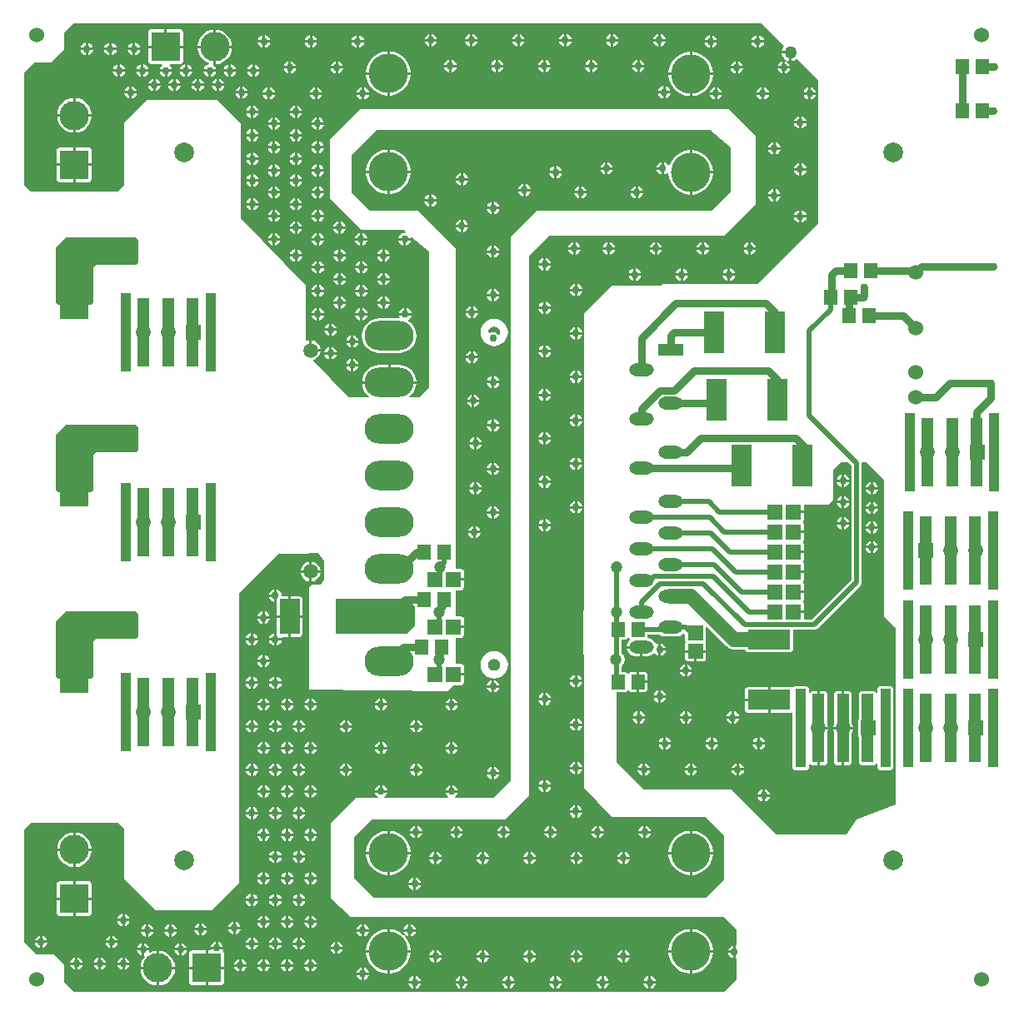
<source format=gbr>
G04 Layer_Physical_Order=2*
G04 Layer_Color=16711680*
%FSLAX26Y26*%
%MOIN*%
%TF.FileFunction,Copper,L2,Bot,Signal*%
%TF.Part,Single*%
G01*
G75*
%TA.AperFunction,SMDPad,CuDef*%
%ADD13R,0.059055X0.062992*%
%ADD14R,0.055118X0.059055*%
%ADD15R,0.062992X0.059055*%
%ADD19R,0.078740X0.139764*%
%ADD20R,0.080709X0.171260*%
%TA.AperFunction,Conductor*%
%ADD22C,0.020000*%
%ADD23C,0.030000*%
%ADD25C,0.060000*%
%TA.AperFunction,ComponentPad*%
%ADD28R,0.118110X0.118110*%
%ADD29C,0.118110*%
%ADD30R,0.059055X0.059055*%
%ADD31C,0.059055*%
%ADD32R,0.118110X0.118110*%
%ADD33C,0.060000*%
%ADD34O,0.196850X0.118110*%
%ADD35O,0.098425X0.051181*%
%ADD36R,0.098425X0.051181*%
%ADD37C,0.047244*%
%ADD38C,0.157480*%
%TA.AperFunction,ViaPad*%
%ADD39C,0.078740*%
%TA.AperFunction,WasherPad*%
%ADD40C,0.060000*%
%TA.AperFunction,ViaPad*%
%ADD41C,0.030000*%
%ADD42C,0.023622*%
%ADD43C,0.050000*%
%TA.AperFunction,SMDPad,CuDef*%
%ADD44R,0.043307X0.314961*%
%ADD45R,0.048819X0.275591*%
%TA.AperFunction,ConnectorPad*%
%ADD46R,0.048819X0.275591*%
%ADD47R,0.043307X0.314961*%
%TA.AperFunction,SMDPad,CuDef*%
%ADD48R,0.171260X0.080709*%
G36*
X395000Y-2307953D02*
X405000Y-2317953D01*
Y-2407953D01*
X395000Y-2417953D01*
X235001Y-2417952D01*
X225001Y-2427952D01*
X225000Y-2567953D01*
X215000Y-2577953D01*
X85000Y-2577952D01*
X75000Y-2567953D01*
X75001Y-2347953D01*
X115001Y-2307953D01*
X395000Y-2307953D01*
D02*
G37*
G36*
Y-809528D02*
X405000Y-819528D01*
Y-909528D01*
X395000Y-919528D01*
X235001Y-919527D01*
X225001Y-929527D01*
X225000Y-1069528D01*
X215000Y-1079528D01*
X85000Y-1079527D01*
X75000Y-1069528D01*
X75001Y-849527D01*
X115001Y-809527D01*
X395000Y-809528D01*
D02*
G37*
G36*
X3390000Y-1780572D02*
X3390000Y-2329531D01*
X3435000Y-2374531D01*
X3435000Y-3081402D01*
X3280000Y-3139528D01*
X3239999Y-3199528D01*
X2960000D01*
X2780000Y-3019528D01*
X2430000Y-3019528D01*
X2320000Y-2909528D01*
Y-2629879D01*
X2353189D01*
X2360843Y-2626709D01*
X2362294Y-2623205D01*
X2367706D01*
X2369157Y-2626709D01*
X2376811Y-2629879D01*
X2399370D01*
Y-2589528D01*
Y-2549176D01*
X2376811D01*
X2369157Y-2552346D01*
X2367706Y-2555850D01*
X2362294D01*
X2360843Y-2552346D01*
X2353189Y-2549176D01*
X2339053D01*
Y-2525138D01*
X2340775Y-2523987D01*
X2348206Y-2512866D01*
X2350816Y-2499747D01*
X2348206Y-2486628D01*
X2340775Y-2475507D01*
X2339053Y-2474356D01*
Y-2419879D01*
X2353189D01*
X2360843Y-2416709D01*
X2362294Y-2413205D01*
X2367706D01*
X2369157Y-2416709D01*
X2371096Y-2417512D01*
X2371586Y-2422488D01*
X2368719Y-2424404D01*
X2360852Y-2436176D01*
X2359085Y-2445063D01*
X2418000D01*
Y-2450063D01*
X2423000D01*
Y-2486351D01*
X2441622D01*
X2455509Y-2483588D01*
X2466907Y-2475972D01*
X2468440Y-2475369D01*
X2472518D01*
X2473976Y-2477552D01*
X2482245Y-2483077D01*
X2487000Y-2484023D01*
Y-2459528D01*
Y-2435032D01*
X2482245Y-2435978D01*
X2479346Y-2437915D01*
X2475148Y-2436176D01*
X2467281Y-2424404D01*
X2455509Y-2416537D01*
X2445861Y-2414618D01*
X2442753Y-2409055D01*
Y-2399919D01*
X2491107D01*
X2498483Y-2404848D01*
X2512370Y-2407610D01*
X2559614D01*
X2573501Y-2404848D01*
X2585273Y-2396982D01*
X2590690Y-2397496D01*
X2592680Y-2399322D01*
Y-2421653D01*
X2595850Y-2429307D01*
X2595850Y-2429748D01*
X2592680Y-2437401D01*
Y-2461929D01*
X2677320D01*
Y-2437401D01*
X2674150Y-2429748D01*
X2674150Y-2429307D01*
X2677320Y-2421653D01*
Y-2371057D01*
X2681939Y-2369144D01*
X2760098Y-2447303D01*
X2760099Y-2447303D01*
X2773330Y-2456144D01*
X2788937Y-2459248D01*
X2833724D01*
X2836716Y-2466472D01*
X2844370Y-2469643D01*
X3015630D01*
X3023284Y-2466472D01*
X3026454Y-2458819D01*
Y-2381415D01*
X3108504D01*
X3116308Y-2379863D01*
X3122923Y-2375443D01*
X3294419Y-2203947D01*
X3298840Y-2197331D01*
X3300392Y-2189528D01*
X3300392Y-2189527D01*
Y-1714527D01*
X3300166Y-1713392D01*
X3303338Y-1709527D01*
X3318956D01*
X3390000Y-1780572D01*
D02*
G37*
G36*
X2900000Y45473D02*
X2989610Y-44137D01*
X2981874Y-55714D01*
X2980153Y-64371D01*
X3014844D01*
Y-69371D01*
X3019844D01*
Y-104062D01*
X3028500Y-102340D01*
X3040077Y-94604D01*
X3125000Y-179528D01*
X3124999Y-754528D01*
X2884280Y-995247D01*
X2520000D01*
X2506881Y-997856D01*
X2496897Y-1004528D01*
X2299999Y-1004528D01*
X2190000Y-1114528D01*
Y-2293908D01*
X2188329Y-2296409D01*
X2185719Y-2309528D01*
Y-2474528D01*
X2188329Y-2487646D01*
X2190000Y-2490147D01*
Y-3012017D01*
X2299999Y-3129528D01*
X2675000Y-3129528D01*
X2749999Y-3204527D01*
X2749999Y-3379528D01*
X2680499Y-3454527D01*
X1349999Y-3454528D01*
X1270000Y-3374528D01*
X1270000Y-3211365D01*
X1341838Y-3139528D01*
X1870999Y-3139527D01*
X1968000Y-3042526D01*
Y-2586528D01*
Y-886528D01*
X2049999Y-804528D01*
X2749999Y-804527D01*
X2875000Y-679527D01*
X2875000Y-404527D01*
X2768001Y-297528D01*
X2482002Y-297528D01*
X1293223Y-297528D01*
X1173000Y-417751D01*
Y-653515D01*
X1300649Y-779527D01*
X1466000Y-779528D01*
X1475896Y-787913D01*
X1473650Y-792565D01*
X1471000Y-792038D01*
X1461245Y-793978D01*
X1452976Y-799504D01*
X1447450Y-807773D01*
X1446505Y-812528D01*
X1495495D01*
X1495148Y-810784D01*
X1499712Y-808097D01*
X1568000Y-865968D01*
X1568000Y-1411527D01*
X1528808Y-1450719D01*
X1491494D01*
X1489796Y-1445719D01*
X1498196Y-1439274D01*
X1509264Y-1424849D01*
X1516223Y-1408051D01*
X1517938Y-1395024D01*
X1409575D01*
X1301212D01*
X1302927Y-1408051D01*
X1309885Y-1424849D01*
X1320954Y-1439274D01*
X1329353Y-1445719D01*
X1327656Y-1450719D01*
X1246602D01*
X1104768Y-1304537D01*
X1106255Y-1299764D01*
X1110423Y-1298935D01*
X1123498Y-1290198D01*
X1132234Y-1277124D01*
X1134307Y-1266700D01*
X1095000D01*
Y-1261700D01*
X1090000D01*
Y-1222393D01*
X1080650Y-1224253D01*
X1075650Y-1221535D01*
Y-1004527D01*
X815000Y-734528D01*
Y-354527D01*
X720000Y-259527D01*
X440473Y-259527D01*
X350000Y-350000D01*
Y-600000D01*
X325004Y-624996D01*
X-25000Y-625000D01*
X-50000Y-600000D01*
Y-148877D01*
X-11123Y-110000D01*
X55000Y-110000D01*
X110000Y-55000D01*
X110000Y11123D01*
X144350Y45473D01*
X2900000Y45473D01*
D02*
G37*
G36*
X3259608Y-1722974D02*
Y-2181081D01*
X3100057Y-2340632D01*
X3067753D01*
Y-2314527D01*
X3027402D01*
Y-2304527D01*
X3067753D01*
Y-2278031D01*
X3064583Y-2270378D01*
X3064583Y-2268677D01*
X3067753Y-2261023D01*
Y-2234527D01*
X3027402D01*
Y-2224527D01*
X3067753D01*
Y-2198031D01*
X3065895Y-2193546D01*
X3064812Y-2189527D01*
X3065895Y-2185509D01*
X3067753Y-2181023D01*
Y-2154527D01*
X3027402D01*
Y-2144527D01*
X3067753D01*
Y-2118031D01*
X3064583Y-2110378D01*
X3064583Y-2108677D01*
X3067753Y-2101023D01*
Y-2074527D01*
X3027402D01*
Y-2064527D01*
X3067753D01*
Y-2038031D01*
X3065895Y-2033546D01*
X3064812Y-2029527D01*
X3065895Y-2025509D01*
X3067753Y-2021023D01*
Y-1994527D01*
X3027402D01*
Y-1984527D01*
X3067753D01*
Y-1958031D01*
X3065895Y-1953546D01*
X3064812Y-1949527D01*
X3065895Y-1945509D01*
X3067753Y-1941023D01*
Y-1914527D01*
X3027402D01*
Y-1904527D01*
X3067753D01*
Y-1879527D01*
X3165000D01*
X3185000Y-1859527D01*
X3185000Y-1739527D01*
X3215000Y-1709527D01*
X3246162D01*
X3259608Y-1722974D01*
D02*
G37*
G36*
X2775000Y-450928D02*
Y-629528D01*
X2699999Y-704528D01*
X1999999Y-704528D01*
X1896000Y-808528D01*
X1896000Y-2533527D01*
Y-2708116D01*
X1895719Y-2709528D01*
Y-2874528D01*
X1896000Y-2875939D01*
Y-2983527D01*
X1825000Y-3054528D01*
X1672590D01*
X1671073Y-3049528D01*
X1677024Y-3045552D01*
X1682550Y-3037282D01*
X1683495Y-3032528D01*
X1634505D01*
X1635450Y-3037282D01*
X1640976Y-3045552D01*
X1646927Y-3049528D01*
X1645410Y-3054528D01*
X1390590D01*
X1389073Y-3049528D01*
X1395024Y-3045552D01*
X1400550Y-3037282D01*
X1401495Y-3032528D01*
X1352505D01*
X1353450Y-3037282D01*
X1358976Y-3045552D01*
X1364927Y-3049528D01*
X1363410Y-3054528D01*
X1275000D01*
X1175000Y-3154528D01*
Y-3456800D01*
X1255000Y-3529528D01*
X2750000Y-3529527D01*
X2800000Y-3579528D01*
Y-3640929D01*
X2795000Y-3645032D01*
Y-3669528D01*
Y-3694023D01*
D01*
X2800000Y-3698126D01*
Y-3779528D01*
X2750000Y-3829528D01*
X975000D01*
X150000Y-3829527D01*
X110000Y-3789527D01*
Y-3719528D01*
X70000Y-3679528D01*
X0D01*
X-50000Y-3629528D01*
Y-3179527D01*
X-25000Y-3154528D01*
X325000D01*
X350000Y-3179527D01*
Y-3379527D01*
X475000Y-3504527D01*
X700000Y-3504528D01*
X808000Y-3396527D01*
Y-2236791D01*
X965956Y-2075527D01*
X1049000Y-2075528D01*
X1125000Y-2074528D01*
X1150000Y-2104860D01*
Y-2179528D01*
X1135000Y-2199528D01*
X1100000D01*
X1090000Y-2209528D01*
X1090000Y-2619772D01*
X1643000Y-2626528D01*
X1667680Y-2601847D01*
X1696929D01*
X1704583Y-2598677D01*
X1707753Y-2591023D01*
Y-2564527D01*
X1667402D01*
Y-2554527D01*
X1707753D01*
Y-2528031D01*
X1704583Y-2520378D01*
X1696929Y-2517207D01*
X1676469D01*
Y-2411847D01*
X1696929D01*
X1704583Y-2408677D01*
X1707753Y-2401023D01*
Y-2374527D01*
X1667402D01*
Y-2364527D01*
X1707753D01*
Y-2338031D01*
X1704583Y-2330378D01*
X1696929Y-2327207D01*
X1676469D01*
Y-2221847D01*
X1696929D01*
X1704583Y-2218677D01*
X1707753Y-2211023D01*
Y-2184527D01*
X1667402D01*
Y-2174527D01*
X1707753D01*
Y-2148031D01*
X1704583Y-2140378D01*
X1696929Y-2137207D01*
X1676469D01*
X1676469Y-855998D01*
X1525000Y-704528D01*
X1333000Y-704527D01*
X1258000Y-629527D01*
X1258000Y-479527D01*
X1358000Y-379527D01*
X2691588Y-379527D01*
X2775000Y-450928D01*
D02*
G37*
G36*
X395000Y-1558741D02*
X405000Y-1568740D01*
Y-1658740D01*
X395000Y-1668741D01*
X235001Y-1668740D01*
X225001Y-1678740D01*
X225000Y-1818741D01*
X215000Y-1828740D01*
X85000Y-1828740D01*
X75000Y-1818741D01*
X75001Y-1598740D01*
X115001Y-1558740D01*
X395000Y-1558741D01*
D02*
G37*
G36*
X1481811Y-2257528D02*
X1513811Y-2289527D01*
X1513811Y-2361527D01*
X1477811Y-2397528D01*
X1197811Y-2397528D01*
Y-2257528D01*
X1481811Y-2257528D01*
D02*
G37*
%LPC*%
G36*
X2611000Y-2915032D02*
X2606245Y-2915978D01*
X2597976Y-2921503D01*
X2592450Y-2929773D01*
X2591505Y-2934528D01*
X2611000D01*
Y-2915032D01*
D02*
G37*
G36*
X2536495Y-2840528D02*
X2517000D01*
Y-2860023D01*
X2521755Y-2859077D01*
X2530024Y-2853552D01*
X2535550Y-2845282D01*
X2536495Y-2840528D01*
D02*
G37*
G36*
X2695000D02*
X2675505D01*
X2676450Y-2845282D01*
X2681976Y-2853552D01*
X2690245Y-2859077D01*
X2695000Y-2860023D01*
Y-2840528D01*
D02*
G37*
G36*
X2621000Y-2915032D02*
Y-2934528D01*
X2640495D01*
X2639550Y-2929773D01*
X2634024Y-2921503D01*
X2625755Y-2915978D01*
X2621000Y-2915032D01*
D02*
G37*
G36*
X2799000D02*
X2794245Y-2915978D01*
X2785976Y-2921503D01*
X2780450Y-2929773D01*
X2779505Y-2934528D01*
X2799000D01*
Y-2915032D01*
D02*
G37*
G36*
X2507000Y-2840528D02*
X2487505D01*
X2488450Y-2845282D01*
X2493976Y-2853552D01*
X2502245Y-2859077D01*
X2507000Y-2860023D01*
Y-2840528D01*
D02*
G37*
G36*
X2724495D02*
X2705000D01*
Y-2860023D01*
X2709755Y-2859077D01*
X2718024Y-2853552D01*
X2723550Y-2845282D01*
X2724495Y-2840528D01*
D02*
G37*
G36*
X2883000D02*
X2863505D01*
X2864450Y-2845282D01*
X2869976Y-2853552D01*
X2878245Y-2859077D01*
X2883000Y-2860023D01*
Y-2840528D01*
D02*
G37*
G36*
X2912495D02*
X2893000D01*
Y-2860023D01*
X2897755Y-2859077D01*
X2906024Y-2853552D01*
X2911550Y-2845282D01*
X2912495Y-2840528D01*
D02*
G37*
G36*
X3164307Y-2779528D02*
X3131575D01*
Y-2923147D01*
X3150984D01*
X3158638Y-2919977D01*
X3161808Y-2912323D01*
Y-2790588D01*
X3162234Y-2789951D01*
X3164307Y-2779528D01*
D02*
G37*
G36*
X3220000D02*
X3185693D01*
X3187766Y-2789951D01*
X3189767Y-2792945D01*
Y-2912323D01*
X3192937Y-2919977D01*
X3200591Y-2923147D01*
X3220000D01*
Y-2779528D01*
D02*
G37*
G36*
X3264307D02*
X3230000D01*
Y-2923147D01*
X3249409D01*
X3257063Y-2919977D01*
X3260233Y-2912323D01*
Y-2792945D01*
X3262234Y-2789951D01*
X3264307Y-2779528D01*
D02*
G37*
G36*
X2809000Y-2915032D02*
Y-2934528D01*
X2828495D01*
X2827550Y-2929773D01*
X2822024Y-2921503D01*
X2813755Y-2915978D01*
X2809000Y-2915032D01*
D02*
G37*
G36*
X3249409Y-2625909D02*
X3230000D01*
Y-2769528D01*
X3264307D01*
X3262234Y-2759105D01*
X3260233Y-2756110D01*
Y-2636732D01*
X3257063Y-2629079D01*
X3249409Y-2625909D01*
D02*
G37*
G36*
X3220000D02*
X3200591D01*
X3192937Y-2629079D01*
X3189767Y-2636732D01*
Y-2756110D01*
X3187766Y-2759105D01*
X3185693Y-2769528D01*
X3220000D01*
Y-2625909D01*
D02*
G37*
G36*
X3150984D02*
X3131575D01*
Y-2769528D01*
X3164307D01*
X3162234Y-2759105D01*
X3161808Y-2758467D01*
Y-2636732D01*
X3158638Y-2629079D01*
X3150984Y-2625909D01*
D02*
G37*
G36*
X2517000Y-2811032D02*
Y-2830528D01*
X2536495D01*
X2535550Y-2825773D01*
X2530024Y-2817503D01*
X2521755Y-2811978D01*
X2517000Y-2811032D01*
D02*
G37*
G36*
X2507000D02*
X2502245Y-2811978D01*
X2493976Y-2817503D01*
X2488450Y-2825773D01*
X2487505Y-2830528D01*
X2507000D01*
Y-2811032D01*
D02*
G37*
G36*
X2705000D02*
Y-2830528D01*
X2724495D01*
X2723550Y-2825773D01*
X2718024Y-2817503D01*
X2709755Y-2811978D01*
X2705000Y-2811032D01*
D02*
G37*
G36*
X2695000D02*
X2690245Y-2811978D01*
X2681976Y-2817503D01*
X2676450Y-2825773D01*
X2675505Y-2830528D01*
X2695000D01*
Y-2811032D01*
D02*
G37*
G36*
X2893000D02*
Y-2830528D01*
X2912495D01*
X2911550Y-2825773D01*
X2906024Y-2817503D01*
X2897755Y-2811978D01*
X2893000Y-2811032D01*
D02*
G37*
G36*
X2883000D02*
X2878245Y-2811978D01*
X2869976Y-2817503D01*
X2864450Y-2825773D01*
X2863505Y-2830528D01*
X2883000D01*
Y-2811032D01*
D02*
G37*
G36*
X2433000Y-2915032D02*
Y-2934528D01*
X2452495D01*
X2451550Y-2929773D01*
X2446024Y-2921503D01*
X2437755Y-2915978D01*
X2433000Y-2915032D01*
D02*
G37*
G36*
X2913000Y-3019032D02*
Y-3038528D01*
X2932495D01*
X2931550Y-3033773D01*
X2926024Y-3025503D01*
X2917755Y-3019978D01*
X2913000Y-3019032D01*
D02*
G37*
G36*
X2903000D02*
X2898245Y-3019978D01*
X2889976Y-3025503D01*
X2884450Y-3033773D01*
X2883505Y-3038528D01*
X2903000D01*
Y-3019032D01*
D02*
G37*
G36*
X2932495Y-3048528D02*
X2913000D01*
Y-3068023D01*
X2917755Y-3067077D01*
X2926024Y-3061552D01*
X2931550Y-3053282D01*
X2932495Y-3048528D01*
D02*
G37*
G36*
X2903000D02*
X2883505D01*
X2884450Y-3053282D01*
X2889976Y-3061552D01*
X2898245Y-3067077D01*
X2903000Y-3068023D01*
Y-3048528D01*
D02*
G37*
G36*
X2828495Y-2944528D02*
X2809000D01*
Y-2964023D01*
X2813755Y-2963077D01*
X2822024Y-2957552D01*
X2827550Y-2949282D01*
X2828495Y-2944528D01*
D02*
G37*
G36*
X2799000D02*
X2779505D01*
X2780450Y-2949282D01*
X2785976Y-2957552D01*
X2794245Y-2963077D01*
X2799000Y-2964023D01*
Y-2944528D01*
D02*
G37*
G36*
X2423000Y-2915032D02*
X2418245Y-2915978D01*
X2409976Y-2921503D01*
X2404450Y-2929773D01*
X2403505Y-2934528D01*
X2423000D01*
Y-2915032D01*
D02*
G37*
G36*
X2452495Y-2944528D02*
X2433000D01*
Y-2964023D01*
X2437755Y-2963077D01*
X2446024Y-2957552D01*
X2451550Y-2949282D01*
X2452495Y-2944528D01*
D02*
G37*
G36*
X2423000D02*
X2403505D01*
X2404450Y-2949282D01*
X2409976Y-2957552D01*
X2418245Y-2963077D01*
X2423000Y-2964023D01*
Y-2944528D01*
D02*
G37*
G36*
X2640495D02*
X2621000D01*
Y-2964023D01*
X2625755Y-2963077D01*
X2634024Y-2957552D01*
X2639550Y-2949282D01*
X2640495Y-2944528D01*
D02*
G37*
G36*
X2611000D02*
X2591505D01*
X2592450Y-2949282D01*
X2597976Y-2957552D01*
X2606245Y-2963077D01*
X2611000Y-2964023D01*
Y-2944528D01*
D02*
G37*
G36*
X2403000Y-2736528D02*
X2383505D01*
X2384450Y-2741282D01*
X2389976Y-2749552D01*
X2398245Y-2755077D01*
X2403000Y-2756023D01*
Y-2736528D01*
D02*
G37*
G36*
X3364495Y-2054528D02*
X3345000D01*
Y-2074023D01*
X3349755Y-2073077D01*
X3358024Y-2067552D01*
X3363550Y-2059282D01*
X3364495Y-2054528D01*
D02*
G37*
G36*
X3335000D02*
X3315505D01*
X3316450Y-2059282D01*
X3321976Y-2067552D01*
X3330245Y-2073077D01*
X3335000Y-2074023D01*
Y-2054528D01*
D02*
G37*
G36*
X3345000Y-2025032D02*
Y-2044527D01*
X3364495D01*
X3363550Y-2039773D01*
X3358024Y-2031504D01*
X3349755Y-2025978D01*
X3345000Y-2025032D01*
D02*
G37*
G36*
X3335000D02*
X3330245Y-2025978D01*
X3321976Y-2031504D01*
X3316450Y-2039773D01*
X3315505Y-2044527D01*
X3335000D01*
Y-2025032D01*
D02*
G37*
G36*
X2516495Y-2464528D02*
X2497000D01*
Y-2484023D01*
X2501755Y-2483077D01*
X2510024Y-2477552D01*
X2515550Y-2469282D01*
X2516495Y-2464528D01*
D02*
G37*
G36*
X2413000Y-2455063D02*
X2359085D01*
X2360852Y-2463950D01*
X2368719Y-2475722D01*
X2380491Y-2483588D01*
X2394378Y-2486351D01*
X2413000D01*
Y-2455063D01*
D02*
G37*
G36*
X2677320Y-2471929D02*
X2640000D01*
Y-2507280D01*
X2666496D01*
X2674150Y-2504110D01*
X2677320Y-2496456D01*
Y-2471929D01*
D02*
G37*
G36*
X2630000D02*
X2592680D01*
Y-2496456D01*
X2595850Y-2504110D01*
X2603504Y-2507280D01*
X2630000D01*
Y-2471929D01*
D02*
G37*
G36*
X2497000Y-2435032D02*
Y-2454528D01*
X2516495D01*
X2515550Y-2449773D01*
X2510024Y-2441503D01*
X2501755Y-2435978D01*
X2497000Y-2435032D01*
D02*
G37*
G36*
X3335000Y-1897861D02*
X3315505D01*
X3316450Y-1902615D01*
X3321976Y-1910885D01*
X3330245Y-1916410D01*
X3335000Y-1917356D01*
Y-1897861D01*
D02*
G37*
G36*
X3364495D02*
X3345000D01*
Y-1917356D01*
X3349755Y-1916410D01*
X3358024Y-1910885D01*
X3363550Y-1902615D01*
X3364495Y-1897861D01*
D02*
G37*
G36*
Y-1819528D02*
X3345000D01*
Y-1839023D01*
X3349755Y-1838077D01*
X3358024Y-1832552D01*
X3363550Y-1824282D01*
X3364495Y-1819528D01*
D02*
G37*
G36*
X3335000D02*
X3315505D01*
X3316450Y-1824282D01*
X3321976Y-1832552D01*
X3330245Y-1838077D01*
X3335000Y-1839023D01*
Y-1819528D01*
D02*
G37*
G36*
X3345000Y-1868366D02*
Y-1887861D01*
X3364495D01*
X3363550Y-1883106D01*
X3358024Y-1874837D01*
X3349755Y-1869311D01*
X3345000Y-1868366D01*
D02*
G37*
G36*
X3335000D02*
X3330245Y-1869311D01*
X3321976Y-1874837D01*
X3316450Y-1883106D01*
X3315505Y-1887861D01*
X3335000D01*
Y-1868366D01*
D02*
G37*
G36*
X3364495Y-1976194D02*
X3345000D01*
Y-1995689D01*
X3349755Y-1994744D01*
X3358024Y-1989218D01*
X3363550Y-1980949D01*
X3364495Y-1976194D01*
D02*
G37*
G36*
X3335000D02*
X3315505D01*
X3316450Y-1980949D01*
X3321976Y-1989218D01*
X3330245Y-1994744D01*
X3335000Y-1995689D01*
Y-1976194D01*
D02*
G37*
G36*
Y-1946699D02*
X3330245Y-1947645D01*
X3321976Y-1953170D01*
X3316450Y-1961440D01*
X3315505Y-1966194D01*
X3335000D01*
Y-1946699D01*
D02*
G37*
G36*
X3345000D02*
Y-1966194D01*
X3364495D01*
X3363550Y-1961440D01*
X3358024Y-1953170D01*
X3349755Y-1947645D01*
X3345000Y-1946699D01*
D02*
G37*
G36*
X2808495Y-2736528D02*
X2789000D01*
Y-2756023D01*
X2793755Y-2755077D01*
X2802024Y-2749552D01*
X2807550Y-2741282D01*
X2808495Y-2736528D01*
D02*
G37*
G36*
X2403000Y-2707032D02*
X2398245Y-2707978D01*
X2389976Y-2713503D01*
X2384450Y-2721773D01*
X2383505Y-2726528D01*
X2403000D01*
Y-2707032D01*
D02*
G37*
G36*
X2591000Y-2736528D02*
X2571505D01*
X2572450Y-2741282D01*
X2577976Y-2749552D01*
X2586245Y-2755077D01*
X2591000Y-2756023D01*
Y-2736528D01*
D02*
G37*
G36*
X2432495D02*
X2413000D01*
Y-2756023D01*
X2417755Y-2755077D01*
X2426024Y-2749552D01*
X2431550Y-2741282D01*
X2432495Y-2736528D01*
D02*
G37*
G36*
X2779000D02*
X2759505D01*
X2760450Y-2741282D01*
X2765976Y-2749552D01*
X2774245Y-2755077D01*
X2779000Y-2756023D01*
Y-2736528D01*
D02*
G37*
G36*
X2620495D02*
X2601000D01*
Y-2756023D01*
X2605755Y-2755077D01*
X2614024Y-2749552D01*
X2619550Y-2741282D01*
X2620495Y-2736528D01*
D02*
G37*
G36*
X2413000Y-2707032D02*
Y-2726528D01*
X2432495D01*
X2431550Y-2721773D01*
X2426024Y-2713503D01*
X2417755Y-2707978D01*
X2413000Y-2707032D01*
D02*
G37*
G36*
X2925000Y-2665590D02*
X2833546D01*
Y-2700945D01*
X2836716Y-2708599D01*
X2844370Y-2711769D01*
X2925000D01*
Y-2665590D01*
D02*
G37*
G36*
X2601000Y-2707032D02*
Y-2726528D01*
X2620495D01*
X2619550Y-2721773D01*
X2614024Y-2713503D01*
X2605755Y-2707978D01*
X2601000Y-2707032D01*
D02*
G37*
G36*
X2591000D02*
X2586245Y-2707978D01*
X2577976Y-2713503D01*
X2572450Y-2721773D01*
X2571505Y-2726528D01*
X2591000D01*
Y-2707032D01*
D02*
G37*
G36*
X2789000D02*
Y-2726528D01*
X2808495D01*
X2807550Y-2721773D01*
X2802024Y-2713503D01*
X2793755Y-2707978D01*
X2789000Y-2707032D01*
D02*
G37*
G36*
X2779000D02*
X2774245Y-2707978D01*
X2765976Y-2713503D01*
X2760450Y-2721773D01*
X2759505Y-2726528D01*
X2779000D01*
Y-2707032D01*
D02*
G37*
G36*
X3077165Y-2606224D02*
X3033858D01*
X3026205Y-2609394D01*
X3020030Y-2611235D01*
X3015630Y-2609412D01*
X2935000D01*
Y-2660590D01*
Y-2711769D01*
X3015630D01*
X3018877Y-2710424D01*
X3023034Y-2713202D01*
Y-2932008D01*
X3026205Y-2939662D01*
X3033858Y-2942832D01*
X3077165D01*
X3084819Y-2939662D01*
X3087989Y-2932008D01*
Y-2917296D01*
X3092989Y-2916301D01*
X3094512Y-2919977D01*
X3102165Y-2923147D01*
X3121575D01*
Y-2774528D01*
Y-2625909D01*
X3102165D01*
X3094512Y-2629079D01*
X3092989Y-2632754D01*
X3087989Y-2631760D01*
Y-2617047D01*
X3084819Y-2609394D01*
X3077165Y-2606224D01*
D02*
G37*
G36*
X2620495Y-2548528D02*
X2601000D01*
Y-2568023D01*
X2605755Y-2567077D01*
X2614024Y-2561552D01*
X2619550Y-2553282D01*
X2620495Y-2548528D01*
D02*
G37*
G36*
X2591000D02*
X2571505D01*
X2572450Y-2553282D01*
X2577976Y-2561552D01*
X2586245Y-2567077D01*
X2591000Y-2568023D01*
Y-2548528D01*
D02*
G37*
G36*
X2601000Y-2519032D02*
Y-2538528D01*
X2620495D01*
X2619550Y-2533773D01*
X2614024Y-2525503D01*
X2605755Y-2519978D01*
X2601000Y-2519032D01*
D02*
G37*
G36*
X2591000D02*
X2586245Y-2519978D01*
X2577976Y-2525503D01*
X2572450Y-2533773D01*
X2571505Y-2538528D01*
X2591000D01*
Y-2519032D01*
D02*
G37*
G36*
X2431929Y-2549176D02*
X2409370D01*
Y-2584528D01*
X2442753D01*
Y-2560000D01*
X2439583Y-2552346D01*
X2431929Y-2549176D01*
D02*
G37*
G36*
X2925000Y-2609412D02*
X2844370D01*
X2836716Y-2612582D01*
X2833546Y-2620236D01*
Y-2655590D01*
X2925000D01*
Y-2609412D01*
D02*
G37*
G36*
X2487000Y-2623032D02*
X2482245Y-2623978D01*
X2473976Y-2629503D01*
X2468450Y-2637773D01*
X2467505Y-2642528D01*
X2487000D01*
Y-2623032D01*
D02*
G37*
G36*
X2516495Y-2652528D02*
X2497000D01*
Y-2672023D01*
X2501755Y-2671077D01*
X2510024Y-2665552D01*
X2515550Y-2657282D01*
X2516495Y-2652528D01*
D02*
G37*
G36*
X2487000D02*
X2467505D01*
X2468450Y-2657282D01*
X2473976Y-2665552D01*
X2482245Y-2671077D01*
X2487000Y-2672023D01*
Y-2652528D01*
D02*
G37*
G36*
X2497000Y-2623032D02*
Y-2642528D01*
X2516495D01*
X2515550Y-2637773D01*
X2510024Y-2629503D01*
X2501755Y-2623978D01*
X2497000Y-2623032D01*
D02*
G37*
G36*
X3416142Y-2606224D02*
X3372835D01*
X3365181Y-2609394D01*
X3362011Y-2617047D01*
Y-2631760D01*
X3357011Y-2632754D01*
X3355488Y-2629079D01*
X3347835Y-2625909D01*
X3299016D01*
X3291362Y-2629079D01*
X3288192Y-2636732D01*
Y-2737192D01*
X3287819Y-2737347D01*
X3284649Y-2745000D01*
Y-2804055D01*
X3287819Y-2811709D01*
X3288192Y-2811863D01*
Y-2912323D01*
X3291362Y-2919977D01*
X3299016Y-2923147D01*
X3347835D01*
X3355488Y-2919977D01*
X3357011Y-2916301D01*
X3362011Y-2917296D01*
Y-2932008D01*
X3365181Y-2939662D01*
X3372835Y-2942832D01*
X3416142D01*
X3423795Y-2939662D01*
X3426966Y-2932008D01*
Y-2617047D01*
X3423795Y-2609394D01*
X3416142Y-2606224D01*
D02*
G37*
G36*
X2442753Y-2594528D02*
X2409370D01*
Y-2629879D01*
X2431929D01*
X2439583Y-2626709D01*
X2442753Y-2619055D01*
Y-2594528D01*
D02*
G37*
G36*
X3345000Y-1790032D02*
Y-1809528D01*
X3364495D01*
X3363550Y-1804773D01*
X3358024Y-1796504D01*
X3349755Y-1790978D01*
X3345000Y-1790032D01*
D02*
G37*
G36*
X3335000D02*
X3330245Y-1790978D01*
X3321976Y-1796504D01*
X3316450Y-1804773D01*
X3315505Y-1809528D01*
X3335000D01*
Y-1790032D01*
D02*
G37*
G36*
X2161450Y-2909577D02*
Y-2929072D01*
X2180946D01*
X2180000Y-2924318D01*
X2174474Y-2916048D01*
X2166205Y-2910523D01*
X2161450Y-2909577D01*
D02*
G37*
G36*
X2151450D02*
X2146696Y-2910523D01*
X2138427Y-2916048D01*
X2132901Y-2924318D01*
X2131955Y-2929072D01*
X2151450D01*
Y-2909577D01*
D02*
G37*
G36*
X2180946Y-2765072D02*
X2161450D01*
Y-2784567D01*
X2166205Y-2783622D01*
X2174474Y-2778096D01*
X2180000Y-2769827D01*
X2180946Y-2765072D01*
D02*
G37*
G36*
X2151450D02*
X2131955D01*
X2132901Y-2769827D01*
X2138427Y-2778096D01*
X2146696Y-2783622D01*
X2151450Y-2784567D01*
Y-2765072D01*
D02*
G37*
G36*
X2055946Y-3011072D02*
X2036450D01*
Y-3030567D01*
X2041205Y-3029622D01*
X2049474Y-3024096D01*
X2055000Y-3015827D01*
X2055946Y-3011072D01*
D02*
G37*
G36*
X2026450D02*
X2006955D01*
X2007901Y-3015827D01*
X2013427Y-3024096D01*
X2021696Y-3029622D01*
X2026450Y-3030567D01*
Y-3011072D01*
D02*
G37*
G36*
Y-2981577D02*
X2021696Y-2982523D01*
X2013427Y-2988048D01*
X2007901Y-2996318D01*
X2006955Y-3001072D01*
X2026450D01*
Y-2981577D01*
D02*
G37*
G36*
X2151450Y-3113072D02*
X2131955D01*
X2132901Y-3117827D01*
X2138427Y-3126096D01*
X2146696Y-3131622D01*
X2151450Y-3132567D01*
Y-3113072D01*
D02*
G37*
G36*
X2180946D02*
X2161450D01*
Y-3132567D01*
X2166205Y-3131622D01*
X2174474Y-3126096D01*
X2180000Y-3117827D01*
X2180946Y-3113072D01*
D02*
G37*
G36*
X2161450Y-3083577D02*
Y-3103072D01*
X2180946D01*
X2180000Y-3098318D01*
X2174474Y-3090048D01*
X2166205Y-3084523D01*
X2161450Y-3083577D01*
D02*
G37*
G36*
X2151450D02*
X2146696Y-3084523D01*
X2138427Y-3090048D01*
X2132901Y-3098318D01*
X2131955Y-3103072D01*
X2151450D01*
Y-3083577D01*
D02*
G37*
G36*
X2180946Y-2939072D02*
X2161450D01*
Y-2958567D01*
X2166205Y-2957622D01*
X2174474Y-2952096D01*
X2180000Y-2943827D01*
X2180946Y-2939072D01*
D02*
G37*
G36*
X2151450D02*
X2131955D01*
X2132901Y-2943827D01*
X2138427Y-2952096D01*
X2146696Y-2957622D01*
X2151450Y-2958567D01*
Y-2939072D01*
D02*
G37*
G36*
X2036450Y-2981577D02*
Y-3001072D01*
X2055946D01*
X2055000Y-2996318D01*
X2049474Y-2988048D01*
X2041205Y-2982523D01*
X2036450Y-2981577D01*
D02*
G37*
G36*
X2180946Y-1895072D02*
X2161450D01*
Y-1914567D01*
X2166205Y-1913622D01*
X2174474Y-1908096D01*
X2180000Y-1899827D01*
X2180946Y-1895072D01*
D02*
G37*
G36*
X2151450D02*
X2131955D01*
X2132901Y-1899827D01*
X2138427Y-1908096D01*
X2146696Y-1913622D01*
X2151450Y-1914567D01*
Y-1895072D01*
D02*
G37*
G36*
X2161450Y-1865577D02*
Y-1885072D01*
X2180946D01*
X2180000Y-1880318D01*
X2174474Y-1872048D01*
X2166205Y-1866523D01*
X2161450Y-1865577D01*
D02*
G37*
G36*
X2151450D02*
X2146696Y-1866523D01*
X2138427Y-1872048D01*
X2132901Y-1880318D01*
X2131955Y-1885072D01*
X2151450D01*
Y-1865577D01*
D02*
G37*
G36*
X2055946Y-1967072D02*
X2036450D01*
Y-1986567D01*
X2041205Y-1985622D01*
X2049474Y-1980096D01*
X2055000Y-1971827D01*
X2055946Y-1967072D01*
D02*
G37*
G36*
X2026450D02*
X2006955D01*
X2007901Y-1971827D01*
X2013427Y-1980096D01*
X2021696Y-1985622D01*
X2026450Y-1986567D01*
Y-1967072D01*
D02*
G37*
G36*
X2036450Y-1937577D02*
Y-1957072D01*
X2055946D01*
X2055000Y-1952318D01*
X2049474Y-1944048D01*
X2041205Y-1938523D01*
X2036450Y-1937577D01*
D02*
G37*
G36*
X2026450D02*
X2021696Y-1938523D01*
X2013427Y-1944048D01*
X2007901Y-1952318D01*
X2006955Y-1957072D01*
X2026450D01*
Y-1937577D01*
D02*
G37*
G36*
Y-2663072D02*
X2006955D01*
X2007901Y-2667827D01*
X2013427Y-2676096D01*
X2021696Y-2681622D01*
X2026450Y-2682567D01*
Y-2663072D01*
D02*
G37*
G36*
X2055946D02*
X2036450D01*
Y-2682567D01*
X2041205Y-2681622D01*
X2049474Y-2676096D01*
X2055000Y-2667827D01*
X2055946Y-2663072D01*
D02*
G37*
G36*
X2151450Y-2735577D02*
X2146696Y-2736523D01*
X2138427Y-2742048D01*
X2132901Y-2750318D01*
X2131955Y-2755072D01*
X2151450D01*
Y-2735577D01*
D02*
G37*
G36*
X2161450D02*
Y-2755072D01*
X2180946D01*
X2180000Y-2750318D01*
X2174474Y-2742048D01*
X2166205Y-2736523D01*
X2161450Y-2735577D01*
D02*
G37*
G36*
X2151450Y-2591072D02*
X2131955D01*
X2132901Y-2595827D01*
X2138427Y-2604096D01*
X2146696Y-2609622D01*
X2151450Y-2610567D01*
Y-2591072D01*
D02*
G37*
G36*
X2180946D02*
X2161450D01*
Y-2610567D01*
X2166205Y-2609622D01*
X2174474Y-2604096D01*
X2180000Y-2595827D01*
X2180946Y-2591072D01*
D02*
G37*
G36*
X2151450Y-2561577D02*
X2146696Y-2562523D01*
X2138427Y-2568048D01*
X2132901Y-2576318D01*
X2131955Y-2581072D01*
X2151450D01*
Y-2561577D01*
D02*
G37*
G36*
X2161450D02*
Y-2581072D01*
X2180946D01*
X2180000Y-2576318D01*
X2174474Y-2568048D01*
X2166205Y-2562523D01*
X2161450Y-2561577D01*
D02*
G37*
G36*
X2026450Y-2633577D02*
X2021696Y-2634523D01*
X2013427Y-2640048D01*
X2007901Y-2648318D01*
X2006955Y-2653072D01*
X2026450D01*
Y-2633577D01*
D02*
G37*
G36*
X2036450D02*
Y-2653072D01*
X2055946D01*
X2055000Y-2648318D01*
X2049474Y-2640048D01*
X2041205Y-2634523D01*
X2036450Y-2633577D01*
D02*
G37*
G36*
X1401000Y-3184979D02*
X1382834Y-3187371D01*
X1361247Y-3196312D01*
X1342710Y-3210537D01*
X1328486Y-3229074D01*
X1319544Y-3250661D01*
X1317152Y-3268827D01*
X1401000D01*
Y-3184979D01*
D02*
G37*
G36*
X1411000Y-3184979D02*
Y-3268827D01*
X1494848D01*
X1492456Y-3250661D01*
X1483514Y-3229074D01*
X1469290Y-3210537D01*
X1450753Y-3196312D01*
X1429166Y-3187371D01*
X1411000Y-3184979D01*
D02*
G37*
G36*
X2611000Y-3184979D02*
X2592834Y-3187371D01*
X2571247Y-3196312D01*
X2552710Y-3210537D01*
X2538486Y-3229074D01*
X2529544Y-3250661D01*
X2527152Y-3268827D01*
X2611000D01*
Y-3184979D01*
D02*
G37*
G36*
X2352000Y-3269331D02*
Y-3288827D01*
X2371495D01*
X2370550Y-3284072D01*
X2365024Y-3275803D01*
X2356755Y-3270277D01*
X2352000Y-3269331D01*
D02*
G37*
G36*
X2621000Y-3184979D02*
Y-3268827D01*
X2704848D01*
X2702456Y-3250661D01*
X2693514Y-3229074D01*
X2679290Y-3210537D01*
X2660753Y-3196312D01*
X2639166Y-3187371D01*
X2621000Y-3184979D01*
D02*
G37*
G36*
X2183495Y-3298827D02*
X2164000D01*
Y-3318322D01*
X2168755Y-3317376D01*
X2177024Y-3311851D01*
X2182550Y-3303581D01*
X2183495Y-3298827D01*
D02*
G37*
G36*
X2154000D02*
X2134505D01*
X2135450Y-3303581D01*
X2140976Y-3311851D01*
X2149245Y-3317376D01*
X2154000Y-3318322D01*
Y-3298827D01*
D02*
G37*
G36*
X2371495D02*
X2352000D01*
Y-3318322D01*
X2356755Y-3317376D01*
X2365024Y-3311851D01*
X2370550Y-3303581D01*
X2371495Y-3298827D01*
D02*
G37*
G36*
X2342000D02*
X2322505D01*
X2323450Y-3303581D01*
X2328976Y-3311851D01*
X2337245Y-3317376D01*
X2342000Y-3318322D01*
Y-3298827D01*
D02*
G37*
G36*
X1590000Y-3269331D02*
X1585245Y-3270277D01*
X1576976Y-3275803D01*
X1571450Y-3284072D01*
X1570505Y-3288827D01*
X1590000D01*
Y-3269331D01*
D02*
G37*
G36*
X2154000D02*
X2149245Y-3270277D01*
X2140976Y-3275803D01*
X2135450Y-3284072D01*
X2134505Y-3288827D01*
X2154000D01*
Y-3269331D01*
D02*
G37*
G36*
X1976000D02*
Y-3288827D01*
X1995495D01*
X1994550Y-3284072D01*
X1989024Y-3275803D01*
X1980755Y-3270277D01*
X1976000Y-3269331D01*
D02*
G37*
G36*
X2342000D02*
X2337245Y-3270277D01*
X2328976Y-3275803D01*
X2323450Y-3284072D01*
X2322505Y-3288827D01*
X2342000D01*
Y-3269331D01*
D02*
G37*
G36*
X2164000D02*
Y-3288827D01*
X2183495D01*
X2182550Y-3284072D01*
X2177024Y-3275803D01*
X2168755Y-3270277D01*
X2164000Y-3269331D01*
D02*
G37*
G36*
X1778000D02*
X1773245Y-3270277D01*
X1764976Y-3275803D01*
X1759450Y-3284072D01*
X1758505Y-3288827D01*
X1778000D01*
Y-3269331D01*
D02*
G37*
G36*
X1600000D02*
Y-3288827D01*
X1619495D01*
X1618550Y-3284072D01*
X1613024Y-3275803D01*
X1604755Y-3270277D01*
X1600000Y-3269331D01*
D02*
G37*
G36*
X1966000D02*
X1961245Y-3270277D01*
X1952976Y-3275803D01*
X1947450Y-3284072D01*
X1946505Y-3288827D01*
X1966000D01*
Y-3269331D01*
D02*
G37*
G36*
X1788000D02*
Y-3288827D01*
X1807495D01*
X1806550Y-3284072D01*
X1801024Y-3275803D01*
X1792755Y-3270277D01*
X1788000Y-3269331D01*
D02*
G37*
G36*
X1511490Y-3194827D02*
X1491995D01*
X1492940Y-3199581D01*
X1498466Y-3207851D01*
X1506735Y-3213376D01*
X1511490Y-3214322D01*
Y-3194827D01*
D02*
G37*
G36*
X1872000Y-3165331D02*
Y-3184827D01*
X1891495D01*
X1890550Y-3180072D01*
X1885024Y-3171803D01*
X1876755Y-3166277D01*
X1872000Y-3165331D01*
D02*
G37*
G36*
X1862000D02*
X1857245Y-3166277D01*
X1848976Y-3171803D01*
X1843450Y-3180072D01*
X1842505Y-3184827D01*
X1862000D01*
Y-3165331D01*
D02*
G37*
G36*
X2060000D02*
Y-3184827D01*
X2079495D01*
X2078550Y-3180072D01*
X2073024Y-3171803D01*
X2064755Y-3166277D01*
X2060000Y-3165331D01*
D02*
G37*
G36*
X2050000D02*
X2045245Y-3166277D01*
X2036976Y-3171803D01*
X2031450Y-3180072D01*
X2030505Y-3184827D01*
X2050000D01*
Y-3165331D01*
D02*
G37*
G36*
X1521490D02*
Y-3184827D01*
X1540985D01*
X1540039Y-3180072D01*
X1534514Y-3171803D01*
X1526244Y-3166277D01*
X1521490Y-3165331D01*
D02*
G37*
G36*
X1511490D02*
X1506735Y-3166277D01*
X1498466Y-3171803D01*
X1492940Y-3180072D01*
X1491995Y-3184827D01*
X1511490D01*
Y-3165331D01*
D02*
G37*
G36*
X1684000D02*
Y-3184827D01*
X1703495D01*
X1702550Y-3180072D01*
X1697024Y-3171803D01*
X1688755Y-3166277D01*
X1684000Y-3165331D01*
D02*
G37*
G36*
X1674000D02*
X1669245Y-3166277D01*
X1660976Y-3171803D01*
X1655450Y-3180072D01*
X1654505Y-3184827D01*
X1674000D01*
Y-3165331D01*
D02*
G37*
G36*
X2238000D02*
X2233245Y-3166277D01*
X2224976Y-3171803D01*
X2219450Y-3180072D01*
X2218505Y-3184827D01*
X2238000D01*
Y-3165331D01*
D02*
G37*
G36*
X2426000D02*
X2421245Y-3166277D01*
X2412976Y-3171803D01*
X2407450Y-3180072D01*
X2406505Y-3184827D01*
X2426000D01*
Y-3165331D01*
D02*
G37*
G36*
X2248000D02*
Y-3184827D01*
X2267495D01*
X2266550Y-3180072D01*
X2261024Y-3171803D01*
X2252755Y-3166277D01*
X2248000Y-3165331D01*
D02*
G37*
G36*
X2436000D02*
Y-3184827D01*
X2455495D01*
X2454550Y-3180072D01*
X2449024Y-3171803D01*
X2440755Y-3166277D01*
X2436000Y-3165331D01*
D02*
G37*
G36*
X2050000Y-3194827D02*
X2030505D01*
X2031450Y-3199581D01*
X2036976Y-3207851D01*
X2045245Y-3213376D01*
X2050000Y-3214322D01*
Y-3194827D01*
D02*
G37*
G36*
X1891495D02*
X1872000D01*
Y-3214322D01*
X1876755Y-3213376D01*
X1885024Y-3207851D01*
X1890550Y-3199581D01*
X1891495Y-3194827D01*
D02*
G37*
G36*
X2238000D02*
X2218505D01*
X2219450Y-3199581D01*
X2224976Y-3207851D01*
X2233245Y-3213376D01*
X2238000Y-3214322D01*
Y-3194827D01*
D02*
G37*
G36*
X2079495D02*
X2060000D01*
Y-3214322D01*
X2064755Y-3213376D01*
X2073024Y-3207851D01*
X2078550Y-3199581D01*
X2079495Y-3194827D01*
D02*
G37*
G36*
X1674000D02*
X1654505D01*
X1655450Y-3199581D01*
X1660976Y-3207851D01*
X1669245Y-3213376D01*
X1674000Y-3214322D01*
Y-3194827D01*
D02*
G37*
G36*
X1540985D02*
X1521490D01*
Y-3214322D01*
X1526244Y-3213376D01*
X1534514Y-3207851D01*
X1540039Y-3199581D01*
X1540985Y-3194827D01*
D02*
G37*
G36*
X1862000D02*
X1842505D01*
X1843450Y-3199581D01*
X1848976Y-3207851D01*
X1857245Y-3213376D01*
X1862000Y-3214322D01*
Y-3194827D01*
D02*
G37*
G36*
X1703495D02*
X1684000D01*
Y-3214322D01*
X1688755Y-3213376D01*
X1697024Y-3207851D01*
X1702550Y-3199581D01*
X1703495Y-3194827D01*
D02*
G37*
G36*
X2267495D02*
X2248000D01*
Y-3214322D01*
X2252755Y-3213376D01*
X2261024Y-3207851D01*
X2266550Y-3199581D01*
X2267495Y-3194827D01*
D02*
G37*
G36*
X2455495D02*
X2436000D01*
Y-3214322D01*
X2440755Y-3213376D01*
X2449024Y-3207851D01*
X2454550Y-3199581D01*
X2455495Y-3194827D01*
D02*
G37*
G36*
X2426000D02*
X2406505D01*
X2407450Y-3199581D01*
X2412976Y-3207851D01*
X2421245Y-3213376D01*
X2426000Y-3214322D01*
Y-3194827D01*
D02*
G37*
G36*
X1995495Y-3298827D02*
X1976000D01*
Y-3318322D01*
X1980755Y-3317376D01*
X1989024Y-3311851D01*
X1994550Y-3303581D01*
X1995495Y-3298827D01*
D02*
G37*
G36*
X2704847Y-3278827D02*
X2621000D01*
Y-3362674D01*
X2639166Y-3360283D01*
X2660753Y-3351341D01*
X2679290Y-3337117D01*
X2693514Y-3318580D01*
X2702456Y-3296992D01*
X2704847Y-3278827D01*
D02*
G37*
G36*
X1494848D02*
X1411000D01*
Y-3362674D01*
X1429166Y-3360283D01*
X1450753Y-3351341D01*
X1469290Y-3337117D01*
X1483514Y-3318580D01*
X1492456Y-3296992D01*
X1494848Y-3278827D01*
D02*
G37*
G36*
X1401000D02*
X1317152D01*
X1319544Y-3296992D01*
X1328486Y-3318580D01*
X1342710Y-3337117D01*
X1361247Y-3351341D01*
X1382834Y-3360283D01*
X1401000Y-3362674D01*
Y-3278827D01*
D02*
G37*
G36*
X1778000Y-3298827D02*
X1758505D01*
X1759450Y-3303581D01*
X1764976Y-3311851D01*
X1773245Y-3317376D01*
X1778000Y-3318322D01*
Y-3298827D01*
D02*
G37*
G36*
X1619495D02*
X1600000D01*
Y-3318322D01*
X1604755Y-3317376D01*
X1613024Y-3311851D01*
X1618550Y-3303581D01*
X1619495Y-3298827D01*
D02*
G37*
G36*
X1966000D02*
X1946505D01*
X1947450Y-3303581D01*
X1952976Y-3311851D01*
X1961245Y-3317376D01*
X1966000Y-3318322D01*
Y-3298827D01*
D02*
G37*
G36*
X1807495D02*
X1788000D01*
Y-3318322D01*
X1792755Y-3317376D01*
X1801024Y-3311851D01*
X1806550Y-3303581D01*
X1807495Y-3298827D01*
D02*
G37*
G36*
X2611000Y-3278827D02*
X2527153D01*
X2529544Y-3296992D01*
X2538486Y-3318580D01*
X2552710Y-3337117D01*
X2571247Y-3351341D01*
X2592834Y-3360283D01*
X2611000Y-3362674D01*
Y-3278827D01*
D02*
G37*
G36*
X1590000Y-3298827D02*
X1570505D01*
X1571450Y-3303581D01*
X1576976Y-3311851D01*
X1585245Y-3317376D01*
X1590000Y-3318322D01*
Y-3298827D01*
D02*
G37*
G36*
X1506000Y-3402827D02*
X1486505D01*
X1487450Y-3407581D01*
X1492976Y-3415851D01*
X1501245Y-3421376D01*
X1506000Y-3422322D01*
Y-3402827D01*
D02*
G37*
G36*
X1535495D02*
X1516000D01*
Y-3422322D01*
X1520755Y-3421376D01*
X1529024Y-3415851D01*
X1534550Y-3407581D01*
X1535495Y-3402827D01*
D02*
G37*
G36*
X1516000Y-3373331D02*
Y-3392827D01*
X1535495D01*
X1534550Y-3388072D01*
X1529024Y-3379803D01*
X1520755Y-3374277D01*
X1516000Y-3373331D01*
D02*
G37*
G36*
X1506000D02*
X1501245Y-3374277D01*
X1492976Y-3379803D01*
X1487450Y-3388072D01*
X1486505Y-3392827D01*
X1506000D01*
Y-3373331D01*
D02*
G37*
G36*
X867000Y-283032D02*
Y-302527D01*
X886495D01*
X885549Y-297773D01*
X880024Y-289503D01*
X871755Y-283978D01*
X867000Y-283032D01*
D02*
G37*
G36*
X857000D02*
X852245Y-283978D01*
X843976Y-289503D01*
X838451Y-297773D01*
X837505Y-302527D01*
X857000D01*
Y-283032D01*
D02*
G37*
G36*
X1041000D02*
Y-302527D01*
X1060495D01*
X1059550Y-297773D01*
X1054024Y-289503D01*
X1045755Y-283978D01*
X1041000Y-283032D01*
D02*
G37*
G36*
X1031000D02*
X1026245Y-283978D01*
X1017976Y-289503D01*
X1012451Y-297773D01*
X1011505Y-302527D01*
X1031000D01*
Y-283032D01*
D02*
G37*
G36*
X1060495Y-312527D02*
X1041000D01*
Y-332023D01*
X1045755Y-331077D01*
X1054024Y-325551D01*
X1059550Y-317282D01*
X1060495Y-312527D01*
D02*
G37*
G36*
X1031000D02*
X1011505D01*
X1012451Y-317282D01*
X1017976Y-325551D01*
X1026245Y-331077D01*
X1031000Y-332023D01*
Y-312527D01*
D02*
G37*
G36*
X155000Y-252582D02*
Y-316575D01*
X218993D01*
X217278Y-303548D01*
X210320Y-286749D01*
X199251Y-272324D01*
X184826Y-261255D01*
X168027Y-254297D01*
X155000Y-252582D01*
D02*
G37*
G36*
X145000Y-252582D02*
X131973Y-254297D01*
X115174Y-261255D01*
X100749Y-272324D01*
X89680Y-286749D01*
X82722Y-303548D01*
X81007Y-316575D01*
X145000D01*
Y-252582D01*
D02*
G37*
G36*
X923000Y-238528D02*
X903505D01*
X904451Y-243282D01*
X909976Y-251552D01*
X918245Y-257077D01*
X923000Y-258023D01*
Y-238528D01*
D02*
G37*
G36*
X2711000D02*
X2691505D01*
X2692450Y-243282D01*
X2697976Y-251552D01*
X2706245Y-257077D01*
X2711000Y-258023D01*
Y-238528D01*
D02*
G37*
G36*
X1328495D02*
X1309000D01*
Y-258023D01*
X1313755Y-257077D01*
X1322024Y-251552D01*
X1327550Y-243282D01*
X1328495Y-238528D01*
D02*
G37*
G36*
X2899000D02*
X2879505D01*
X2880450Y-243282D01*
X2885976Y-251552D01*
X2894245Y-257077D01*
X2899000Y-258023D01*
Y-238528D01*
D02*
G37*
G36*
X2740495D02*
X2721000D01*
Y-258023D01*
X2725755Y-257077D01*
X2734024Y-251552D01*
X2739550Y-243282D01*
X2740495Y-238528D01*
D02*
G37*
G36*
X1111000D02*
X1091505D01*
X1092450Y-243282D01*
X1097976Y-251552D01*
X1106245Y-257077D01*
X1111000Y-258023D01*
Y-238528D01*
D02*
G37*
G36*
X952495D02*
X933000D01*
Y-258023D01*
X937755Y-257077D01*
X946024Y-251552D01*
X951549Y-243282D01*
X952495Y-238528D01*
D02*
G37*
G36*
X1299000D02*
X1279505D01*
X1280450Y-243282D01*
X1285976Y-251552D01*
X1294245Y-257077D01*
X1299000Y-258023D01*
Y-238528D01*
D02*
G37*
G36*
X1140495D02*
X1121000D01*
Y-258023D01*
X1125755Y-257077D01*
X1134024Y-251552D01*
X1139550Y-243282D01*
X1140495Y-238528D01*
D02*
G37*
G36*
X1118000Y-359527D02*
X1098505D01*
X1099450Y-364282D01*
X1104976Y-372551D01*
X1113245Y-378077D01*
X1118000Y-379023D01*
Y-359527D01*
D02*
G37*
G36*
X973495D02*
X954000D01*
Y-379023D01*
X958755Y-378077D01*
X967024Y-372551D01*
X972549Y-364282D01*
X973495Y-359527D01*
D02*
G37*
G36*
X3049000Y-354527D02*
X3029505D01*
X3030450Y-359282D01*
X3035976Y-367551D01*
X3044245Y-373077D01*
X3049000Y-374023D01*
Y-354527D01*
D02*
G37*
G36*
X1147495Y-359527D02*
X1128000D01*
Y-379023D01*
X1132755Y-378077D01*
X1141024Y-372551D01*
X1146550Y-364282D01*
X1147495Y-359527D01*
D02*
G37*
G36*
X218993Y-326575D02*
X155000D01*
Y-390568D01*
X168027Y-388853D01*
X184826Y-381894D01*
X199251Y-370825D01*
X210320Y-356400D01*
X217278Y-339602D01*
X218993Y-326575D01*
D02*
G37*
G36*
X1041000Y-377032D02*
Y-396527D01*
X1060495D01*
X1059550Y-391773D01*
X1054024Y-383503D01*
X1045755Y-377978D01*
X1041000Y-377032D01*
D02*
G37*
G36*
X944000Y-359527D02*
X924505D01*
X925451Y-364282D01*
X930976Y-372551D01*
X939245Y-378077D01*
X944000Y-379023D01*
Y-359527D01*
D02*
G37*
G36*
X145000Y-326575D02*
X81007D01*
X82722Y-339602D01*
X89680Y-356400D01*
X100749Y-370825D01*
X115174Y-381894D01*
X131973Y-388853D01*
X145000Y-390567D01*
Y-326575D01*
D02*
G37*
G36*
X3078495Y-354527D02*
X3059000D01*
Y-374023D01*
X3063755Y-373077D01*
X3072024Y-367551D01*
X3077550Y-359282D01*
X3078495Y-354527D01*
D02*
G37*
G36*
X3059000Y-325032D02*
Y-344527D01*
X3078495D01*
X3077550Y-339773D01*
X3072024Y-331503D01*
X3063755Y-325978D01*
X3059000Y-325032D01*
D02*
G37*
G36*
X3049000D02*
X3044245Y-325978D01*
X3035976Y-331503D01*
X3030450Y-339773D01*
X3029505Y-344527D01*
X3049000D01*
Y-325032D01*
D02*
G37*
G36*
X886495Y-312527D02*
X867000D01*
Y-332023D01*
X871755Y-331077D01*
X880024Y-325551D01*
X885549Y-317282D01*
X886495Y-312527D01*
D02*
G37*
G36*
X857000D02*
X837505D01*
X838451Y-317282D01*
X843976Y-325551D01*
X852245Y-331077D01*
X857000Y-332023D01*
Y-312527D01*
D02*
G37*
G36*
X954000Y-330032D02*
Y-349527D01*
X973495D01*
X972549Y-344773D01*
X967024Y-336503D01*
X958755Y-330978D01*
X954000Y-330032D01*
D02*
G37*
G36*
X944000D02*
X939245Y-330978D01*
X930976Y-336503D01*
X925451Y-344773D01*
X924505Y-349527D01*
X944000D01*
Y-330032D01*
D02*
G37*
G36*
X1128000D02*
Y-349527D01*
X1147495D01*
X1146550Y-344773D01*
X1141024Y-336503D01*
X1132755Y-330978D01*
X1128000Y-330032D01*
D02*
G37*
G36*
X1118000D02*
X1113245Y-330978D01*
X1104976Y-336503D01*
X1099450Y-344773D01*
X1098505Y-349527D01*
X1118000D01*
Y-330032D01*
D02*
G37*
G36*
X2928495Y-238528D02*
X2909000D01*
Y-258023D01*
X2913755Y-257077D01*
X2922024Y-251552D01*
X2927550Y-243282D01*
X2928495Y-238528D01*
D02*
G37*
G36*
X3087000Y-209032D02*
X3082245Y-209978D01*
X3073976Y-215504D01*
X3068450Y-223773D01*
X3067505Y-228528D01*
X3087000D01*
Y-209032D01*
D02*
G37*
G36*
X2909000D02*
Y-228528D01*
X2928495D01*
X2927550Y-223773D01*
X2922024Y-215504D01*
X2913755Y-209978D01*
X2909000Y-209032D01*
D02*
G37*
G36*
X370000Y-205032D02*
X365245Y-205978D01*
X356976Y-211504D01*
X351450Y-219773D01*
X350505Y-224528D01*
X370000D01*
Y-205032D01*
D02*
G37*
G36*
X3097000Y-209032D02*
Y-228528D01*
X3116495D01*
X3115550Y-223773D01*
X3110024Y-215504D01*
X3101755Y-209978D01*
X3097000Y-209032D01*
D02*
G37*
G36*
X2711000D02*
X2706245Y-209978D01*
X2697976Y-215504D01*
X2692450Y-223773D01*
X2691505Y-228528D01*
X2711000D01*
Y-209032D01*
D02*
G37*
G36*
X1309000D02*
Y-228528D01*
X1328495D01*
X1327550Y-223773D01*
X1322024Y-215504D01*
X1313755Y-209978D01*
X1309000Y-209032D01*
D02*
G37*
G36*
X2899000D02*
X2894245Y-209978D01*
X2885976Y-215504D01*
X2880450Y-223773D01*
X2879505Y-228528D01*
X2899000D01*
Y-209032D01*
D02*
G37*
G36*
X2721000D02*
Y-228528D01*
X2740495D01*
X2739550Y-223773D01*
X2734024Y-215504D01*
X2725755Y-209978D01*
X2721000Y-209032D01*
D02*
G37*
G36*
X380000Y-205032D02*
Y-224528D01*
X399495D01*
X398550Y-219773D01*
X393024Y-211504D01*
X384755Y-205978D01*
X380000Y-205032D01*
D02*
G37*
G36*
X574495Y-204528D02*
X555000D01*
Y-224023D01*
X559755Y-223077D01*
X568024Y-217552D01*
X573549Y-209282D01*
X574495Y-204528D01*
D02*
G37*
G36*
X545000D02*
X525505D01*
X526451Y-209282D01*
X531976Y-217552D01*
X540245Y-223077D01*
X545000Y-224023D01*
Y-204528D01*
D02*
G37*
G36*
X668495D02*
X649000D01*
Y-224023D01*
X653755Y-223077D01*
X662024Y-217552D01*
X667549Y-209282D01*
X668495Y-204528D01*
D02*
G37*
G36*
X639000D02*
X619505D01*
X620451Y-209282D01*
X625976Y-217552D01*
X634245Y-223077D01*
X639000Y-224023D01*
Y-204528D01*
D02*
G37*
G36*
X824000Y-205032D02*
Y-224528D01*
X843495D01*
X842549Y-219773D01*
X837024Y-211504D01*
X828755Y-205978D01*
X824000Y-205032D01*
D02*
G37*
G36*
X814000D02*
X809245Y-205978D01*
X800976Y-211504D01*
X795451Y-219773D01*
X794505Y-224528D01*
X814000D01*
Y-205032D01*
D02*
G37*
G36*
X494495Y-204528D02*
X475000D01*
Y-224023D01*
X479755Y-223077D01*
X488024Y-217552D01*
X493550Y-209282D01*
X494495Y-204528D01*
D02*
G37*
G36*
X465000D02*
X445505D01*
X446450Y-209282D01*
X451976Y-217552D01*
X460245Y-223077D01*
X465000Y-224023D01*
Y-204528D01*
D02*
G37*
G36*
X843495Y-234528D02*
X824000D01*
Y-254023D01*
X828755Y-253077D01*
X837024Y-247552D01*
X842549Y-239282D01*
X843495Y-234528D01*
D02*
G37*
G36*
X814000D02*
X794505D01*
X795451Y-239282D01*
X800976Y-247552D01*
X809245Y-253077D01*
X814000Y-254023D01*
Y-234528D01*
D02*
G37*
G36*
X2534495Y-233528D02*
X2515000D01*
Y-253023D01*
X2519755Y-252077D01*
X2528024Y-246552D01*
X2533550Y-238282D01*
X2534495Y-233528D01*
D02*
G37*
G36*
X2505000D02*
X2485505D01*
X2486450Y-238282D01*
X2491976Y-246552D01*
X2500245Y-252077D01*
X2505000Y-253023D01*
Y-233528D01*
D02*
G37*
G36*
X3116495Y-238528D02*
X3097000D01*
Y-258023D01*
X3101755Y-257077D01*
X3110024Y-251552D01*
X3115550Y-243282D01*
X3116495Y-238528D01*
D02*
G37*
G36*
X3087000D02*
X3067505D01*
X3068450Y-243282D01*
X3073976Y-251552D01*
X3082245Y-257077D01*
X3087000Y-258023D01*
Y-238528D01*
D02*
G37*
G36*
X399495Y-234528D02*
X380000D01*
Y-254023D01*
X384755Y-253077D01*
X393024Y-247552D01*
X398550Y-239282D01*
X399495Y-234528D01*
D02*
G37*
G36*
X370000D02*
X350505D01*
X351450Y-239282D01*
X356976Y-247552D01*
X365245Y-253077D01*
X370000Y-254023D01*
Y-234528D01*
D02*
G37*
G36*
X2704847Y-160827D02*
X2621000D01*
Y-244674D01*
X2639166Y-242283D01*
X2660753Y-233341D01*
X2679290Y-219117D01*
X2693514Y-200580D01*
X2702456Y-178993D01*
X2704847Y-160827D01*
D02*
G37*
G36*
X1111000Y-209032D02*
X1106245Y-209978D01*
X1097976Y-215504D01*
X1092450Y-223773D01*
X1091505Y-228528D01*
X1111000D01*
Y-209032D01*
D02*
G37*
G36*
X933000D02*
Y-228528D01*
X952495D01*
X951549Y-223773D01*
X946024Y-215504D01*
X937755Y-209978D01*
X933000Y-209032D01*
D02*
G37*
G36*
X1299000D02*
X1294245Y-209978D01*
X1285976Y-215504D01*
X1280450Y-223773D01*
X1279505Y-228528D01*
X1299000D01*
Y-209032D01*
D02*
G37*
G36*
X1121000D02*
Y-228528D01*
X1140495D01*
X1139550Y-223773D01*
X1134024Y-215504D01*
X1125755Y-209978D01*
X1121000Y-209032D01*
D02*
G37*
G36*
X1494848Y-158827D02*
X1411000D01*
Y-242674D01*
X1429166Y-240283D01*
X1450753Y-231341D01*
X1469290Y-217117D01*
X1483514Y-198580D01*
X1492456Y-176993D01*
X1494848Y-158827D01*
D02*
G37*
G36*
X2611000Y-160827D02*
X2527153D01*
X2529544Y-178993D01*
X2538486Y-200580D01*
X2552710Y-219117D01*
X2571247Y-233341D01*
X2592834Y-242283D01*
X2611000Y-244674D01*
Y-160827D01*
D02*
G37*
G36*
X923000Y-209032D02*
X918245Y-209978D01*
X909976Y-215504D01*
X904451Y-223773D01*
X903505Y-228528D01*
X923000D01*
Y-209032D01*
D02*
G37*
G36*
X1401000Y-158827D02*
X1317152D01*
X1319544Y-176993D01*
X1328486Y-198580D01*
X1342710Y-217117D01*
X1361247Y-231341D01*
X1382834Y-240283D01*
X1401000Y-242674D01*
Y-158827D01*
D02*
G37*
G36*
X1031000Y-377032D02*
X1026245Y-377978D01*
X1017976Y-383503D01*
X1012451Y-391773D01*
X1011505Y-396527D01*
X1031000D01*
Y-377032D01*
D02*
G37*
G36*
X3078495Y-542528D02*
X3059000D01*
Y-562023D01*
X3063755Y-561077D01*
X3072024Y-555552D01*
X3077550Y-547282D01*
X3078495Y-542528D01*
D02*
G37*
G36*
X3049000D02*
X3029505D01*
X3030450Y-547282D01*
X3035976Y-555552D01*
X3044245Y-561077D01*
X3049000Y-562023D01*
Y-542528D01*
D02*
G37*
G36*
X973495Y-547528D02*
X954000D01*
Y-567023D01*
X958755Y-566077D01*
X967024Y-560552D01*
X972549Y-552282D01*
X973495Y-547528D01*
D02*
G37*
G36*
X944000D02*
X924505D01*
X925451Y-552282D01*
X930976Y-560552D01*
X939245Y-566077D01*
X944000Y-567023D01*
Y-547528D01*
D02*
G37*
G36*
X1147495D02*
X1128000D01*
Y-567023D01*
X1132755Y-566077D01*
X1141024Y-560552D01*
X1146550Y-552282D01*
X1147495Y-547528D01*
D02*
G37*
G36*
X1118000D02*
X1098505D01*
X1099450Y-552282D01*
X1104976Y-560552D01*
X1113245Y-566077D01*
X1118000Y-567023D01*
Y-547528D01*
D02*
G37*
G36*
X944000Y-518032D02*
X939245Y-518978D01*
X930976Y-524504D01*
X925451Y-532773D01*
X924505Y-537528D01*
X944000D01*
Y-518032D01*
D02*
G37*
G36*
X1118000D02*
X1113245Y-518978D01*
X1104976Y-524504D01*
X1099450Y-532773D01*
X1098505Y-537528D01*
X1118000D01*
Y-518032D01*
D02*
G37*
G36*
X954000D02*
Y-537528D01*
X973495D01*
X972549Y-532773D01*
X967024Y-524504D01*
X958755Y-518978D01*
X954000Y-518032D01*
D02*
G37*
G36*
X1060495Y-587528D02*
X1041000D01*
Y-607023D01*
X1045755Y-606077D01*
X1054024Y-600552D01*
X1059550Y-592282D01*
X1060495Y-587528D01*
D02*
G37*
G36*
X145000Y-523425D02*
X80121D01*
Y-577480D01*
X83291Y-585134D01*
X90945Y-588304D01*
X145000D01*
Y-523425D01*
D02*
G37*
G36*
X857000Y-587528D02*
X837505D01*
X838451Y-592282D01*
X843976Y-600552D01*
X852245Y-606077D01*
X857000Y-607023D01*
Y-587528D01*
D02*
G37*
G36*
X1031000D02*
X1011505D01*
X1012451Y-592282D01*
X1017976Y-600552D01*
X1026245Y-606077D01*
X1031000Y-607023D01*
Y-587528D01*
D02*
G37*
G36*
X886495D02*
X867000D01*
Y-607023D01*
X871755Y-606077D01*
X880024Y-600552D01*
X885549Y-592282D01*
X886495Y-587528D01*
D02*
G37*
G36*
X219879Y-523425D02*
X155000D01*
Y-588304D01*
X209055D01*
X216709Y-585134D01*
X219879Y-577480D01*
Y-523425D01*
D02*
G37*
G36*
X867000Y-558032D02*
Y-577528D01*
X886495D01*
X885549Y-572773D01*
X880024Y-564504D01*
X871755Y-558978D01*
X867000Y-558032D01*
D02*
G37*
G36*
X857000D02*
X852245Y-558978D01*
X843976Y-564504D01*
X838451Y-572773D01*
X837505Y-577528D01*
X857000D01*
Y-558032D01*
D02*
G37*
G36*
X1041000D02*
Y-577528D01*
X1060495D01*
X1059550Y-572773D01*
X1054024Y-564504D01*
X1045755Y-558978D01*
X1041000Y-558032D01*
D02*
G37*
G36*
X1031000D02*
X1026245Y-558978D01*
X1017976Y-564504D01*
X1012451Y-572773D01*
X1011505Y-577528D01*
X1031000D01*
Y-558032D01*
D02*
G37*
G36*
X1128000Y-518032D02*
Y-537528D01*
X1147495D01*
X1146550Y-532773D01*
X1141024Y-524504D01*
X1132755Y-518978D01*
X1128000Y-518032D01*
D02*
G37*
G36*
X2945000Y-429032D02*
X2940245Y-429978D01*
X2931976Y-435503D01*
X2926450Y-443773D01*
X2925505Y-448527D01*
X2945000D01*
Y-429032D01*
D02*
G37*
G36*
X1147495Y-453527D02*
X1128000D01*
Y-473023D01*
X1132755Y-472077D01*
X1141024Y-466551D01*
X1146550Y-458282D01*
X1147495Y-453527D01*
D02*
G37*
G36*
X944000Y-424032D02*
X939245Y-424978D01*
X930976Y-430503D01*
X925451Y-438773D01*
X924505Y-443527D01*
X944000D01*
Y-424032D01*
D02*
G37*
G36*
X2955000Y-429032D02*
Y-448527D01*
X2974495D01*
X2973550Y-443773D01*
X2968024Y-435503D01*
X2959755Y-429978D01*
X2955000Y-429032D01*
D02*
G37*
G36*
X944000Y-453527D02*
X924505D01*
X925451Y-458282D01*
X930976Y-466551D01*
X939245Y-472077D01*
X944000Y-473023D01*
Y-453527D01*
D02*
G37*
G36*
X2974495Y-458527D02*
X2955000D01*
Y-478023D01*
X2959755Y-477077D01*
X2968024Y-471551D01*
X2973550Y-463282D01*
X2974495Y-458527D01*
D02*
G37*
G36*
X1118000Y-453527D02*
X1098505D01*
X1099450Y-458282D01*
X1104976Y-466551D01*
X1113245Y-472077D01*
X1118000Y-473023D01*
Y-453527D01*
D02*
G37*
G36*
X973495D02*
X954000D01*
Y-473023D01*
X958755Y-472077D01*
X967024Y-466551D01*
X972549Y-458282D01*
X973495Y-453527D01*
D02*
G37*
G36*
X954000Y-424032D02*
Y-443527D01*
X973495D01*
X972549Y-438773D01*
X967024Y-430503D01*
X958755Y-424978D01*
X954000Y-424032D01*
D02*
G37*
G36*
X1060495Y-406527D02*
X1041000D01*
Y-426023D01*
X1045755Y-425077D01*
X1054024Y-419551D01*
X1059550Y-411282D01*
X1060495Y-406527D01*
D02*
G37*
G36*
X1031000D02*
X1011505D01*
X1012451Y-411282D01*
X1017976Y-419551D01*
X1026245Y-425077D01*
X1031000Y-426023D01*
Y-406527D01*
D02*
G37*
G36*
X867000Y-377032D02*
Y-396527D01*
X886495D01*
X885549Y-391773D01*
X880024Y-383503D01*
X871755Y-377978D01*
X867000Y-377032D01*
D02*
G37*
G36*
X857000D02*
X852245Y-377978D01*
X843976Y-383503D01*
X838451Y-391773D01*
X837505Y-396527D01*
X857000D01*
Y-377032D01*
D02*
G37*
G36*
X1128000Y-424032D02*
Y-443527D01*
X1147495D01*
X1146550Y-438773D01*
X1141024Y-430503D01*
X1132755Y-424978D01*
X1128000Y-424032D01*
D02*
G37*
G36*
X1118000D02*
X1113245Y-424978D01*
X1104976Y-430503D01*
X1099450Y-438773D01*
X1098505Y-443527D01*
X1118000D01*
Y-424032D01*
D02*
G37*
G36*
X886495Y-406527D02*
X867000D01*
Y-426023D01*
X871755Y-425077D01*
X880024Y-419551D01*
X885549Y-411282D01*
X886495Y-406527D01*
D02*
G37*
G36*
X857000D02*
X837505D01*
X838451Y-411282D01*
X843976Y-419551D01*
X852245Y-425077D01*
X857000Y-426023D01*
Y-406527D01*
D02*
G37*
G36*
X886495Y-500527D02*
X867000D01*
Y-520023D01*
X871755Y-519077D01*
X880024Y-513552D01*
X885549Y-505282D01*
X886495Y-500527D01*
D02*
G37*
G36*
X857000D02*
X837505D01*
X838451Y-505282D01*
X843976Y-513552D01*
X852245Y-519077D01*
X857000Y-520023D01*
Y-500527D01*
D02*
G37*
G36*
X3059000Y-513032D02*
Y-532528D01*
X3078495D01*
X3077550Y-527773D01*
X3072024Y-519504D01*
X3063755Y-513978D01*
X3059000Y-513032D01*
D02*
G37*
G36*
X3049000D02*
X3044245Y-513978D01*
X3035976Y-519504D01*
X3030450Y-527773D01*
X3029505Y-532528D01*
X3049000D01*
Y-513032D01*
D02*
G37*
G36*
X1031000Y-500527D02*
X1011505D01*
X1012451Y-505282D01*
X1017976Y-513552D01*
X1026245Y-519077D01*
X1031000Y-520023D01*
Y-500527D01*
D02*
G37*
G36*
Y-471032D02*
X1026245Y-471978D01*
X1017976Y-477503D01*
X1012451Y-485773D01*
X1011505Y-490527D01*
X1031000D01*
Y-471032D01*
D02*
G37*
G36*
X867000D02*
Y-490527D01*
X886495D01*
X885549Y-485773D01*
X880024Y-477503D01*
X871755Y-471978D01*
X867000Y-471032D01*
D02*
G37*
G36*
X2945000Y-458527D02*
X2925505D01*
X2926450Y-463282D01*
X2931976Y-471551D01*
X2940245Y-477077D01*
X2945000Y-478023D01*
Y-458527D01*
D02*
G37*
G36*
X1041000Y-471032D02*
Y-490527D01*
X1060495D01*
X1059550Y-485773D01*
X1054024Y-477503D01*
X1045755Y-471978D01*
X1041000Y-471032D01*
D02*
G37*
G36*
X145000Y-448546D02*
X90945D01*
X83291Y-451716D01*
X80121Y-459370D01*
Y-513425D01*
X145000D01*
Y-448546D01*
D02*
G37*
G36*
X1060495Y-500527D02*
X1041000D01*
Y-520023D01*
X1045755Y-519077D01*
X1054024Y-513552D01*
X1059550Y-505282D01*
X1060495Y-500527D01*
D02*
G37*
G36*
X857000Y-471032D02*
X852245Y-471978D01*
X843976Y-477503D01*
X838451Y-485773D01*
X837505Y-490527D01*
X857000D01*
Y-471032D01*
D02*
G37*
G36*
X209055Y-448546D02*
X155000D01*
Y-513425D01*
X219879D01*
Y-459370D01*
X216709Y-451716D01*
X209055Y-448546D01*
D02*
G37*
G36*
X932495Y-30527D02*
X913000D01*
Y-50023D01*
X917755Y-49077D01*
X926024Y-43551D01*
X931549Y-35282D01*
X932495Y-30527D01*
D02*
G37*
G36*
X903000D02*
X883505D01*
X884451Y-35282D01*
X889976Y-43551D01*
X898245Y-49077D01*
X903000Y-50023D01*
Y-30527D01*
D02*
G37*
G36*
X1120495D02*
X1101000D01*
Y-50023D01*
X1105755Y-49077D01*
X1114024Y-43551D01*
X1119550Y-35282D01*
X1120495Y-30527D01*
D02*
G37*
G36*
X1091000D02*
X1071505D01*
X1072450Y-35282D01*
X1077976Y-43551D01*
X1086245Y-49077D01*
X1091000Y-50023D01*
Y-30527D01*
D02*
G37*
G36*
X299000Y-31032D02*
Y-50528D01*
X318495D01*
X317550Y-45773D01*
X312024Y-37504D01*
X303755Y-31978D01*
X299000Y-31032D01*
D02*
G37*
G36*
X289000D02*
X284245Y-31978D01*
X275976Y-37504D01*
X270450Y-45773D01*
X269505Y-50528D01*
X289000D01*
Y-31032D01*
D02*
G37*
G36*
X393000D02*
Y-50528D01*
X412495D01*
X411550Y-45773D01*
X406024Y-37504D01*
X397755Y-31978D01*
X393000Y-31032D01*
D02*
G37*
G36*
X383000D02*
X378245Y-31978D01*
X369976Y-37504D01*
X364450Y-45773D01*
X363505Y-50528D01*
X383000D01*
Y-31032D01*
D02*
G37*
G36*
X1279000Y-30527D02*
X1259505D01*
X1260450Y-35282D01*
X1265976Y-43551D01*
X1274245Y-49077D01*
X1279000Y-50023D01*
Y-30527D01*
D02*
G37*
G36*
X1570490Y-25527D02*
X1550995D01*
X1551940Y-30282D01*
X1557466Y-38551D01*
X1565735Y-44077D01*
X1570490Y-45023D01*
Y-25527D01*
D02*
G37*
G36*
X2908495Y-30527D02*
X2889000D01*
Y-50023D01*
X2893755Y-49077D01*
X2902024Y-43551D01*
X2907550Y-35282D01*
X2908495Y-30527D01*
D02*
G37*
G36*
X1733000Y-25527D02*
X1713505D01*
X1714450Y-30282D01*
X1719976Y-38551D01*
X1728245Y-44077D01*
X1733000Y-45023D01*
Y-25527D01*
D02*
G37*
G36*
X1599985D02*
X1580490D01*
Y-45023D01*
X1585244Y-44077D01*
X1593514Y-38551D01*
X1599039Y-30282D01*
X1599985Y-25527D01*
D02*
G37*
G36*
X2691000Y-30527D02*
X2671505D01*
X2672450Y-35282D01*
X2677976Y-43551D01*
X2686245Y-49077D01*
X2691000Y-50023D01*
Y-30527D01*
D02*
G37*
G36*
X1308495D02*
X1289000D01*
Y-50023D01*
X1293755Y-49077D01*
X1302024Y-43551D01*
X1307550Y-35282D01*
X1308495Y-30527D01*
D02*
G37*
G36*
X2879000D02*
X2859505D01*
X2860450Y-35282D01*
X2865976Y-43551D01*
X2874245Y-49077D01*
X2879000Y-50023D01*
Y-30527D01*
D02*
G37*
G36*
X2720495D02*
X2701000D01*
Y-50023D01*
X2705755Y-49077D01*
X2714024Y-43551D01*
X2719550Y-35282D01*
X2720495Y-30527D01*
D02*
G37*
G36*
X2411000Y-100032D02*
Y-119528D01*
X2430495D01*
X2429550Y-114773D01*
X2424024Y-106504D01*
X2415755Y-100978D01*
X2411000Y-100032D01*
D02*
G37*
G36*
X2401000D02*
X2396245Y-100978D01*
X2387976Y-106504D01*
X2382450Y-114773D01*
X2381505Y-119528D01*
X2401000D01*
Y-100032D01*
D02*
G37*
G36*
X780418Y-52528D02*
X716425D01*
Y-116520D01*
X729452Y-114805D01*
X746251Y-107847D01*
X760676Y-96778D01*
X771745Y-82353D01*
X778703Y-65555D01*
X780418Y-52528D01*
D02*
G37*
G36*
X706425D02*
X642433D01*
X644148Y-65555D01*
X651106Y-82353D01*
X662174Y-96778D01*
X676600Y-107847D01*
X687947Y-112547D01*
X687434Y-117747D01*
X681245Y-118978D01*
X672976Y-124504D01*
X667451Y-132773D01*
X666505Y-137528D01*
X715495D01*
X714549Y-132773D01*
X709024Y-124504D01*
X704182Y-121268D01*
X705990Y-116463D01*
X706425Y-116520D01*
Y-52528D01*
D02*
G37*
G36*
X2035000Y-100032D02*
Y-119528D01*
X2054495D01*
X2053550Y-114773D01*
X2048024Y-106504D01*
X2039755Y-100978D01*
X2035000Y-100032D01*
D02*
G37*
G36*
X2025000D02*
X2020245Y-100978D01*
X2011976Y-106504D01*
X2006450Y-114773D01*
X2005505Y-119528D01*
X2025000D01*
Y-100032D01*
D02*
G37*
G36*
X2223000D02*
Y-119528D01*
X2242495D01*
X2241550Y-114773D01*
X2236024Y-106504D01*
X2227755Y-100978D01*
X2223000Y-100032D01*
D02*
G37*
G36*
X2213000D02*
X2208245Y-100978D01*
X2199976Y-106504D01*
X2194450Y-114773D01*
X2193505Y-119528D01*
X2213000D01*
Y-100032D01*
D02*
G37*
G36*
X3009844Y-74371D02*
X2980153D01*
X2981874Y-83027D01*
X2989610Y-94604D01*
X2997084Y-99598D01*
X3000358Y-101786D01*
X2997754Y-105978D01*
X2994113Y-105254D01*
X2993000Y-105032D01*
Y-124528D01*
X3012495D01*
X3011550Y-119773D01*
X3006024Y-111504D01*
X2998584Y-106532D01*
X3001187Y-102340D01*
X3004829Y-103064D01*
X3009844Y-104062D01*
Y-74371D01*
D02*
G37*
G36*
X412495Y-60528D02*
X393000D01*
Y-80023D01*
X397755Y-79077D01*
X406024Y-73552D01*
X411550Y-65282D01*
X412495Y-60528D01*
D02*
G37*
G36*
X383000D02*
X363505D01*
X364450Y-65282D01*
X369976Y-73552D01*
X378245Y-79077D01*
X383000Y-80023D01*
Y-60528D01*
D02*
G37*
G36*
X205000Y-31032D02*
Y-50528D01*
X224495D01*
X223549Y-45773D01*
X218024Y-37504D01*
X209755Y-31978D01*
X205000Y-31032D01*
D02*
G37*
G36*
X195000D02*
X190245Y-31978D01*
X181976Y-37504D01*
X176451Y-45773D01*
X175505Y-50528D01*
X195000D01*
Y-31032D01*
D02*
G37*
G36*
X224495Y-60528D02*
X205000D01*
Y-80023D01*
X209755Y-79077D01*
X218024Y-73552D01*
X223549Y-65282D01*
X224495Y-60528D01*
D02*
G37*
G36*
X195000D02*
X175505D01*
X176451Y-65282D01*
X181976Y-73552D01*
X190245Y-79077D01*
X195000Y-80023D01*
Y-60528D01*
D02*
G37*
G36*
X318495D02*
X299000D01*
Y-80023D01*
X303755Y-79077D01*
X312024Y-73552D01*
X317550Y-65282D01*
X318495Y-60528D01*
D02*
G37*
G36*
X289000D02*
X269505D01*
X270450Y-65282D01*
X275976Y-73552D01*
X284245Y-79077D01*
X289000Y-80023D01*
Y-60528D01*
D02*
G37*
G36*
X1762495Y-25527D02*
X1743000D01*
Y-45023D01*
X1747755Y-44077D01*
X1756024Y-38551D01*
X1761550Y-30282D01*
X1762495Y-25527D01*
D02*
G37*
G36*
X1570490Y3968D02*
X1565735Y3022D01*
X1557466Y-2503D01*
X1551940Y-10773D01*
X1550995Y-15527D01*
X1570490D01*
Y3968D01*
D02*
G37*
G36*
X2889000Y-1032D02*
Y-20527D01*
X2908495D01*
X2907550Y-15773D01*
X2902024Y-7503D01*
X2893755Y-1978D01*
X2889000Y-1032D01*
D02*
G37*
G36*
X1733000Y3968D02*
X1728245Y3022D01*
X1719976Y-2503D01*
X1714450Y-10773D01*
X1713505Y-15527D01*
X1733000D01*
Y3968D01*
D02*
G37*
G36*
X1580490D02*
Y-15527D01*
X1599985D01*
X1599039Y-10773D01*
X1593514Y-2503D01*
X1585244Y3022D01*
X1580490Y3968D01*
D02*
G37*
G36*
X2691000Y-1032D02*
X2686245Y-1978D01*
X2677976Y-7503D01*
X2672450Y-15773D01*
X2671505Y-20527D01*
X2691000D01*
Y-1032D01*
D02*
G37*
G36*
X1289000D02*
Y-20527D01*
X1308495D01*
X1307550Y-15773D01*
X1302024Y-7503D01*
X1293755Y-1978D01*
X1289000Y-1032D01*
D02*
G37*
G36*
X2879000D02*
X2874245Y-1978D01*
X2865976Y-7503D01*
X2860450Y-15773D01*
X2859505Y-20527D01*
X2879000D01*
Y-1032D01*
D02*
G37*
G36*
X2701000D02*
Y-20527D01*
X2720495D01*
X2719550Y-15773D01*
X2714024Y-7503D01*
X2705755Y-1978D01*
X2701000Y-1032D01*
D02*
G37*
G36*
X1743000Y3968D02*
Y-15527D01*
X1762495D01*
X1761550Y-10773D01*
X1756024Y-2503D01*
X1747755Y3022D01*
X1743000Y3968D01*
D02*
G37*
G36*
X2307000D02*
Y-15527D01*
X2326495D01*
X2325550Y-10773D01*
X2320024Y-2503D01*
X2311755Y3022D01*
X2307000Y3968D01*
D02*
G37*
G36*
X2297000D02*
X2292245Y3022D01*
X2283976Y-2503D01*
X2278450Y-10773D01*
X2277505Y-15527D01*
X2297000D01*
Y3968D01*
D02*
G37*
G36*
X2495000D02*
Y-15527D01*
X2514495D01*
X2513550Y-10773D01*
X2508024Y-2503D01*
X2499755Y3022D01*
X2495000Y3968D01*
D02*
G37*
G36*
X2485000D02*
X2480245Y3022D01*
X2471976Y-2503D01*
X2466450Y-10773D01*
X2465505Y-15527D01*
X2485000D01*
Y3968D01*
D02*
G37*
G36*
X1931000D02*
Y-15527D01*
X1950495D01*
X1949550Y-10773D01*
X1944024Y-2503D01*
X1935755Y3022D01*
X1931000Y3968D01*
D02*
G37*
G36*
X1921000D02*
X1916245Y3022D01*
X1907976Y-2503D01*
X1902450Y-10773D01*
X1901505Y-15527D01*
X1921000D01*
Y3968D01*
D02*
G37*
G36*
X2119000D02*
Y-15527D01*
X2138495D01*
X2137550Y-10773D01*
X2132024Y-2503D01*
X2123755Y3022D01*
X2119000Y3968D01*
D02*
G37*
G36*
X2109000D02*
X2104245Y3022D01*
X2095976Y-2503D01*
X2090450Y-10773D01*
X2089505Y-15527D01*
X2109000D01*
Y3968D01*
D02*
G37*
G36*
X2326495Y-25527D02*
X2307000D01*
Y-45023D01*
X2311755Y-44077D01*
X2320024Y-38551D01*
X2325550Y-30282D01*
X2326495Y-25527D01*
D02*
G37*
G36*
X2297000D02*
X2277505D01*
X2278450Y-30282D01*
X2283976Y-38551D01*
X2292245Y-44077D01*
X2297000Y-45023D01*
Y-25527D01*
D02*
G37*
G36*
X2514495D02*
X2495000D01*
Y-45023D01*
X2499755Y-44077D01*
X2508024Y-38551D01*
X2513550Y-30282D01*
X2514495Y-25527D01*
D02*
G37*
G36*
X2485000D02*
X2465505D01*
X2466450Y-30282D01*
X2471976Y-38551D01*
X2480245Y-44077D01*
X2485000Y-45023D01*
Y-25527D01*
D02*
G37*
G36*
X1950495D02*
X1931000D01*
Y-45023D01*
X1935755Y-44077D01*
X1944024Y-38551D01*
X1949550Y-30282D01*
X1950495Y-25527D01*
D02*
G37*
G36*
X1921000D02*
X1901505D01*
X1902450Y-30282D01*
X1907976Y-38551D01*
X1916245Y-44077D01*
X1921000Y-45023D01*
Y-25527D01*
D02*
G37*
G36*
X2138495D02*
X2119000D01*
Y-45023D01*
X2123755Y-44077D01*
X2132024Y-38551D01*
X2137550Y-30282D01*
X2138495Y-25527D01*
D02*
G37*
G36*
X2109000D02*
X2089505D01*
X2090450Y-30282D01*
X2095976Y-38551D01*
X2104245Y-44077D01*
X2109000Y-45023D01*
Y-25527D01*
D02*
G37*
G36*
X509575Y22352D02*
X455520D01*
X447866Y19181D01*
X444696Y11528D01*
Y-42528D01*
X509575D01*
Y22352D01*
D02*
G37*
G36*
X1091000Y-1032D02*
X1086245Y-1978D01*
X1077976Y-7503D01*
X1072450Y-15773D01*
X1071505Y-20527D01*
X1091000D01*
Y-1032D01*
D02*
G37*
G36*
X913000D02*
Y-20527D01*
X932495D01*
X931549Y-15773D01*
X926024Y-7503D01*
X917755Y-1978D01*
X913000Y-1032D01*
D02*
G37*
G36*
X1279000D02*
X1274245Y-1978D01*
X1265976Y-7503D01*
X1260450Y-15773D01*
X1259505Y-20527D01*
X1279000D01*
Y-1032D01*
D02*
G37*
G36*
X1101000D02*
Y-20527D01*
X1120495D01*
X1119550Y-15773D01*
X1114024Y-7503D01*
X1105755Y-1978D01*
X1101000Y-1032D01*
D02*
G37*
G36*
X706425Y21465D02*
X693398Y19750D01*
X676600Y12792D01*
X662174Y1723D01*
X651106Y-12702D01*
X644148Y-29500D01*
X642433Y-42528D01*
X706425D01*
Y21465D01*
D02*
G37*
G36*
X573630Y22352D02*
X519575D01*
Y-42528D01*
X584454D01*
Y11528D01*
X581284Y19181D01*
X573630Y22352D01*
D02*
G37*
G36*
X903000Y-1032D02*
X898245Y-1978D01*
X889976Y-7503D01*
X884451Y-15773D01*
X883505Y-20527D01*
X903000D01*
Y-1032D01*
D02*
G37*
G36*
X716425Y21465D02*
Y-42528D01*
X780418D01*
X778703Y-29500D01*
X771745Y-12702D01*
X760676Y1723D01*
X746251Y12792D01*
X729452Y19750D01*
X716425Y21465D01*
D02*
G37*
G36*
X1847000Y-100032D02*
Y-119528D01*
X1866495D01*
X1865550Y-114773D01*
X1860024Y-106504D01*
X1851755Y-100978D01*
X1847000Y-100032D01*
D02*
G37*
G36*
X767000Y-147528D02*
X747505D01*
X748451Y-152282D01*
X753976Y-160552D01*
X762245Y-166077D01*
X767000Y-167023D01*
Y-147528D01*
D02*
G37*
G36*
X715495D02*
X696000D01*
Y-167023D01*
X700755Y-166077D01*
X709024Y-160552D01*
X714549Y-152282D01*
X715495Y-147528D01*
D02*
G37*
G36*
X861000D02*
X841505D01*
X842451Y-152282D01*
X847976Y-160552D01*
X856245Y-166077D01*
X861000Y-167023D01*
Y-147528D01*
D02*
G37*
G36*
X796495D02*
X777000D01*
Y-167023D01*
X781755Y-166077D01*
X790024Y-160552D01*
X795549Y-152282D01*
X796495Y-147528D01*
D02*
G37*
G36*
X592000D02*
X572505D01*
X573451Y-152282D01*
X578976Y-160552D01*
X587245Y-166077D01*
X592000Y-167023D01*
Y-147528D01*
D02*
G37*
G36*
X540495D02*
X521000D01*
Y-167023D01*
X525755Y-166077D01*
X534024Y-160552D01*
X539549Y-152282D01*
X540495Y-147528D01*
D02*
G37*
G36*
X686000D02*
X666505D01*
X667451Y-152282D01*
X672976Y-160552D01*
X681245Y-166077D01*
X686000Y-167023D01*
Y-147528D01*
D02*
G37*
G36*
X621495D02*
X602000D01*
Y-167023D01*
X606755Y-166077D01*
X615024Y-160552D01*
X620549Y-152282D01*
X621495Y-147528D01*
D02*
G37*
G36*
X890495D02*
X871000D01*
Y-167023D01*
X875755Y-166077D01*
X884024Y-160552D01*
X889549Y-152282D01*
X890495Y-147528D01*
D02*
G37*
G36*
X2824495Y-134528D02*
X2805000D01*
Y-154023D01*
X2809755Y-153077D01*
X2818024Y-147552D01*
X2823550Y-139282D01*
X2824495Y-134528D01*
D02*
G37*
G36*
X2795000D02*
X2775505D01*
X2776450Y-139282D01*
X2781976Y-147552D01*
X2790245Y-153077D01*
X2795000Y-154023D01*
Y-134528D01*
D02*
G37*
G36*
X3012495D02*
X2993000D01*
Y-154023D01*
X2997755Y-153077D01*
X3006024Y-147552D01*
X3011550Y-139282D01*
X3012495Y-134528D01*
D02*
G37*
G36*
X2983000D02*
X2963505D01*
X2964450Y-139282D01*
X2969976Y-147552D01*
X2978245Y-153077D01*
X2983000Y-154023D01*
Y-134528D01*
D02*
G37*
G36*
X1036495D02*
X1017000D01*
Y-154023D01*
X1021755Y-153077D01*
X1030024Y-147552D01*
X1035550Y-139282D01*
X1036495Y-134528D01*
D02*
G37*
G36*
X1007000D02*
X987505D01*
X988451Y-139282D01*
X993976Y-147552D01*
X1002245Y-153077D01*
X1007000Y-154023D01*
Y-134528D01*
D02*
G37*
G36*
X1224495D02*
X1205000D01*
Y-154023D01*
X1209755Y-153077D01*
X1218024Y-147552D01*
X1223550Y-139282D01*
X1224495Y-134528D01*
D02*
G37*
G36*
X1195000D02*
X1175505D01*
X1176450Y-139282D01*
X1181976Y-147552D01*
X1190245Y-153077D01*
X1195000Y-154023D01*
Y-134528D01*
D02*
G37*
G36*
X475000Y-175032D02*
Y-194528D01*
X494495D01*
X493550Y-189773D01*
X488024Y-181504D01*
X479755Y-175978D01*
X475000Y-175032D01*
D02*
G37*
G36*
X465000D02*
X460245Y-175978D01*
X451976Y-181504D01*
X446450Y-189773D01*
X445505Y-194528D01*
X465000D01*
Y-175032D01*
D02*
G37*
G36*
X555000D02*
Y-194528D01*
X574495D01*
X573549Y-189773D01*
X568024Y-181504D01*
X559755Y-175978D01*
X555000Y-175032D01*
D02*
G37*
G36*
X545000D02*
X540245Y-175978D01*
X531976Y-181504D01*
X526451Y-189773D01*
X525505Y-194528D01*
X545000D01*
Y-175032D01*
D02*
G37*
G36*
X749495Y-204528D02*
X730000D01*
Y-224023D01*
X734755Y-223077D01*
X743024Y-217552D01*
X748549Y-209282D01*
X749495Y-204528D01*
D02*
G37*
G36*
X720000D02*
X700505D01*
X701451Y-209282D01*
X706976Y-217552D01*
X715245Y-223077D01*
X720000Y-224023D01*
Y-204528D01*
D02*
G37*
G36*
X2515000Y-204032D02*
Y-223528D01*
X2534495D01*
X2533550Y-218773D01*
X2528024Y-210504D01*
X2519755Y-204978D01*
X2515000Y-204032D01*
D02*
G37*
G36*
X2505000D02*
X2500245Y-204978D01*
X2491976Y-210504D01*
X2486450Y-218773D01*
X2485505Y-223528D01*
X2505000D01*
Y-204032D01*
D02*
G37*
G36*
X639000Y-175032D02*
X634245Y-175978D01*
X625976Y-181504D01*
X620451Y-189773D01*
X619505Y-194528D01*
X639000D01*
Y-175032D01*
D02*
G37*
G36*
X417000Y-147528D02*
X397505D01*
X398450Y-152282D01*
X403976Y-160552D01*
X412245Y-166077D01*
X417000Y-167023D01*
Y-147528D01*
D02*
G37*
G36*
X352495D02*
X333000D01*
Y-167023D01*
X337755Y-166077D01*
X346024Y-160552D01*
X351550Y-152282D01*
X352495Y-147528D01*
D02*
G37*
G36*
X511000D02*
X491505D01*
X492450Y-152282D01*
X497976Y-160552D01*
X506245Y-166077D01*
X511000Y-167023D01*
Y-147528D01*
D02*
G37*
G36*
X446495D02*
X427000D01*
Y-167023D01*
X431755Y-166077D01*
X440024Y-160552D01*
X445550Y-152282D01*
X446495Y-147528D01*
D02*
G37*
G36*
X720000Y-175032D02*
X715245Y-175978D01*
X706976Y-181504D01*
X701451Y-189773D01*
X700505Y-194528D01*
X720000D01*
Y-175032D01*
D02*
G37*
G36*
X649000D02*
Y-194528D01*
X668495D01*
X667549Y-189773D01*
X662024Y-181504D01*
X653755Y-175978D01*
X649000Y-175032D01*
D02*
G37*
G36*
X323000Y-147528D02*
X303505D01*
X304450Y-152282D01*
X309976Y-160552D01*
X318245Y-166077D01*
X323000Y-167023D01*
Y-147528D01*
D02*
G37*
G36*
X730000Y-175032D02*
Y-194528D01*
X749495D01*
X748549Y-189773D01*
X743024Y-181504D01*
X734755Y-175978D01*
X730000Y-175032D01*
D02*
G37*
G36*
X2611000Y-66979D02*
X2592834Y-69371D01*
X2571247Y-78312D01*
X2552710Y-92537D01*
X2538486Y-111074D01*
X2529544Y-132661D01*
X2527152Y-150827D01*
X2611000D01*
Y-66979D01*
D02*
G37*
G36*
X861000Y-118032D02*
X856245Y-118978D01*
X847976Y-124504D01*
X842451Y-132773D01*
X841505Y-137528D01*
X861000D01*
Y-118032D01*
D02*
G37*
G36*
X777000D02*
Y-137528D01*
X796495D01*
X795549Y-132773D01*
X790024Y-124504D01*
X781755Y-118978D01*
X777000Y-118032D01*
D02*
G37*
G36*
X1007000Y-105032D02*
X1002245Y-105978D01*
X993976Y-111504D01*
X988451Y-119773D01*
X987505Y-124528D01*
X1007000D01*
Y-105032D01*
D02*
G37*
G36*
X871000Y-118032D02*
Y-137528D01*
X890495D01*
X889549Y-132773D01*
X884024Y-124504D01*
X875755Y-118978D01*
X871000Y-118032D01*
D02*
G37*
G36*
X592000D02*
X587245Y-118978D01*
X578976Y-124504D01*
X573451Y-132773D01*
X572505Y-137528D01*
X592000D01*
Y-118032D01*
D02*
G37*
G36*
X584454Y-52528D02*
X444696D01*
Y-106583D01*
X447866Y-114236D01*
X455520Y-117406D01*
X499598D01*
X501114Y-122406D01*
X497976Y-124504D01*
X492450Y-132773D01*
X491505Y-137528D01*
X540495D01*
X539549Y-132773D01*
X534024Y-124504D01*
X530886Y-122406D01*
X532402Y-117406D01*
X573630D01*
X581284Y-114236D01*
X584454Y-106583D01*
Y-52528D01*
D02*
G37*
G36*
X767000Y-118032D02*
X762245Y-118978D01*
X753976Y-124504D01*
X748451Y-132773D01*
X747505Y-137528D01*
X767000D01*
Y-118032D01*
D02*
G37*
G36*
X602000D02*
Y-137528D01*
X621495D01*
X620549Y-132773D01*
X615024Y-124504D01*
X606755Y-118978D01*
X602000Y-118032D01*
D02*
G37*
G36*
X1017000Y-105032D02*
Y-124528D01*
X1036495D01*
X1035550Y-119773D01*
X1030024Y-111504D01*
X1021755Y-105978D01*
X1017000Y-105032D01*
D02*
G37*
G36*
X1649000Y-100032D02*
X1644245Y-100978D01*
X1635976Y-106504D01*
X1630450Y-114773D01*
X1629505Y-119528D01*
X1649000D01*
Y-100032D01*
D02*
G37*
G36*
X2983000Y-105032D02*
X2978245Y-105978D01*
X2969976Y-111504D01*
X2964450Y-119773D01*
X2963505Y-124528D01*
X2983000D01*
Y-105032D01*
D02*
G37*
G36*
X1837000Y-100032D02*
X1832245Y-100978D01*
X1823976Y-106504D01*
X1818450Y-114773D01*
X1817505Y-119528D01*
X1837000D01*
Y-100032D01*
D02*
G37*
G36*
X1659000D02*
Y-119528D01*
X1678495D01*
X1677550Y-114773D01*
X1672024Y-106504D01*
X1663755Y-100978D01*
X1659000Y-100032D01*
D02*
G37*
G36*
X1205000Y-105032D02*
Y-124528D01*
X1224495D01*
X1223550Y-119773D01*
X1218024Y-111504D01*
X1209755Y-105978D01*
X1205000Y-105032D01*
D02*
G37*
G36*
X1195000D02*
X1190245Y-105978D01*
X1181976Y-111504D01*
X1176450Y-119773D01*
X1175505Y-124528D01*
X1195000D01*
Y-105032D01*
D02*
G37*
G36*
X2805000D02*
Y-124528D01*
X2824495D01*
X2823550Y-119773D01*
X2818024Y-111504D01*
X2809755Y-105978D01*
X2805000Y-105032D01*
D02*
G37*
G36*
X2795000D02*
X2790245Y-105978D01*
X2781976Y-111504D01*
X2776450Y-119773D01*
X2775505Y-124528D01*
X2795000D01*
Y-105032D01*
D02*
G37*
G36*
X2025000Y-129528D02*
X2005505D01*
X2006450Y-134282D01*
X2011976Y-142552D01*
X2020245Y-148077D01*
X2025000Y-149023D01*
Y-129528D01*
D02*
G37*
G36*
X1866495D02*
X1847000D01*
Y-149023D01*
X1851755Y-148077D01*
X1860024Y-142552D01*
X1865550Y-134282D01*
X1866495Y-129528D01*
D02*
G37*
G36*
X2213000D02*
X2193505D01*
X2194450Y-134282D01*
X2199976Y-142552D01*
X2208245Y-148077D01*
X2213000Y-149023D01*
Y-129528D01*
D02*
G37*
G36*
X2054495D02*
X2035000D01*
Y-149023D01*
X2039755Y-148077D01*
X2048024Y-142552D01*
X2053550Y-134282D01*
X2054495Y-129528D01*
D02*
G37*
G36*
X1649000D02*
X1629505D01*
X1630450Y-134282D01*
X1635976Y-142552D01*
X1644245Y-148077D01*
X1649000Y-149023D01*
Y-129528D01*
D02*
G37*
G36*
X2621000Y-66979D02*
Y-150827D01*
X2704848D01*
X2702456Y-132661D01*
X2693514Y-111074D01*
X2679290Y-92537D01*
X2660753Y-78312D01*
X2639166Y-69371D01*
X2621000Y-66979D01*
D02*
G37*
G36*
X1837000Y-129528D02*
X1817505D01*
X1818450Y-134282D01*
X1823976Y-142552D01*
X1832245Y-148077D01*
X1837000Y-149023D01*
Y-129528D01*
D02*
G37*
G36*
X1678495D02*
X1659000D01*
Y-149023D01*
X1663755Y-148077D01*
X1672024Y-142552D01*
X1677550Y-134282D01*
X1678495Y-129528D01*
D02*
G37*
G36*
X2242495D02*
X2223000D01*
Y-149023D01*
X2227755Y-148077D01*
X2236024Y-142552D01*
X2241550Y-134282D01*
X2242495Y-129528D01*
D02*
G37*
G36*
X333000Y-118032D02*
Y-137528D01*
X352495D01*
X351550Y-132773D01*
X346024Y-124504D01*
X337755Y-118978D01*
X333000Y-118032D01*
D02*
G37*
G36*
X323000D02*
X318245Y-118978D01*
X309976Y-124504D01*
X304450Y-132773D01*
X303505Y-137528D01*
X323000D01*
Y-118032D01*
D02*
G37*
G36*
X427000D02*
Y-137528D01*
X446495D01*
X445550Y-132773D01*
X440024Y-124504D01*
X431755Y-118978D01*
X427000Y-118032D01*
D02*
G37*
G36*
X417000D02*
X412245Y-118978D01*
X403976Y-124504D01*
X398450Y-132773D01*
X397505Y-137528D01*
X417000D01*
Y-118032D01*
D02*
G37*
G36*
X2430495Y-129528D02*
X2411000D01*
Y-149023D01*
X2415755Y-148077D01*
X2424024Y-142552D01*
X2429550Y-134282D01*
X2430495Y-129528D01*
D02*
G37*
G36*
X2401000D02*
X2381505D01*
X2382450Y-134282D01*
X2387976Y-142552D01*
X2396245Y-148077D01*
X2401000Y-149023D01*
Y-129528D01*
D02*
G37*
G36*
X1411000Y-64979D02*
Y-148827D01*
X1494848D01*
X1492456Y-130661D01*
X1483514Y-109074D01*
X1469290Y-90537D01*
X1450753Y-76312D01*
X1429166Y-67371D01*
X1411000Y-64979D01*
D02*
G37*
G36*
X1401000Y-64979D02*
X1382834Y-67371D01*
X1361247Y-76312D01*
X1342710Y-90537D01*
X1328486Y-109074D01*
X1319544Y-130661D01*
X1317152Y-148827D01*
X1401000D01*
Y-64979D01*
D02*
G37*
G36*
X1498495Y-1122527D02*
X1449505D01*
X1450450Y-1127282D01*
X1452263Y-1129995D01*
X1449623Y-1134241D01*
X1448945Y-1134152D01*
X1370205D01*
X1352178Y-1136525D01*
X1335379Y-1143484D01*
X1320954Y-1154552D01*
X1309885Y-1168977D01*
X1302927Y-1185776D01*
X1300554Y-1203803D01*
X1302927Y-1221830D01*
X1309885Y-1238629D01*
X1320954Y-1253054D01*
X1335379Y-1264122D01*
X1352178Y-1271081D01*
X1370205Y-1273454D01*
X1448945D01*
X1466972Y-1271081D01*
X1483770Y-1264122D01*
X1498196Y-1253054D01*
X1509264Y-1238629D01*
X1516223Y-1221830D01*
X1518596Y-1203803D01*
X1516223Y-1185776D01*
X1509264Y-1168977D01*
X1498196Y-1154552D01*
X1486151Y-1145310D01*
X1486297Y-1139378D01*
X1492024Y-1135552D01*
X1497550Y-1127282D01*
X1498495Y-1122527D01*
D02*
G37*
G36*
X2026450Y-1097072D02*
X2006955D01*
X2007901Y-1101827D01*
X2013427Y-1110096D01*
X2021696Y-1115622D01*
X2026450Y-1116567D01*
Y-1097072D01*
D02*
G37*
G36*
X1148495Y-1122527D02*
X1129000D01*
Y-1142023D01*
X1133755Y-1141077D01*
X1142024Y-1135552D01*
X1147550Y-1127282D01*
X1148495Y-1122527D01*
D02*
G37*
G36*
X1119000D02*
X1099505D01*
X1100450Y-1127282D01*
X1105976Y-1135552D01*
X1114245Y-1141077D01*
X1119000Y-1142023D01*
Y-1122527D01*
D02*
G37*
G36*
X1322495D02*
X1303000D01*
Y-1142023D01*
X1307755Y-1141077D01*
X1316024Y-1135552D01*
X1321550Y-1127282D01*
X1322495Y-1122527D01*
D02*
G37*
G36*
X1293000D02*
X1273505D01*
X1274450Y-1127282D01*
X1279976Y-1135552D01*
X1288245Y-1141077D01*
X1293000Y-1142023D01*
Y-1122527D01*
D02*
G37*
G36*
X2055946Y-1097072D02*
X2036450D01*
Y-1116567D01*
X2041205Y-1115622D01*
X2049474Y-1110096D01*
X2055000Y-1101827D01*
X2055946Y-1097072D01*
D02*
G37*
G36*
X1479000Y-1093032D02*
Y-1112527D01*
X1498495D01*
X1497550Y-1107773D01*
X1492024Y-1099504D01*
X1483755Y-1093978D01*
X1479000Y-1093032D01*
D02*
G37*
G36*
X1469000D02*
X1464245Y-1093978D01*
X1455976Y-1099504D01*
X1450450Y-1107773D01*
X1449505Y-1112527D01*
X1469000D01*
Y-1093032D01*
D02*
G37*
G36*
X1129000D02*
Y-1112527D01*
X1148495D01*
X1147550Y-1107773D01*
X1142024Y-1099504D01*
X1133755Y-1093978D01*
X1129000Y-1093032D01*
D02*
G37*
G36*
X1119000D02*
X1114245Y-1093978D01*
X1105976Y-1099504D01*
X1100450Y-1107773D01*
X1099505Y-1112527D01*
X1119000D01*
Y-1093032D01*
D02*
G37*
G36*
X1303000D02*
Y-1112527D01*
X1322495D01*
X1321550Y-1107773D01*
X1316024Y-1099504D01*
X1307755Y-1093978D01*
X1303000Y-1093032D01*
D02*
G37*
G36*
X1293000D02*
X1288245Y-1093978D01*
X1279976Y-1099504D01*
X1274450Y-1107773D01*
X1273505Y-1112527D01*
X1293000D01*
Y-1093032D01*
D02*
G37*
G36*
X1286495Y-1231527D02*
X1267000D01*
Y-1251023D01*
X1271755Y-1250077D01*
X1280024Y-1244552D01*
X1285550Y-1236282D01*
X1286495Y-1231527D01*
D02*
G37*
G36*
X1257000D02*
X1237505D01*
X1238450Y-1236282D01*
X1243976Y-1244552D01*
X1252245Y-1250077D01*
X1257000Y-1251023D01*
Y-1231527D01*
D02*
G37*
G36*
Y-1202032D02*
X1252245Y-1202978D01*
X1243976Y-1208504D01*
X1238450Y-1216773D01*
X1237505Y-1221527D01*
X1257000D01*
Y-1202032D01*
D02*
G37*
G36*
X2026450Y-1241577D02*
X2021696Y-1242523D01*
X2013427Y-1248048D01*
X2007901Y-1256318D01*
X2006955Y-1261072D01*
X2026450D01*
Y-1241577D01*
D02*
G37*
G36*
X1180000Y-1249032D02*
Y-1268527D01*
X1199495D01*
X1198550Y-1263773D01*
X1193024Y-1255504D01*
X1184755Y-1249978D01*
X1180000Y-1249032D01*
D02*
G37*
G36*
X1100000Y-1222393D02*
Y-1256700D01*
X1134307D01*
X1132234Y-1246278D01*
X1123498Y-1233203D01*
X1110423Y-1224467D01*
X1100000Y-1222393D01*
D02*
G37*
G36*
X2036450Y-1241577D02*
Y-1261072D01*
X2055946D01*
X2055000Y-1256318D01*
X2049474Y-1248048D01*
X2041205Y-1242523D01*
X2036450Y-1241577D01*
D02*
G37*
G36*
X1267000Y-1202032D02*
Y-1221527D01*
X1286495D01*
X1285550Y-1216773D01*
X1280024Y-1208504D01*
X1271755Y-1202978D01*
X1267000Y-1202032D01*
D02*
G37*
G36*
X2161450Y-1169577D02*
Y-1189072D01*
X2180946D01*
X2180000Y-1184318D01*
X2174474Y-1176048D01*
X2166205Y-1170523D01*
X2161450Y-1169577D01*
D02*
G37*
G36*
X2151450D02*
X2146696Y-1170523D01*
X2138427Y-1176048D01*
X2132901Y-1184318D01*
X2131955Y-1189072D01*
X2151450D01*
Y-1169577D01*
D02*
G37*
G36*
X1180000Y-1155032D02*
Y-1174527D01*
X1199495D01*
X1198550Y-1169773D01*
X1193024Y-1161504D01*
X1184755Y-1155978D01*
X1180000Y-1155032D01*
D02*
G37*
G36*
X1170000D02*
X1165245Y-1155978D01*
X1156976Y-1161504D01*
X1151450Y-1169773D01*
X1150505Y-1174527D01*
X1170000D01*
Y-1155032D01*
D02*
G37*
G36*
X2180946Y-1199072D02*
X2161450D01*
Y-1218567D01*
X2166205Y-1217622D01*
X2174474Y-1212096D01*
X2180000Y-1203827D01*
X2180946Y-1199072D01*
D02*
G37*
G36*
X2151450D02*
X2131955D01*
X2132901Y-1203827D01*
X2138427Y-1212096D01*
X2146696Y-1217622D01*
X2151450Y-1218567D01*
Y-1199072D01*
D02*
G37*
G36*
X1199495Y-1184527D02*
X1180000D01*
Y-1204023D01*
X1184755Y-1203077D01*
X1193024Y-1197552D01*
X1198550Y-1189282D01*
X1199495Y-1184527D01*
D02*
G37*
G36*
X1170000D02*
X1150505D01*
X1151450Y-1189282D01*
X1156976Y-1197552D01*
X1165245Y-1203077D01*
X1170000Y-1204023D01*
Y-1184527D01*
D02*
G37*
G36*
X1206000Y-1075527D02*
X1186505D01*
X1187450Y-1080282D01*
X1192976Y-1088552D01*
X1201245Y-1094077D01*
X1206000Y-1095023D01*
Y-1075527D01*
D02*
G37*
G36*
X1303000Y-999032D02*
Y-1018528D01*
X1322495D01*
X1321550Y-1013773D01*
X1316024Y-1005504D01*
X1307755Y-999978D01*
X1303000Y-999032D01*
D02*
G37*
G36*
X1293000D02*
X1288245Y-999978D01*
X1279976Y-1005504D01*
X1274450Y-1013773D01*
X1273505Y-1018528D01*
X1293000D01*
Y-999032D01*
D02*
G37*
G36*
X2161450Y-995577D02*
Y-1015072D01*
X2180946D01*
X2180000Y-1010318D01*
X2174474Y-1002048D01*
X2166205Y-996523D01*
X2161450Y-995577D01*
D02*
G37*
G36*
X2151450D02*
X2146696Y-996523D01*
X2138427Y-1002048D01*
X2132901Y-1010318D01*
X2131955Y-1015072D01*
X2151450D01*
Y-995577D01*
D02*
G37*
G36*
X1129000Y-999032D02*
Y-1018528D01*
X1148495D01*
X1147550Y-1013773D01*
X1142024Y-1005504D01*
X1133755Y-999978D01*
X1129000Y-999032D01*
D02*
G37*
G36*
X1119000D02*
X1114245Y-999978D01*
X1105976Y-1005504D01*
X1100450Y-1013773D01*
X1099505Y-1018528D01*
X1119000D01*
Y-999032D01*
D02*
G37*
G36*
X1206000Y-981528D02*
X1186505D01*
X1187450Y-986282D01*
X1192976Y-994552D01*
X1201245Y-1000077D01*
X1206000Y-1001023D01*
Y-981528D01*
D02*
G37*
G36*
X2575000Y-963528D02*
X2555505D01*
X2556450Y-968282D01*
X2561976Y-976552D01*
X2570245Y-982077D01*
X2575000Y-983023D01*
Y-963528D01*
D02*
G37*
G36*
X2416495D02*
X2397000D01*
Y-983023D01*
X2401755Y-982077D01*
X2410024Y-976552D01*
X2415550Y-968282D01*
X2416495Y-963528D01*
D02*
G37*
G36*
X2763000D02*
X2743505D01*
X2744450Y-968282D01*
X2749976Y-976552D01*
X2758245Y-982077D01*
X2763000Y-983023D01*
Y-963528D01*
D02*
G37*
G36*
X2604495D02*
X2585000D01*
Y-983023D01*
X2589755Y-982077D01*
X2598024Y-976552D01*
X2603550Y-968282D01*
X2604495Y-963528D01*
D02*
G37*
G36*
X1382000Y-981528D02*
X1362505D01*
X1363450Y-986282D01*
X1368976Y-994552D01*
X1377245Y-1000077D01*
X1382000Y-1001023D01*
Y-981528D01*
D02*
G37*
G36*
X1235495D02*
X1216000D01*
Y-1001023D01*
X1220755Y-1000077D01*
X1229024Y-994552D01*
X1234550Y-986282D01*
X1235495Y-981528D01*
D02*
G37*
G36*
X2387000Y-963528D02*
X2367505D01*
X2368450Y-968282D01*
X2373976Y-976552D01*
X2382245Y-982077D01*
X2387000Y-983023D01*
Y-963528D01*
D02*
G37*
G36*
X1411495Y-981528D02*
X1392000D01*
Y-1001023D01*
X1396755Y-1000077D01*
X1405024Y-994552D01*
X1410550Y-986282D01*
X1411495Y-981528D01*
D02*
G37*
G36*
X1206000Y-1046032D02*
X1201245Y-1046978D01*
X1192976Y-1052504D01*
X1187450Y-1060773D01*
X1186505Y-1065527D01*
X1206000D01*
Y-1046032D01*
D02*
G37*
G36*
X2036450Y-1067577D02*
Y-1087072D01*
X2055946D01*
X2055000Y-1082318D01*
X2049474Y-1074048D01*
X2041205Y-1068523D01*
X2036450Y-1067577D01*
D02*
G37*
G36*
X1382000Y-1046032D02*
X1377245Y-1046978D01*
X1368976Y-1052504D01*
X1363450Y-1060773D01*
X1362505Y-1065527D01*
X1382000D01*
Y-1046032D01*
D02*
G37*
G36*
X1216000D02*
Y-1065527D01*
X1235495D01*
X1234550Y-1060773D01*
X1229024Y-1052504D01*
X1220755Y-1046978D01*
X1216000Y-1046032D01*
D02*
G37*
G36*
X1382000Y-1075527D02*
X1362505D01*
X1363450Y-1080282D01*
X1368976Y-1088552D01*
X1377245Y-1094077D01*
X1382000Y-1095023D01*
Y-1075527D01*
D02*
G37*
G36*
X1235495D02*
X1216000D01*
Y-1095023D01*
X1220755Y-1094077D01*
X1229024Y-1088552D01*
X1234550Y-1080282D01*
X1235495Y-1075527D01*
D02*
G37*
G36*
X2026450Y-1067577D02*
X2021696Y-1068523D01*
X2013427Y-1074048D01*
X2007901Y-1082318D01*
X2006955Y-1087072D01*
X2026450D01*
Y-1067577D01*
D02*
G37*
G36*
X1411495Y-1075527D02*
X1392000D01*
Y-1095023D01*
X1396755Y-1094077D01*
X1405024Y-1088552D01*
X1410550Y-1080282D01*
X1411495Y-1075527D01*
D02*
G37*
G36*
X1392000Y-1046032D02*
Y-1065527D01*
X1411495D01*
X1410550Y-1060773D01*
X1405024Y-1052504D01*
X1396755Y-1046978D01*
X1392000Y-1046032D01*
D02*
G37*
G36*
X1322495Y-1028527D02*
X1303000D01*
Y-1048023D01*
X1307755Y-1047077D01*
X1316024Y-1041552D01*
X1321550Y-1033282D01*
X1322495Y-1028527D01*
D02*
G37*
G36*
X1293000D02*
X1273505D01*
X1274450Y-1033282D01*
X1279976Y-1041552D01*
X1288245Y-1047077D01*
X1293000Y-1048023D01*
Y-1028527D01*
D02*
G37*
G36*
X2180946Y-1025072D02*
X2161450D01*
Y-1044567D01*
X2166205Y-1043622D01*
X2174474Y-1038096D01*
X2180000Y-1029827D01*
X2180946Y-1025072D01*
D02*
G37*
G36*
X2151450D02*
X2131955D01*
X2132901Y-1029827D01*
X2138427Y-1038096D01*
X2146696Y-1043622D01*
X2151450Y-1044567D01*
Y-1025072D01*
D02*
G37*
G36*
X1148495Y-1028527D02*
X1129000D01*
Y-1048023D01*
X1133755Y-1047077D01*
X1142024Y-1041552D01*
X1147550Y-1033282D01*
X1148495Y-1028527D01*
D02*
G37*
G36*
X1119000D02*
X1099505D01*
X1100450Y-1033282D01*
X1105976Y-1041552D01*
X1114245Y-1047077D01*
X1119000Y-1048023D01*
Y-1028527D01*
D02*
G37*
G36*
X2161450Y-1691577D02*
Y-1711072D01*
X2180946D01*
X2180000Y-1706318D01*
X2174474Y-1698048D01*
X2166205Y-1692523D01*
X2161450Y-1691577D01*
D02*
G37*
G36*
X2026450Y-1619072D02*
X2006955D01*
X2007901Y-1623827D01*
X2013427Y-1632096D01*
X2021696Y-1637622D01*
X2026450Y-1638567D01*
Y-1619072D01*
D02*
G37*
G36*
X2180946Y-1721072D02*
X2161450D01*
Y-1740567D01*
X2166205Y-1739622D01*
X2174474Y-1734096D01*
X2180000Y-1725827D01*
X2180946Y-1721072D01*
D02*
G37*
G36*
X2151450Y-1691577D02*
X2146696Y-1692523D01*
X2138427Y-1698048D01*
X2132901Y-1706318D01*
X2131955Y-1711072D01*
X2151450D01*
Y-1691577D01*
D02*
G37*
G36*
X2055946Y-1619072D02*
X2036450D01*
Y-1638567D01*
X2041205Y-1637622D01*
X2049474Y-1632096D01*
X2055000Y-1623827D01*
X2055946Y-1619072D01*
D02*
G37*
G36*
X2180946Y-1547072D02*
X2161450D01*
Y-1566567D01*
X2166205Y-1565622D01*
X2174474Y-1560096D01*
X2180000Y-1551827D01*
X2180946Y-1547072D01*
D02*
G37*
G36*
X2151450D02*
X2131955D01*
X2132901Y-1551827D01*
X2138427Y-1560096D01*
X2146696Y-1565622D01*
X2151450Y-1566567D01*
Y-1547072D01*
D02*
G37*
G36*
X2036450Y-1589577D02*
Y-1609072D01*
X2055946D01*
X2055000Y-1604318D01*
X2049474Y-1596048D01*
X2041205Y-1590523D01*
X2036450Y-1589577D01*
D02*
G37*
G36*
X2026450D02*
X2021696Y-1590523D01*
X2013427Y-1596048D01*
X2007901Y-1604318D01*
X2006955Y-1609072D01*
X2026450D01*
Y-1589577D01*
D02*
G37*
G36*
X2055946Y-1793072D02*
X2036450D01*
Y-1812567D01*
X2041205Y-1811622D01*
X2049474Y-1806096D01*
X2055000Y-1797827D01*
X2055946Y-1793072D01*
D02*
G37*
G36*
X2026450D02*
X2006955D01*
X2007901Y-1797827D01*
X2013427Y-1806096D01*
X2021696Y-1811622D01*
X2026450Y-1812567D01*
Y-1793072D01*
D02*
G37*
G36*
X2151450Y-1721072D02*
X2131955D01*
X2132901Y-1725827D01*
X2138427Y-1734096D01*
X2146696Y-1739622D01*
X2151450Y-1740567D01*
Y-1721072D01*
D02*
G37*
G36*
X2026450Y-1763577D02*
X2021696Y-1764523D01*
X2013427Y-1770048D01*
X2007901Y-1778318D01*
X2006955Y-1783072D01*
X2026450D01*
Y-1763577D01*
D02*
G37*
G36*
X2036450D02*
Y-1783072D01*
X2055946D01*
X2055000Y-1778318D01*
X2049474Y-1770048D01*
X2041205Y-1764523D01*
X2036450Y-1763577D01*
D02*
G37*
G36*
X1286495Y-1325527D02*
X1267000D01*
Y-1345023D01*
X1271755Y-1344077D01*
X1280024Y-1338552D01*
X1285550Y-1330282D01*
X1286495Y-1325527D01*
D02*
G37*
G36*
X1257000D02*
X1237505D01*
X1238450Y-1330282D01*
X1243976Y-1338552D01*
X1252245Y-1344077D01*
X1257000Y-1345023D01*
Y-1325527D01*
D02*
G37*
G36*
X1267000Y-1296032D02*
Y-1315527D01*
X1286495D01*
X1285550Y-1310773D01*
X1280024Y-1302504D01*
X1271755Y-1296978D01*
X1267000Y-1296032D01*
D02*
G37*
G36*
X1257000D02*
X1252245Y-1296978D01*
X1243976Y-1302504D01*
X1238450Y-1310773D01*
X1237505Y-1315527D01*
X1257000D01*
Y-1296032D01*
D02*
G37*
G36*
X2161450Y-1343577D02*
Y-1363072D01*
X2180946D01*
X2180000Y-1358318D01*
X2174474Y-1350048D01*
X2166205Y-1344523D01*
X2161450Y-1343577D01*
D02*
G37*
G36*
X2151450D02*
X2146696Y-1344523D01*
X2138427Y-1350048D01*
X2132901Y-1358318D01*
X2131955Y-1363072D01*
X2151450D01*
Y-1343577D01*
D02*
G37*
G36*
X2055946Y-1271072D02*
X2036450D01*
Y-1290567D01*
X2041205Y-1289622D01*
X2049474Y-1284096D01*
X2055000Y-1275827D01*
X2055946Y-1271072D01*
D02*
G37*
G36*
X1170000Y-1249032D02*
X1165245Y-1249978D01*
X1156976Y-1255504D01*
X1151450Y-1263773D01*
X1150505Y-1268527D01*
X1170000D01*
Y-1249032D01*
D02*
G37*
G36*
Y-1278527D02*
X1150505D01*
X1151450Y-1283282D01*
X1156976Y-1291552D01*
X1165245Y-1297077D01*
X1170000Y-1298023D01*
Y-1278527D01*
D02*
G37*
G36*
X2026450Y-1271072D02*
X2006955D01*
X2007901Y-1275827D01*
X2013427Y-1284096D01*
X2021696Y-1289622D01*
X2026450Y-1290567D01*
Y-1271072D01*
D02*
G37*
G36*
X1199495Y-1278527D02*
X1180000D01*
Y-1298023D01*
X1184755Y-1297077D01*
X1193024Y-1291552D01*
X1198550Y-1283282D01*
X1199495Y-1278527D01*
D02*
G37*
G36*
X2026450Y-1445072D02*
X2006955D01*
X2007901Y-1449827D01*
X2013427Y-1458096D01*
X2021696Y-1463622D01*
X2026450Y-1464567D01*
Y-1445072D01*
D02*
G37*
G36*
X2055946D02*
X2036450D01*
Y-1464567D01*
X2041205Y-1463622D01*
X2049474Y-1458096D01*
X2055000Y-1449827D01*
X2055946Y-1445072D01*
D02*
G37*
G36*
X2151450Y-1517577D02*
X2146696Y-1518523D01*
X2138427Y-1524048D01*
X2132901Y-1532318D01*
X2131955Y-1537072D01*
X2151450D01*
Y-1517577D01*
D02*
G37*
G36*
X2161450D02*
Y-1537072D01*
X2180946D01*
X2180000Y-1532318D01*
X2174474Y-1524048D01*
X2166205Y-1518523D01*
X2161450Y-1517577D01*
D02*
G37*
G36*
X2180946Y-1373072D02*
X2161450D01*
Y-1392567D01*
X2166205Y-1391622D01*
X2174474Y-1386096D01*
X2180000Y-1377827D01*
X2180946Y-1373072D01*
D02*
G37*
G36*
X2151450D02*
X2131955D01*
X2132901Y-1377827D01*
X2138427Y-1386096D01*
X2146696Y-1391622D01*
X2151450Y-1392567D01*
Y-1373072D01*
D02*
G37*
G36*
X1448945Y-1320372D02*
X1414575D01*
Y-1385024D01*
X1517938D01*
X1516223Y-1371996D01*
X1509264Y-1355198D01*
X1498196Y-1340773D01*
X1483770Y-1329704D01*
X1466972Y-1322746D01*
X1448945Y-1320372D01*
D02*
G37*
G36*
X1404575D02*
X1370205D01*
X1352178Y-1322746D01*
X1335379Y-1329704D01*
X1320954Y-1340773D01*
X1309885Y-1355198D01*
X1302927Y-1371996D01*
X1301212Y-1385024D01*
X1404575D01*
Y-1320372D01*
D02*
G37*
G36*
X2036450Y-1415577D02*
Y-1435072D01*
X2055946D01*
X2055000Y-1430318D01*
X2049474Y-1422048D01*
X2041205Y-1416523D01*
X2036450Y-1415577D01*
D02*
G37*
G36*
X2026450D02*
X2021696Y-1416523D01*
X2013427Y-1422048D01*
X2007901Y-1430318D01*
X2006955Y-1435072D01*
X2026450D01*
Y-1415577D01*
D02*
G37*
G36*
X3049000Y-701032D02*
X3044245Y-701978D01*
X3035976Y-707504D01*
X3030450Y-715773D01*
X3029505Y-720528D01*
X3049000D01*
Y-701032D01*
D02*
G37*
G36*
X1147495Y-728528D02*
X1128000D01*
Y-748023D01*
X1132755Y-747077D01*
X1141024Y-741552D01*
X1146550Y-733282D01*
X1147495Y-728528D01*
D02*
G37*
G36*
X944000Y-699032D02*
X939245Y-699978D01*
X930976Y-705504D01*
X925451Y-713773D01*
X924505Y-718528D01*
X944000D01*
Y-699032D01*
D02*
G37*
G36*
X3059000Y-701032D02*
Y-720528D01*
X3078495D01*
X3077550Y-715773D01*
X3072024Y-707504D01*
X3063755Y-701978D01*
X3059000Y-701032D01*
D02*
G37*
G36*
X944000Y-728528D02*
X924505D01*
X925451Y-733282D01*
X930976Y-741552D01*
X939245Y-747077D01*
X944000Y-748023D01*
Y-728528D01*
D02*
G37*
G36*
X3078495Y-730528D02*
X3059000D01*
Y-750023D01*
X3063755Y-749077D01*
X3072024Y-743552D01*
X3077550Y-735282D01*
X3078495Y-730528D01*
D02*
G37*
G36*
X1118000Y-728528D02*
X1098505D01*
X1099450Y-733282D01*
X1104976Y-741552D01*
X1113245Y-747077D01*
X1118000Y-748023D01*
Y-728528D01*
D02*
G37*
G36*
X973495D02*
X954000D01*
Y-748023D01*
X958755Y-747077D01*
X967024Y-741552D01*
X972549Y-733282D01*
X973495Y-728528D01*
D02*
G37*
G36*
X954000Y-699032D02*
Y-718528D01*
X973495D01*
X972549Y-713773D01*
X967024Y-705504D01*
X958755Y-699978D01*
X954000Y-699032D01*
D02*
G37*
G36*
X886495Y-681528D02*
X867000D01*
Y-701023D01*
X871755Y-700077D01*
X880024Y-694552D01*
X885549Y-686282D01*
X886495Y-681528D01*
D02*
G37*
G36*
X857000D02*
X837505D01*
X838451Y-686282D01*
X843976Y-694552D01*
X852245Y-700077D01*
X857000Y-701023D01*
Y-681528D01*
D02*
G37*
G36*
X1060495D02*
X1041000D01*
Y-701023D01*
X1045755Y-700077D01*
X1054024Y-694552D01*
X1059550Y-686282D01*
X1060495Y-681528D01*
D02*
G37*
G36*
X1031000D02*
X1011505D01*
X1012451Y-686282D01*
X1017976Y-694552D01*
X1026245Y-700077D01*
X1031000Y-701023D01*
Y-681528D01*
D02*
G37*
G36*
X1128000Y-699032D02*
Y-718528D01*
X1147495D01*
X1146550Y-713773D01*
X1141024Y-705504D01*
X1132755Y-699978D01*
X1128000Y-699032D01*
D02*
G37*
G36*
X1118000D02*
X1113245Y-699978D01*
X1104976Y-705504D01*
X1099450Y-713773D01*
X1098505Y-718528D01*
X1118000D01*
Y-699032D01*
D02*
G37*
G36*
X3049000Y-730528D02*
X3029505D01*
X3030450Y-735282D01*
X3035976Y-743552D01*
X3044245Y-749077D01*
X3049000Y-750023D01*
Y-730528D01*
D02*
G37*
G36*
X1031000Y-775528D02*
X1011505D01*
X1012451Y-780282D01*
X1017976Y-788552D01*
X1026245Y-794077D01*
X1031000Y-795023D01*
Y-775528D01*
D02*
G37*
G36*
X1302000Y-793032D02*
Y-812528D01*
X1321495D01*
X1320550Y-807773D01*
X1315024Y-799504D01*
X1306755Y-793978D01*
X1302000Y-793032D01*
D02*
G37*
G36*
X1205000Y-775528D02*
X1185505D01*
X1186450Y-780282D01*
X1191976Y-788552D01*
X1200245Y-794077D01*
X1205000Y-795023D01*
Y-775528D01*
D02*
G37*
G36*
X1060495D02*
X1041000D01*
Y-795023D01*
X1045755Y-794077D01*
X1054024Y-788552D01*
X1059550Y-780282D01*
X1060495Y-775528D01*
D02*
G37*
G36*
X1118000Y-793032D02*
X1113245Y-793978D01*
X1104976Y-799504D01*
X1099450Y-807773D01*
X1098505Y-812528D01*
X1118000D01*
Y-793032D01*
D02*
G37*
G36*
X954000D02*
Y-812528D01*
X973495D01*
X972549Y-807773D01*
X967024Y-799504D01*
X958755Y-793978D01*
X954000Y-793032D01*
D02*
G37*
G36*
X1292000D02*
X1287245Y-793978D01*
X1278976Y-799504D01*
X1273450Y-807773D01*
X1272505Y-812528D01*
X1292000D01*
Y-793032D01*
D02*
G37*
G36*
X1128000D02*
Y-812528D01*
X1147495D01*
X1146550Y-807773D01*
X1141024Y-799504D01*
X1132755Y-793978D01*
X1128000Y-793032D01*
D02*
G37*
G36*
X1234495Y-775528D02*
X1215000D01*
Y-795023D01*
X1219755Y-794077D01*
X1228024Y-788552D01*
X1233550Y-780282D01*
X1234495Y-775528D01*
D02*
G37*
G36*
X1215000Y-746032D02*
Y-765528D01*
X1234495D01*
X1233550Y-760773D01*
X1228024Y-752504D01*
X1219755Y-746978D01*
X1215000Y-746032D01*
D02*
G37*
G36*
X1205000D02*
X1200245Y-746978D01*
X1191976Y-752504D01*
X1186450Y-760773D01*
X1185505Y-765528D01*
X1205000D01*
Y-746032D01*
D02*
G37*
G36*
X1041000D02*
Y-765528D01*
X1060495D01*
X1059550Y-760773D01*
X1054024Y-752504D01*
X1045755Y-746978D01*
X1041000Y-746032D01*
D02*
G37*
G36*
X1031000D02*
X1026245Y-746978D01*
X1017976Y-752504D01*
X1012451Y-760773D01*
X1011505Y-765528D01*
X1031000D01*
Y-746032D01*
D02*
G37*
G36*
X2945000Y-617032D02*
X2940245Y-617978D01*
X2931976Y-623504D01*
X2926450Y-631773D01*
X2925505Y-636528D01*
X2945000D01*
Y-617032D01*
D02*
G37*
G36*
X2955000D02*
Y-636528D01*
X2974495D01*
X2973550Y-631773D01*
X2968024Y-623504D01*
X2959755Y-617978D01*
X2955000Y-617032D01*
D02*
G37*
G36*
X954000Y-605032D02*
Y-624528D01*
X973495D01*
X972549Y-619773D01*
X967024Y-611504D01*
X958755Y-605978D01*
X954000Y-605032D01*
D02*
G37*
G36*
X944000D02*
X939245Y-605978D01*
X930976Y-611504D01*
X925451Y-619773D01*
X924505Y-624528D01*
X944000D01*
Y-605032D01*
D02*
G37*
G36*
X1128000D02*
Y-624528D01*
X1147495D01*
X1146550Y-619773D01*
X1141024Y-611504D01*
X1132755Y-605978D01*
X1128000Y-605032D01*
D02*
G37*
G36*
X1118000D02*
X1113245Y-605978D01*
X1104976Y-611504D01*
X1099450Y-619773D01*
X1098505Y-624528D01*
X1118000D01*
Y-605032D01*
D02*
G37*
G36*
X867000Y-652032D02*
Y-671528D01*
X886495D01*
X885549Y-666773D01*
X880024Y-658504D01*
X871755Y-652978D01*
X867000Y-652032D01*
D02*
G37*
G36*
X857000D02*
X852245Y-652978D01*
X843976Y-658504D01*
X838451Y-666773D01*
X837505Y-671528D01*
X857000D01*
Y-652032D01*
D02*
G37*
G36*
X1041000D02*
Y-671528D01*
X1060495D01*
X1059550Y-666773D01*
X1054024Y-658504D01*
X1045755Y-652978D01*
X1041000Y-652032D01*
D02*
G37*
G36*
X1031000D02*
X1026245Y-652978D01*
X1017976Y-658504D01*
X1012451Y-666773D01*
X1011505Y-671528D01*
X1031000D01*
Y-652032D01*
D02*
G37*
G36*
X2945000Y-646528D02*
X2925505D01*
X2926450Y-651282D01*
X2931976Y-659552D01*
X2940245Y-665077D01*
X2945000Y-666023D01*
Y-646528D01*
D02*
G37*
G36*
X1118000Y-634528D02*
X1098505D01*
X1099450Y-639282D01*
X1104976Y-647552D01*
X1113245Y-653077D01*
X1118000Y-654023D01*
Y-634528D01*
D02*
G37*
G36*
X973495D02*
X954000D01*
Y-654023D01*
X958755Y-653077D01*
X967024Y-647552D01*
X972549Y-639282D01*
X973495Y-634528D01*
D02*
G37*
G36*
X1147495D02*
X1128000D01*
Y-654023D01*
X1132755Y-653077D01*
X1141024Y-647552D01*
X1146550Y-639282D01*
X1147495Y-634528D01*
D02*
G37*
G36*
X2974495Y-646528D02*
X2955000D01*
Y-666023D01*
X2959755Y-665077D01*
X2968024Y-659552D01*
X2973550Y-651282D01*
X2974495Y-646528D01*
D02*
G37*
G36*
X944000Y-634528D02*
X924505D01*
X925451Y-639282D01*
X930976Y-647552D01*
X939245Y-653077D01*
X944000Y-654023D01*
Y-634528D01*
D02*
G37*
G36*
X1032000Y-887528D02*
X1012505D01*
X1013451Y-892282D01*
X1018976Y-900552D01*
X1027245Y-906077D01*
X1032000Y-907023D01*
Y-887528D01*
D02*
G37*
G36*
X2036450Y-893577D02*
Y-913072D01*
X2055946D01*
X2055000Y-908318D01*
X2049474Y-900048D01*
X2041205Y-894523D01*
X2036450Y-893577D01*
D02*
G37*
G36*
X1206000Y-887528D02*
X1186505D01*
X1187450Y-892282D01*
X1192976Y-900552D01*
X1201245Y-906077D01*
X1206000Y-907023D01*
Y-887528D01*
D02*
G37*
G36*
X1061495D02*
X1042000D01*
Y-907023D01*
X1046755Y-906077D01*
X1055024Y-900552D01*
X1060550Y-892282D01*
X1061495Y-887528D01*
D02*
G37*
G36*
X1293000Y-905032D02*
X1288245Y-905978D01*
X1279976Y-911504D01*
X1274450Y-919773D01*
X1273505Y-924528D01*
X1293000D01*
Y-905032D01*
D02*
G37*
G36*
X1129000D02*
Y-924528D01*
X1148495D01*
X1147550Y-919773D01*
X1142024Y-911504D01*
X1133755Y-905978D01*
X1129000Y-905032D01*
D02*
G37*
G36*
X2026450Y-893577D02*
X2021696Y-894523D01*
X2013427Y-900048D01*
X2007901Y-908318D01*
X2006955Y-913072D01*
X2026450D01*
Y-893577D01*
D02*
G37*
G36*
X1303000Y-905032D02*
Y-924528D01*
X1322495D01*
X1321550Y-919773D01*
X1316024Y-911504D01*
X1307755Y-905978D01*
X1303000Y-905032D01*
D02*
G37*
G36*
X1235495Y-887528D02*
X1216000D01*
Y-907023D01*
X1220755Y-906077D01*
X1229024Y-900552D01*
X1234550Y-892282D01*
X1235495Y-887528D01*
D02*
G37*
G36*
X2174495Y-859528D02*
X2155000D01*
Y-879023D01*
X2159755Y-878077D01*
X2168024Y-872552D01*
X2173550Y-864282D01*
X2174495Y-859528D01*
D02*
G37*
G36*
X2145000D02*
X2125505D01*
X2126450Y-864282D01*
X2131976Y-872552D01*
X2140245Y-878077D01*
X2145000Y-879023D01*
Y-859528D01*
D02*
G37*
G36*
X2312495D02*
X2293000D01*
Y-879023D01*
X2297755Y-878077D01*
X2306024Y-872552D01*
X2311550Y-864282D01*
X2312495Y-859528D01*
D02*
G37*
G36*
X2283000D02*
X2263505D01*
X2264450Y-864282D01*
X2269976Y-872552D01*
X2278245Y-878077D01*
X2283000Y-879023D01*
Y-859528D01*
D02*
G37*
G36*
X1411495Y-887528D02*
X1392000D01*
Y-907023D01*
X1396755Y-906077D01*
X1405024Y-900552D01*
X1410550Y-892282D01*
X1411495Y-887528D01*
D02*
G37*
G36*
X1382000D02*
X1362505D01*
X1363450Y-892282D01*
X1368976Y-900552D01*
X1377245Y-906077D01*
X1382000Y-907023D01*
Y-887528D01*
D02*
G37*
G36*
X1119000Y-905032D02*
X1114245Y-905978D01*
X1105976Y-911504D01*
X1100450Y-919773D01*
X1099505Y-924528D01*
X1119000D01*
Y-905032D01*
D02*
G37*
G36*
Y-934528D02*
X1099505D01*
X1100450Y-939282D01*
X1105976Y-947552D01*
X1114245Y-953077D01*
X1119000Y-954023D01*
Y-934528D01*
D02*
G37*
G36*
X1392000Y-952032D02*
Y-971528D01*
X1411495D01*
X1410550Y-966773D01*
X1405024Y-958504D01*
X1396755Y-952978D01*
X1392000Y-952032D01*
D02*
G37*
G36*
X1293000Y-934528D02*
X1273505D01*
X1274450Y-939282D01*
X1279976Y-947552D01*
X1288245Y-953077D01*
X1293000Y-954023D01*
Y-934528D01*
D02*
G37*
G36*
X1148495D02*
X1129000D01*
Y-954023D01*
X1133755Y-953077D01*
X1142024Y-947552D01*
X1147550Y-939282D01*
X1148495Y-934528D01*
D02*
G37*
G36*
X1206000Y-952032D02*
X1201245Y-952978D01*
X1192976Y-958504D01*
X1187450Y-966773D01*
X1186505Y-971528D01*
X1206000D01*
Y-952032D01*
D02*
G37*
G36*
X2792495Y-963528D02*
X2773000D01*
Y-983023D01*
X2777755Y-982077D01*
X2786024Y-976552D01*
X2791550Y-968282D01*
X2792495Y-963528D01*
D02*
G37*
G36*
X1382000Y-952032D02*
X1377245Y-952978D01*
X1368976Y-958504D01*
X1363450Y-966773D01*
X1362505Y-971528D01*
X1382000D01*
Y-952032D01*
D02*
G37*
G36*
X1216000D02*
Y-971528D01*
X1235495D01*
X1234550Y-966773D01*
X1229024Y-958504D01*
X1220755Y-952978D01*
X1216000Y-952032D01*
D02*
G37*
G36*
X1322495Y-934528D02*
X1303000D01*
Y-954023D01*
X1307755Y-953077D01*
X1316024Y-947552D01*
X1321550Y-939282D01*
X1322495Y-934528D01*
D02*
G37*
G36*
X2773000Y-934032D02*
Y-953528D01*
X2792495D01*
X2791550Y-948773D01*
X2786024Y-940504D01*
X2777755Y-934978D01*
X2773000Y-934032D01*
D02*
G37*
G36*
X2763000D02*
X2758245Y-934978D01*
X2749976Y-940504D01*
X2744450Y-948773D01*
X2743505Y-953528D01*
X2763000D01*
Y-934032D01*
D02*
G37*
G36*
X2055946Y-923072D02*
X2036450D01*
Y-942567D01*
X2041205Y-941622D01*
X2049474Y-936096D01*
X2055000Y-927827D01*
X2055946Y-923072D01*
D02*
G37*
G36*
X2026450D02*
X2006955D01*
X2007901Y-927827D01*
X2013427Y-936096D01*
X2021696Y-941622D01*
X2026450Y-942567D01*
Y-923072D01*
D02*
G37*
G36*
X2397000Y-934032D02*
Y-953528D01*
X2416495D01*
X2415550Y-948773D01*
X2410024Y-940504D01*
X2401755Y-934978D01*
X2397000Y-934032D01*
D02*
G37*
G36*
X2387000D02*
X2382245Y-934978D01*
X2373976Y-940504D01*
X2368450Y-948773D01*
X2367505Y-953528D01*
X2387000D01*
Y-934032D01*
D02*
G37*
G36*
X2585000D02*
Y-953528D01*
X2604495D01*
X2603550Y-948773D01*
X2598024Y-940504D01*
X2589755Y-934978D01*
X2585000Y-934032D01*
D02*
G37*
G36*
X2575000D02*
X2570245Y-934978D01*
X2561976Y-940504D01*
X2556450Y-948773D01*
X2555505Y-953528D01*
X2575000D01*
Y-934032D01*
D02*
G37*
G36*
X2847000Y-830032D02*
X2842245Y-830978D01*
X2833976Y-836504D01*
X2828450Y-844773D01*
X2827505Y-849528D01*
X2847000D01*
Y-830032D01*
D02*
G37*
G36*
X2669000D02*
Y-849528D01*
X2688495D01*
X2687550Y-844773D01*
X2682024Y-836504D01*
X2673755Y-830978D01*
X2669000Y-830032D01*
D02*
G37*
G36*
X944000Y-822528D02*
X924505D01*
X925451Y-827282D01*
X930976Y-835552D01*
X939245Y-841077D01*
X944000Y-842023D01*
Y-822528D01*
D02*
G37*
G36*
X2857000Y-830032D02*
Y-849528D01*
X2876495D01*
X2875550Y-844773D01*
X2870024Y-836504D01*
X2861755Y-830978D01*
X2857000Y-830032D01*
D02*
G37*
G36*
X2471000D02*
X2466245Y-830978D01*
X2457976Y-836504D01*
X2452450Y-844773D01*
X2451505Y-849528D01*
X2471000D01*
Y-830032D01*
D02*
G37*
G36*
X2293000D02*
Y-849528D01*
X2312495D01*
X2311550Y-844773D01*
X2306024Y-836504D01*
X2297755Y-830978D01*
X2293000Y-830032D01*
D02*
G37*
G36*
X2659000D02*
X2654245Y-830978D01*
X2645976Y-836504D01*
X2640450Y-844773D01*
X2639505Y-849528D01*
X2659000D01*
Y-830032D01*
D02*
G37*
G36*
X2481000D02*
Y-849528D01*
X2500495D01*
X2499550Y-844773D01*
X2494024Y-836504D01*
X2485755Y-830978D01*
X2481000Y-830032D01*
D02*
G37*
G36*
X1466000Y-822528D02*
X1446505D01*
X1447450Y-827282D01*
X1452976Y-835552D01*
X1461245Y-841077D01*
X1466000Y-842023D01*
Y-822528D01*
D02*
G37*
G36*
X1321495D02*
X1302000D01*
Y-842023D01*
X1306755Y-841077D01*
X1315024Y-835552D01*
X1320550Y-827282D01*
X1321495Y-822528D01*
D02*
G37*
G36*
X944000Y-793032D02*
X939245Y-793978D01*
X930976Y-799504D01*
X925451Y-807773D01*
X924505Y-812528D01*
X944000D01*
Y-793032D01*
D02*
G37*
G36*
X1495495Y-822528D02*
X1476000D01*
Y-842023D01*
X1480755Y-841077D01*
X1489024Y-835552D01*
X1494550Y-827282D01*
X1495495Y-822528D01*
D02*
G37*
G36*
X1118000D02*
X1098505D01*
X1099450Y-827282D01*
X1104976Y-835552D01*
X1113245Y-841077D01*
X1118000Y-842023D01*
Y-822528D01*
D02*
G37*
G36*
X973495D02*
X954000D01*
Y-842023D01*
X958755Y-841077D01*
X967024Y-835552D01*
X972549Y-827282D01*
X973495Y-822528D01*
D02*
G37*
G36*
X1292000D02*
X1272505D01*
X1273450Y-827282D01*
X1278976Y-835552D01*
X1287245Y-841077D01*
X1292000Y-842023D01*
Y-822528D01*
D02*
G37*
G36*
X1147495D02*
X1128000D01*
Y-842023D01*
X1132755Y-841077D01*
X1141024Y-835552D01*
X1146550Y-827282D01*
X1147495Y-822528D01*
D02*
G37*
G36*
X2283000Y-830032D02*
X2278245Y-830978D01*
X2269976Y-836504D01*
X2264450Y-844773D01*
X2263505Y-849528D01*
X2283000D01*
Y-830032D01*
D02*
G37*
G36*
X2876495Y-859528D02*
X2857000D01*
Y-879023D01*
X2861755Y-878077D01*
X2870024Y-872552D01*
X2875550Y-864282D01*
X2876495Y-859528D01*
D02*
G37*
G36*
X2847000D02*
X2827505D01*
X2828450Y-864282D01*
X2833976Y-872552D01*
X2842245Y-878077D01*
X2847000Y-879023D01*
Y-859528D01*
D02*
G37*
G36*
X1042000Y-858032D02*
Y-877528D01*
X1061495D01*
X1060550Y-872773D01*
X1055024Y-864504D01*
X1046755Y-858978D01*
X1042000Y-858032D01*
D02*
G37*
G36*
X1032000D02*
X1027245Y-858978D01*
X1018976Y-864504D01*
X1013451Y-872773D01*
X1012505Y-877528D01*
X1032000D01*
Y-858032D01*
D02*
G37*
G36*
X2500495Y-859528D02*
X2481000D01*
Y-879023D01*
X2485755Y-878077D01*
X2494024Y-872552D01*
X2499550Y-864282D01*
X2500495Y-859528D01*
D02*
G37*
G36*
X2471000D02*
X2451505D01*
X2452450Y-864282D01*
X2457976Y-872552D01*
X2466245Y-878077D01*
X2471000Y-879023D01*
Y-859528D01*
D02*
G37*
G36*
X2688495D02*
X2669000D01*
Y-879023D01*
X2673755Y-878077D01*
X2682024Y-872552D01*
X2687550Y-864282D01*
X2688495Y-859528D01*
D02*
G37*
G36*
X2659000D02*
X2639505D01*
X2640450Y-864282D01*
X2645976Y-872552D01*
X2654245Y-878077D01*
X2659000Y-879023D01*
Y-859528D01*
D02*
G37*
G36*
X1206000Y-858032D02*
X1201245Y-858978D01*
X1192976Y-864504D01*
X1187450Y-872773D01*
X1186505Y-877528D01*
X1206000D01*
Y-858032D01*
D02*
G37*
G36*
X2145000Y-830032D02*
X2140245Y-830978D01*
X2131976Y-836504D01*
X2126450Y-844773D01*
X2125505Y-849528D01*
X2145000D01*
Y-830032D01*
D02*
G37*
G36*
X2155000D02*
Y-849528D01*
X2174495D01*
X2173550Y-844773D01*
X2168024Y-836504D01*
X2159755Y-830978D01*
X2155000Y-830032D01*
D02*
G37*
G36*
X1216000Y-858032D02*
Y-877528D01*
X1235495D01*
X1234550Y-872773D01*
X1229024Y-864504D01*
X1220755Y-858978D01*
X1216000Y-858032D01*
D02*
G37*
G36*
X1382000D02*
X1377245Y-858978D01*
X1368976Y-864504D01*
X1363450Y-872773D01*
X1362505Y-877528D01*
X1382000D01*
Y-858032D01*
D02*
G37*
G36*
X1392000D02*
Y-877528D01*
X1411495D01*
X1410550Y-872773D01*
X1405024Y-864504D01*
X1396755Y-858978D01*
X1392000Y-858032D01*
D02*
G37*
G36*
X3220000Y-1874527D02*
X3200505D01*
X3201450Y-1879282D01*
X3206976Y-1887552D01*
X3215245Y-1893077D01*
X3220000Y-1894023D01*
Y-1874527D01*
D02*
G37*
G36*
X3249495D02*
X3230000D01*
Y-1894023D01*
X3234755Y-1893077D01*
X3243024Y-1887552D01*
X3248550Y-1879282D01*
X3249495Y-1874527D01*
D02*
G37*
G36*
X3230000Y-1845032D02*
Y-1864527D01*
X3249495D01*
X3248550Y-1859773D01*
X3243024Y-1851504D01*
X3234755Y-1845978D01*
X3230000Y-1845032D01*
D02*
G37*
G36*
X3220000D02*
X3215245Y-1845978D01*
X3206976Y-1851504D01*
X3201450Y-1859773D01*
X3200505Y-1864527D01*
X3220000D01*
Y-1845032D01*
D02*
G37*
G36*
Y-1959527D02*
X3200505D01*
X3201450Y-1964282D01*
X3206976Y-1972552D01*
X3215245Y-1978077D01*
X3220000Y-1979023D01*
Y-1959527D01*
D02*
G37*
G36*
Y-1930032D02*
X3215245Y-1930978D01*
X3206976Y-1936504D01*
X3201450Y-1944773D01*
X3200505Y-1949527D01*
X3220000D01*
Y-1930032D01*
D02*
G37*
G36*
X3230000D02*
Y-1949527D01*
X3249495D01*
X3248550Y-1944773D01*
X3243024Y-1936504D01*
X3234755Y-1930978D01*
X3230000Y-1930032D01*
D02*
G37*
G36*
X3249495Y-1959527D02*
X3230000D01*
Y-1979023D01*
X3234755Y-1978077D01*
X3243024Y-1972552D01*
X3248550Y-1964282D01*
X3249495Y-1959527D01*
D02*
G37*
G36*
X3220000Y-1789527D02*
X3200505D01*
X3201450Y-1794282D01*
X3206976Y-1802552D01*
X3215245Y-1808077D01*
X3220000Y-1809023D01*
Y-1789527D01*
D02*
G37*
G36*
X3230000Y-1760032D02*
Y-1779527D01*
X3249495D01*
X3248550Y-1774773D01*
X3243024Y-1766504D01*
X3234755Y-1760978D01*
X3230000Y-1760032D01*
D02*
G37*
G36*
X3249495Y-1789527D02*
X3230000D01*
Y-1809023D01*
X3234755Y-1808077D01*
X3243024Y-1802552D01*
X3248550Y-1794282D01*
X3249495Y-1789527D01*
D02*
G37*
G36*
X3220000Y-1760032D02*
X3215245Y-1760978D01*
X3206976Y-1766504D01*
X3201450Y-1774773D01*
X3200505Y-1779527D01*
X3220000D01*
Y-1760032D01*
D02*
G37*
G36*
X1683495Y-2858528D02*
X1664000D01*
Y-2878023D01*
X1668755Y-2877077D01*
X1677024Y-2871552D01*
X1682550Y-2863282D01*
X1683495Y-2858528D01*
D02*
G37*
G36*
X996000Y-2829032D02*
X991245Y-2829978D01*
X982976Y-2835503D01*
X977451Y-2843773D01*
X976505Y-2848528D01*
X996000D01*
Y-2829032D01*
D02*
G37*
G36*
X1006000D02*
Y-2848528D01*
X1025495D01*
X1024550Y-2843773D01*
X1019024Y-2835503D01*
X1010755Y-2829978D01*
X1006000Y-2829032D01*
D02*
G37*
G36*
X1090000D02*
X1085245Y-2829978D01*
X1076976Y-2835503D01*
X1071450Y-2843773D01*
X1070505Y-2848528D01*
X1090000D01*
Y-2829032D01*
D02*
G37*
G36*
X912000D02*
Y-2848528D01*
X931495D01*
X930549Y-2843773D01*
X925024Y-2835503D01*
X916755Y-2829978D01*
X912000Y-2829032D01*
D02*
G37*
G36*
X902000D02*
X897245Y-2829978D01*
X888976Y-2835503D01*
X883451Y-2843773D01*
X882505Y-2848528D01*
X902000D01*
Y-2829032D01*
D02*
G37*
G36*
X996000Y-2858528D02*
X976505D01*
X977451Y-2863282D01*
X982976Y-2871552D01*
X991245Y-2877077D01*
X996000Y-2878023D01*
Y-2858528D01*
D02*
G37*
G36*
X1025495D02*
X1006000D01*
Y-2878023D01*
X1010755Y-2877077D01*
X1019024Y-2871552D01*
X1024550Y-2863282D01*
X1025495Y-2858528D01*
D02*
G37*
G36*
X931495D02*
X912000D01*
Y-2878023D01*
X916755Y-2877077D01*
X925024Y-2871552D01*
X930549Y-2863282D01*
X931495Y-2858528D01*
D02*
G37*
G36*
X902000D02*
X882505D01*
X883451Y-2863282D01*
X888976Y-2871552D01*
X897245Y-2877077D01*
X902000Y-2878023D01*
Y-2858528D01*
D02*
G37*
G36*
X1401495D02*
X1382000D01*
Y-2878023D01*
X1386755Y-2877077D01*
X1395024Y-2871552D01*
X1400550Y-2863282D01*
X1401495Y-2858528D01*
D02*
G37*
G36*
X1654000D02*
X1634505D01*
X1635450Y-2863282D01*
X1640976Y-2871552D01*
X1649245Y-2877077D01*
X1654000Y-2878023D01*
Y-2858528D01*
D02*
G37*
G36*
X1372000D02*
X1352505D01*
X1353450Y-2863282D01*
X1358976Y-2871552D01*
X1367245Y-2877077D01*
X1372000Y-2878023D01*
Y-2858528D01*
D02*
G37*
G36*
X1090000D02*
X1070505D01*
X1071450Y-2863282D01*
X1076976Y-2871552D01*
X1085245Y-2877077D01*
X1090000Y-2878023D01*
Y-2858528D01*
D02*
G37*
G36*
X1119495D02*
X1100000D01*
Y-2878023D01*
X1104755Y-2877077D01*
X1113024Y-2871552D01*
X1118550Y-2863282D01*
X1119495Y-2858528D01*
D02*
G37*
G36*
X855000Y-2742032D02*
X850245Y-2742978D01*
X841976Y-2748503D01*
X836451Y-2756773D01*
X835505Y-2761528D01*
X855000D01*
Y-2742032D01*
D02*
G37*
G36*
X1513000Y-2771528D02*
X1493505D01*
X1494450Y-2776282D01*
X1499976Y-2784552D01*
X1508245Y-2790077D01*
X1513000Y-2791023D01*
Y-2771528D01*
D02*
G37*
G36*
X1260495D02*
X1241000D01*
Y-2791023D01*
X1245755Y-2790077D01*
X1254024Y-2784552D01*
X1259550Y-2776282D01*
X1260495Y-2771528D01*
D02*
G37*
G36*
X1542495D02*
X1523000D01*
Y-2791023D01*
X1527755Y-2790077D01*
X1536024Y-2784552D01*
X1541550Y-2776282D01*
X1542495Y-2771528D01*
D02*
G37*
G36*
X1241000Y-2742032D02*
Y-2761528D01*
X1260495D01*
X1259550Y-2756773D01*
X1254024Y-2748503D01*
X1245755Y-2742978D01*
X1241000Y-2742032D01*
D02*
G37*
G36*
X1231000D02*
X1226245Y-2742978D01*
X1217976Y-2748503D01*
X1212450Y-2756773D01*
X1211505Y-2761528D01*
X1231000D01*
Y-2742032D01*
D02*
G37*
G36*
X1523000D02*
Y-2761528D01*
X1542495D01*
X1541550Y-2756773D01*
X1536024Y-2748503D01*
X1527755Y-2742978D01*
X1523000Y-2742032D01*
D02*
G37*
G36*
X1513000D02*
X1508245Y-2742978D01*
X1499976Y-2748503D01*
X1494450Y-2756773D01*
X1493505Y-2761528D01*
X1513000D01*
Y-2742032D01*
D02*
G37*
G36*
X1053000D02*
Y-2761528D01*
X1072495D01*
X1071550Y-2756773D01*
X1066024Y-2748503D01*
X1057755Y-2742978D01*
X1053000Y-2742032D01*
D02*
G37*
G36*
X949000D02*
X944245Y-2742978D01*
X935976Y-2748503D01*
X930451Y-2756773D01*
X929505Y-2761528D01*
X949000D01*
Y-2742032D01*
D02*
G37*
G36*
X865000D02*
Y-2761528D01*
X884495D01*
X883549Y-2756773D01*
X878024Y-2748503D01*
X869755Y-2742978D01*
X865000Y-2742032D01*
D02*
G37*
G36*
X1043000D02*
X1038245Y-2742978D01*
X1029976Y-2748503D01*
X1024450Y-2756773D01*
X1023505Y-2761528D01*
X1043000D01*
Y-2742032D01*
D02*
G37*
G36*
X959000D02*
Y-2761528D01*
X978495D01*
X977549Y-2756773D01*
X972024Y-2748503D01*
X963755Y-2742978D01*
X959000Y-2742032D01*
D02*
G37*
G36*
X1664000Y-2829032D02*
Y-2848528D01*
X1683495D01*
X1682550Y-2843773D01*
X1677024Y-2835503D01*
X1668755Y-2829978D01*
X1664000Y-2829032D01*
D02*
G37*
G36*
X1372000D02*
X1367245Y-2829978D01*
X1358976Y-2835503D01*
X1353450Y-2843773D01*
X1352505Y-2848528D01*
X1372000D01*
Y-2829032D01*
D02*
G37*
G36*
X1100000D02*
Y-2848528D01*
X1119495D01*
X1118550Y-2843773D01*
X1113024Y-2835503D01*
X1104755Y-2829978D01*
X1100000Y-2829032D01*
D02*
G37*
G36*
X1654000D02*
X1649245Y-2829978D01*
X1640976Y-2835503D01*
X1635450Y-2843773D01*
X1634505Y-2848528D01*
X1654000D01*
Y-2829032D01*
D02*
G37*
G36*
X1382000D02*
Y-2848528D01*
X1401495D01*
X1400550Y-2843773D01*
X1395024Y-2835503D01*
X1386755Y-2829978D01*
X1382000Y-2829032D01*
D02*
G37*
G36*
X1043000Y-2771528D02*
X1023505D01*
X1024450Y-2776282D01*
X1029976Y-2784552D01*
X1038245Y-2790077D01*
X1043000Y-2791023D01*
Y-2771528D01*
D02*
G37*
G36*
X978495D02*
X959000D01*
Y-2791023D01*
X963755Y-2790077D01*
X972024Y-2784552D01*
X977549Y-2776282D01*
X978495Y-2771528D01*
D02*
G37*
G36*
X1231000D02*
X1211505D01*
X1212450Y-2776282D01*
X1217976Y-2784552D01*
X1226245Y-2790077D01*
X1231000Y-2791023D01*
Y-2771528D01*
D02*
G37*
G36*
X1072495D02*
X1053000D01*
Y-2791023D01*
X1057755Y-2790077D01*
X1066024Y-2784552D01*
X1071550Y-2776282D01*
X1072495Y-2771528D01*
D02*
G37*
G36*
X949000D02*
X929505D01*
X930451Y-2776282D01*
X935976Y-2784552D01*
X944245Y-2790077D01*
X949000Y-2791023D01*
Y-2771528D01*
D02*
G37*
G36*
X884495D02*
X865000D01*
Y-2791023D01*
X869755Y-2790077D01*
X878024Y-2784552D01*
X883549Y-2776282D01*
X884495Y-2771528D01*
D02*
G37*
G36*
X855000D02*
X835505D01*
X836451Y-2776282D01*
X841976Y-2784552D01*
X850245Y-2790077D01*
X855000Y-2791023D01*
Y-2771528D01*
D02*
G37*
G36*
X912000Y-3003032D02*
Y-3022528D01*
X931495D01*
X930549Y-3017773D01*
X925024Y-3009503D01*
X916755Y-3003978D01*
X912000Y-3003032D01*
D02*
G37*
G36*
X902000D02*
X897245Y-3003978D01*
X888976Y-3009503D01*
X883451Y-3017773D01*
X882505Y-3022528D01*
X902000D01*
Y-3003032D01*
D02*
G37*
G36*
X1119495Y-3032528D02*
X1100000D01*
Y-3052023D01*
X1104755Y-3051077D01*
X1113024Y-3045552D01*
X1118550Y-3037282D01*
X1119495Y-3032528D01*
D02*
G37*
G36*
X1090000D02*
X1070505D01*
X1071450Y-3037282D01*
X1076976Y-3045552D01*
X1085245Y-3051077D01*
X1090000Y-3052023D01*
Y-3032528D01*
D02*
G37*
G36*
X996000Y-3003032D02*
X991245Y-3003978D01*
X982976Y-3009503D01*
X977451Y-3017773D01*
X976505Y-3022528D01*
X996000D01*
Y-3003032D01*
D02*
G37*
G36*
X1654000D02*
X1649245Y-3003978D01*
X1640976Y-3009503D01*
X1635450Y-3017773D01*
X1634505Y-3022528D01*
X1654000D01*
Y-3003032D01*
D02*
G37*
G36*
X1382000D02*
Y-3022528D01*
X1401495D01*
X1400550Y-3017773D01*
X1395024Y-3009503D01*
X1386755Y-3003978D01*
X1382000Y-3003032D01*
D02*
G37*
G36*
X1664000D02*
Y-3022528D01*
X1683495D01*
X1682550Y-3017773D01*
X1677024Y-3009503D01*
X1668755Y-3003978D01*
X1664000Y-3003032D01*
D02*
G37*
G36*
X1090000D02*
X1085245Y-3003978D01*
X1076976Y-3009503D01*
X1071450Y-3017773D01*
X1070505Y-3022528D01*
X1090000D01*
Y-3003032D01*
D02*
G37*
G36*
X1006000D02*
Y-3022528D01*
X1025495D01*
X1024550Y-3017773D01*
X1019024Y-3009503D01*
X1010755Y-3003978D01*
X1006000Y-3003032D01*
D02*
G37*
G36*
X1372000D02*
X1367245Y-3003978D01*
X1358976Y-3009503D01*
X1353450Y-3017773D01*
X1352505Y-3022528D01*
X1372000D01*
Y-3003032D01*
D02*
G37*
G36*
X1100000D02*
Y-3022528D01*
X1119495D01*
X1118550Y-3017773D01*
X1113024Y-3009503D01*
X1104755Y-3003978D01*
X1100000Y-3003032D01*
D02*
G37*
G36*
X949000Y-3090032D02*
X944245Y-3090978D01*
X935976Y-3096503D01*
X930451Y-3104773D01*
X929505Y-3109528D01*
X949000D01*
Y-3090032D01*
D02*
G37*
G36*
X865000D02*
Y-3109528D01*
X884495D01*
X883549Y-3104773D01*
X878024Y-3096503D01*
X869755Y-3090978D01*
X865000Y-3090032D01*
D02*
G37*
G36*
X1043000D02*
X1038245Y-3090978D01*
X1029976Y-3096503D01*
X1024450Y-3104773D01*
X1023505Y-3109528D01*
X1043000D01*
Y-3090032D01*
D02*
G37*
G36*
X959000D02*
Y-3109528D01*
X978495D01*
X977549Y-3104773D01*
X972024Y-3096503D01*
X963755Y-3090978D01*
X959000Y-3090032D01*
D02*
G37*
G36*
X1072495Y-3119528D02*
X1053000D01*
Y-3139023D01*
X1057755Y-3138077D01*
X1066024Y-3132552D01*
X1071550Y-3124282D01*
X1072495Y-3119528D01*
D02*
G37*
G36*
X855000Y-3090032D02*
X850245Y-3090978D01*
X841976Y-3096503D01*
X836451Y-3104773D01*
X835505Y-3109528D01*
X855000D01*
Y-3090032D01*
D02*
G37*
G36*
X1053000D02*
Y-3109528D01*
X1072495D01*
X1071550Y-3104773D01*
X1066024Y-3096503D01*
X1057755Y-3090978D01*
X1053000Y-3090032D01*
D02*
G37*
G36*
X931495Y-3032528D02*
X912000D01*
Y-3052023D01*
X916755Y-3051077D01*
X925024Y-3045552D01*
X930549Y-3037282D01*
X931495Y-3032528D01*
D02*
G37*
G36*
X902000D02*
X882505D01*
X883451Y-3037282D01*
X888976Y-3045552D01*
X897245Y-3051077D01*
X902000Y-3052023D01*
Y-3032528D01*
D02*
G37*
G36*
X1025495D02*
X1006000D01*
Y-3052023D01*
X1010755Y-3051077D01*
X1019024Y-3045552D01*
X1024550Y-3037282D01*
X1025495Y-3032528D01*
D02*
G37*
G36*
X996000D02*
X976505D01*
X977451Y-3037282D01*
X982976Y-3045552D01*
X991245Y-3051077D01*
X996000Y-3052023D01*
Y-3032528D01*
D02*
G37*
G36*
X1830000Y-2930032D02*
Y-2949528D01*
X1849495D01*
X1848550Y-2944773D01*
X1843024Y-2936503D01*
X1834755Y-2930978D01*
X1830000Y-2930032D01*
D02*
G37*
G36*
X1820000D02*
X1815245Y-2930978D01*
X1806976Y-2936503D01*
X1801450Y-2944773D01*
X1800505Y-2949528D01*
X1820000D01*
Y-2930032D01*
D02*
G37*
G36*
X865000Y-2916032D02*
Y-2935528D01*
X884495D01*
X883549Y-2930773D01*
X878024Y-2922503D01*
X869755Y-2916978D01*
X865000Y-2916032D01*
D02*
G37*
G36*
X855000D02*
X850245Y-2916978D01*
X841976Y-2922503D01*
X836451Y-2930773D01*
X835505Y-2935528D01*
X855000D01*
Y-2916032D01*
D02*
G37*
G36*
X949000D02*
X944245Y-2916978D01*
X935976Y-2922503D01*
X930451Y-2930773D01*
X929505Y-2935528D01*
X949000D01*
Y-2916032D01*
D02*
G37*
G36*
X1513000D02*
X1508245Y-2916978D01*
X1499976Y-2922503D01*
X1494450Y-2930773D01*
X1493505Y-2935528D01*
X1513000D01*
Y-2916032D01*
D02*
G37*
G36*
X1241000D02*
Y-2935528D01*
X1260495D01*
X1259550Y-2930773D01*
X1254024Y-2922503D01*
X1245755Y-2916978D01*
X1241000Y-2916032D01*
D02*
G37*
G36*
X1523000D02*
Y-2935528D01*
X1542495D01*
X1541550Y-2930773D01*
X1536024Y-2922503D01*
X1527755Y-2916978D01*
X1523000Y-2916032D01*
D02*
G37*
G36*
X1043000D02*
X1038245Y-2916978D01*
X1029976Y-2922503D01*
X1024450Y-2930773D01*
X1023505Y-2935528D01*
X1043000D01*
Y-2916032D01*
D02*
G37*
G36*
X959000D02*
Y-2935528D01*
X978495D01*
X977549Y-2930773D01*
X972024Y-2922503D01*
X963755Y-2916978D01*
X959000Y-2916032D01*
D02*
G37*
G36*
X1231000D02*
X1226245Y-2916978D01*
X1217976Y-2922503D01*
X1212450Y-2930773D01*
X1211505Y-2935528D01*
X1231000D01*
Y-2916032D01*
D02*
G37*
G36*
X1053000D02*
Y-2935528D01*
X1072495D01*
X1071550Y-2930773D01*
X1066024Y-2922503D01*
X1057755Y-2916978D01*
X1053000Y-2916032D01*
D02*
G37*
G36*
X949000Y-2945528D02*
X929505D01*
X930451Y-2950282D01*
X935976Y-2958552D01*
X944245Y-2964077D01*
X949000Y-2965023D01*
Y-2945528D01*
D02*
G37*
G36*
X884495D02*
X865000D01*
Y-2965023D01*
X869755Y-2964077D01*
X878024Y-2958552D01*
X883549Y-2950282D01*
X884495Y-2945528D01*
D02*
G37*
G36*
X1043000D02*
X1023505D01*
X1024450Y-2950282D01*
X1029976Y-2958552D01*
X1038245Y-2964077D01*
X1043000Y-2965023D01*
Y-2945528D01*
D02*
G37*
G36*
X978495D02*
X959000D01*
Y-2965023D01*
X963755Y-2964077D01*
X972024Y-2958552D01*
X977549Y-2950282D01*
X978495Y-2945528D01*
D02*
G37*
G36*
X1820000Y-2959528D02*
X1800505D01*
X1801450Y-2964282D01*
X1806976Y-2972552D01*
X1815245Y-2978077D01*
X1820000Y-2979023D01*
Y-2959528D01*
D02*
G37*
G36*
X855000Y-2945528D02*
X835505D01*
X836451Y-2950282D01*
X841976Y-2958552D01*
X850245Y-2964077D01*
X855000Y-2965023D01*
Y-2945528D01*
D02*
G37*
G36*
X1849495Y-2959528D02*
X1830000D01*
Y-2979023D01*
X1834755Y-2978077D01*
X1843024Y-2972552D01*
X1848550Y-2964282D01*
X1849495Y-2959528D01*
D02*
G37*
G36*
X1072495Y-2945528D02*
X1053000D01*
Y-2965023D01*
X1057755Y-2964077D01*
X1066024Y-2958552D01*
X1071550Y-2950282D01*
X1072495Y-2945528D01*
D02*
G37*
G36*
X1260495D02*
X1241000D01*
Y-2965023D01*
X1245755Y-2964077D01*
X1254024Y-2958552D01*
X1259550Y-2950282D01*
X1260495Y-2945528D01*
D02*
G37*
G36*
X1231000D02*
X1211505D01*
X1212450Y-2950282D01*
X1217976Y-2958552D01*
X1226245Y-2964077D01*
X1231000Y-2965023D01*
Y-2945528D01*
D02*
G37*
G36*
X1542495D02*
X1523000D01*
Y-2965023D01*
X1527755Y-2964077D01*
X1536024Y-2958552D01*
X1541550Y-2950282D01*
X1542495Y-2945528D01*
D02*
G37*
G36*
X1513000D02*
X1493505D01*
X1494450Y-2950282D01*
X1499976Y-2958552D01*
X1508245Y-2964077D01*
X1513000Y-2965023D01*
Y-2945528D01*
D02*
G37*
G36*
X959000Y-2220032D02*
Y-2244528D01*
Y-2271315D01*
X960617Y-2272642D01*
Y-2322528D01*
X1005811D01*
Y-2246822D01*
X981373D01*
X979490Y-2244527D01*
X977549Y-2234773D01*
X972024Y-2226503D01*
X963755Y-2220978D01*
X959000Y-2220032D01*
D02*
G37*
G36*
X912000Y-2307032D02*
Y-2326528D01*
X931495D01*
X930549Y-2321773D01*
X925024Y-2313503D01*
X916755Y-2307978D01*
X912000Y-2307032D01*
D02*
G37*
G36*
X949000Y-2249528D02*
X929505D01*
X930451Y-2254282D01*
X935976Y-2262552D01*
X944245Y-2268077D01*
X949000Y-2269023D01*
Y-2249528D01*
D02*
G37*
G36*
X1050181Y-2246822D02*
X1015811D01*
Y-2322528D01*
X1061005D01*
Y-2257646D01*
X1057835Y-2249992D01*
X1050181Y-2246822D01*
D02*
G37*
G36*
X902000Y-2336528D02*
X882505D01*
X883451Y-2341282D01*
X888976Y-2349552D01*
X897245Y-2355077D01*
X902000Y-2356023D01*
Y-2336528D01*
D02*
G37*
G36*
X1061005Y-2332528D02*
X1015811D01*
Y-2408233D01*
X1050181D01*
X1057835Y-2405063D01*
X1061005Y-2397409D01*
Y-2332528D01*
D02*
G37*
G36*
X902000Y-2307032D02*
X897245Y-2307978D01*
X888976Y-2313503D01*
X883451Y-2321773D01*
X882505Y-2326528D01*
X902000D01*
Y-2307032D01*
D02*
G37*
G36*
X931495Y-2336528D02*
X912000D01*
Y-2356023D01*
X916755Y-2355077D01*
X925024Y-2349552D01*
X930549Y-2341282D01*
X931495Y-2336528D01*
D02*
G37*
G36*
X949000Y-2220032D02*
X944245Y-2220978D01*
X935976Y-2226503D01*
X930451Y-2234773D01*
X929505Y-2239528D01*
X949000D01*
Y-2220032D01*
D02*
G37*
G36*
X1090000Y-2152528D02*
X1055693D01*
X1057766Y-2162950D01*
X1066502Y-2176025D01*
X1079577Y-2184762D01*
X1090000Y-2186835D01*
Y-2152528D01*
D02*
G37*
G36*
X1134307D02*
X1100000D01*
Y-2186835D01*
X1110423Y-2184762D01*
X1123498Y-2176025D01*
X1132234Y-2162950D01*
X1134307Y-2152528D01*
D02*
G37*
G36*
X1100000Y-2108220D02*
Y-2142528D01*
X1134307D01*
X1132234Y-2132105D01*
X1123498Y-2119030D01*
X1110423Y-2110293D01*
X1100000Y-2108220D01*
D02*
G37*
G36*
X1090000Y-2108220D02*
X1079577Y-2110293D01*
X1066502Y-2119030D01*
X1057766Y-2132105D01*
X1055693Y-2142528D01*
X1090000D01*
Y-2108220D01*
D02*
G37*
G36*
X912000Y-2481032D02*
Y-2500528D01*
X931495D01*
X930549Y-2495773D01*
X925024Y-2487503D01*
X916755Y-2481978D01*
X912000Y-2481032D01*
D02*
G37*
G36*
X902000D02*
X897245Y-2481978D01*
X888976Y-2487503D01*
X883451Y-2495773D01*
X882505Y-2500528D01*
X902000D01*
Y-2481032D01*
D02*
G37*
G36*
X931495Y-2510528D02*
X912000D01*
Y-2530023D01*
X916755Y-2529077D01*
X925024Y-2523552D01*
X930549Y-2515282D01*
X931495Y-2510528D01*
D02*
G37*
G36*
X902000D02*
X882505D01*
X883451Y-2515282D01*
X888976Y-2523552D01*
X897245Y-2529077D01*
X902000Y-2530023D01*
Y-2510528D01*
D02*
G37*
G36*
X865000Y-2394032D02*
Y-2413528D01*
X884495D01*
X883549Y-2408773D01*
X878024Y-2400503D01*
X869755Y-2394978D01*
X865000Y-2394032D01*
D02*
G37*
G36*
X855000D02*
X850245Y-2394978D01*
X841976Y-2400503D01*
X836451Y-2408773D01*
X835505Y-2413528D01*
X855000D01*
Y-2394032D01*
D02*
G37*
G36*
X1005811Y-2332528D02*
X960617D01*
Y-2390413D01*
X959000Y-2391740D01*
Y-2413528D01*
X978495D01*
X978437Y-2413233D01*
X982540Y-2408233D01*
X1005811D01*
Y-2332528D01*
D02*
G37*
G36*
X949000Y-2394032D02*
X944245Y-2394978D01*
X935976Y-2400503D01*
X930451Y-2408773D01*
X929505Y-2413528D01*
X949000D01*
Y-2394032D01*
D02*
G37*
G36*
X884495Y-2423528D02*
X865000D01*
Y-2443023D01*
X869755Y-2442077D01*
X878024Y-2436552D01*
X883549Y-2428282D01*
X884495Y-2423528D01*
D02*
G37*
G36*
X855000D02*
X835505D01*
X836451Y-2428282D01*
X841976Y-2436552D01*
X850245Y-2442077D01*
X855000Y-2443023D01*
Y-2423528D01*
D02*
G37*
G36*
X978495D02*
X959000D01*
Y-2443023D01*
X963755Y-2442077D01*
X972024Y-2436552D01*
X977549Y-2428282D01*
X978495Y-2423528D01*
D02*
G37*
G36*
X949000D02*
X929505D01*
X930451Y-2428282D01*
X935976Y-2436552D01*
X944245Y-2442077D01*
X949000Y-2443023D01*
Y-2423528D01*
D02*
G37*
G36*
X1820000Y-1886032D02*
X1815245Y-1886978D01*
X1806976Y-1892504D01*
X1801450Y-1900773D01*
X1800505Y-1905527D01*
X1820000D01*
Y-1886032D01*
D02*
G37*
G36*
X1830000D02*
Y-1905527D01*
X1849495D01*
X1848550Y-1900773D01*
X1843024Y-1892504D01*
X1834755Y-1886978D01*
X1830000Y-1886032D01*
D02*
G37*
G36*
X1849495Y-1915527D02*
X1830000D01*
Y-1935023D01*
X1834755Y-1934077D01*
X1843024Y-1928552D01*
X1848550Y-1920282D01*
X1849495Y-1915527D01*
D02*
G37*
G36*
X1755000Y-1965032D02*
Y-1984527D01*
X1774495D01*
X1773550Y-1979773D01*
X1768024Y-1971504D01*
X1759755Y-1965978D01*
X1755000Y-1965032D01*
D02*
G37*
G36*
X1745000D02*
X1740245Y-1965978D01*
X1731976Y-1971504D01*
X1726450Y-1979773D01*
X1725505Y-1984527D01*
X1745000D01*
Y-1965032D01*
D02*
G37*
G36*
X1774495Y-1994527D02*
X1755000D01*
Y-2014023D01*
X1759755Y-2013077D01*
X1768024Y-2007552D01*
X1773550Y-1999282D01*
X1774495Y-1994527D01*
D02*
G37*
G36*
X1745000D02*
X1725505D01*
X1726450Y-1999282D01*
X1731976Y-2007552D01*
X1740245Y-2013077D01*
X1745000Y-2014023D01*
Y-1994527D01*
D02*
G37*
G36*
X1820000Y-1915527D02*
X1800505D01*
X1801450Y-1920282D01*
X1806976Y-1928552D01*
X1815245Y-1934077D01*
X1820000Y-1935023D01*
Y-1915527D01*
D02*
G37*
G36*
X1654000Y-2684528D02*
X1634505D01*
X1635450Y-2689282D01*
X1640976Y-2697552D01*
X1649245Y-2703077D01*
X1654000Y-2704023D01*
Y-2684528D01*
D02*
G37*
G36*
X1401495D02*
X1382000D01*
Y-2704023D01*
X1386755Y-2703077D01*
X1395024Y-2697552D01*
X1400550Y-2689282D01*
X1401495Y-2684528D01*
D02*
G37*
G36*
X1683495D02*
X1664000D01*
Y-2704023D01*
X1668755Y-2703077D01*
X1677024Y-2697552D01*
X1682550Y-2689282D01*
X1683495Y-2684528D01*
D02*
G37*
G36*
X1090000D02*
X1070505D01*
X1071450Y-2689282D01*
X1076976Y-2697552D01*
X1085245Y-2703077D01*
X1090000Y-2704023D01*
Y-2684528D01*
D02*
G37*
G36*
X1025495D02*
X1006000D01*
Y-2704023D01*
X1010755Y-2703077D01*
X1019024Y-2697552D01*
X1024550Y-2689282D01*
X1025495Y-2684528D01*
D02*
G37*
G36*
X1372000D02*
X1352505D01*
X1353450Y-2689282D01*
X1358976Y-2697552D01*
X1367245Y-2703077D01*
X1372000Y-2704023D01*
Y-2684528D01*
D02*
G37*
G36*
X1119495D02*
X1100000D01*
Y-2704023D01*
X1104755Y-2703077D01*
X1113024Y-2697552D01*
X1118550Y-2689282D01*
X1119495Y-2684528D01*
D02*
G37*
G36*
X1100000Y-2655032D02*
Y-2674528D01*
X1119495D01*
X1118550Y-2669773D01*
X1113024Y-2661503D01*
X1104755Y-2655978D01*
X1100000Y-2655032D01*
D02*
G37*
G36*
X1090000D02*
X1085245Y-2655978D01*
X1076976Y-2661503D01*
X1071450Y-2669773D01*
X1070505Y-2674528D01*
X1090000D01*
Y-2655032D01*
D02*
G37*
G36*
X1382000D02*
Y-2674528D01*
X1401495D01*
X1400550Y-2669773D01*
X1395024Y-2661503D01*
X1386755Y-2655978D01*
X1382000Y-2655032D01*
D02*
G37*
G36*
X1372000D02*
X1367245Y-2655978D01*
X1358976Y-2661503D01*
X1353450Y-2669773D01*
X1352505Y-2674528D01*
X1372000D01*
Y-2655032D01*
D02*
G37*
G36*
X912000D02*
Y-2674528D01*
X931495D01*
X930549Y-2669773D01*
X925024Y-2661503D01*
X916755Y-2655978D01*
X912000Y-2655032D01*
D02*
G37*
G36*
X902000D02*
X897245Y-2655978D01*
X888976Y-2661503D01*
X883451Y-2669773D01*
X882505Y-2674528D01*
X902000D01*
Y-2655032D01*
D02*
G37*
G36*
X1006000D02*
Y-2674528D01*
X1025495D01*
X1024550Y-2669773D01*
X1019024Y-2661503D01*
X1010755Y-2655978D01*
X1006000Y-2655032D01*
D02*
G37*
G36*
X996000D02*
X991245Y-2655978D01*
X982976Y-2661503D01*
X977451Y-2669773D01*
X976505Y-2674528D01*
X996000D01*
Y-2655032D01*
D02*
G37*
G36*
X902000Y-2684528D02*
X882505D01*
X883451Y-2689282D01*
X888976Y-2697552D01*
X897245Y-2703077D01*
X902000Y-2704023D01*
Y-2684528D01*
D02*
G37*
G36*
X996000D02*
X976505D01*
X977451Y-2689282D01*
X982976Y-2697552D01*
X991245Y-2703077D01*
X996000Y-2704023D01*
Y-2684528D01*
D02*
G37*
G36*
X931495D02*
X912000D01*
Y-2704023D01*
X916755Y-2703077D01*
X925024Y-2697552D01*
X930549Y-2689282D01*
X931495Y-2684528D01*
D02*
G37*
G36*
X855000Y-2568032D02*
X850245Y-2568978D01*
X841976Y-2574503D01*
X836451Y-2582773D01*
X835505Y-2587528D01*
X855000D01*
Y-2568032D01*
D02*
G37*
G36*
X1830000Y-2582032D02*
Y-2601528D01*
X1849495D01*
X1848550Y-2596773D01*
X1843024Y-2588503D01*
X1834755Y-2582978D01*
X1830000Y-2582032D01*
D02*
G37*
G36*
X949000Y-2568032D02*
X944245Y-2568978D01*
X935976Y-2574503D01*
X930451Y-2582773D01*
X929505Y-2587528D01*
X949000D01*
Y-2568032D01*
D02*
G37*
G36*
X865000D02*
Y-2587528D01*
X884495D01*
X883549Y-2582773D01*
X878024Y-2574503D01*
X869755Y-2568978D01*
X865000Y-2568032D01*
D02*
G37*
G36*
X1820000Y-2582032D02*
X1815245Y-2582978D01*
X1806976Y-2588503D01*
X1801450Y-2596773D01*
X1800505Y-2601528D01*
X1820000D01*
Y-2582032D01*
D02*
G37*
G36*
X959000Y-2568032D02*
Y-2587528D01*
X978495D01*
X977549Y-2582773D01*
X972024Y-2574503D01*
X963755Y-2568978D01*
X959000Y-2568032D01*
D02*
G37*
G36*
X1829299Y-2466090D02*
X1815106Y-2467958D01*
X1801880Y-2473437D01*
X1790522Y-2482152D01*
X1781807Y-2493509D01*
X1776329Y-2506735D01*
X1774460Y-2520929D01*
X1776329Y-2535122D01*
X1781807Y-2548349D01*
X1790522Y-2559706D01*
X1801880Y-2568421D01*
X1815106Y-2573900D01*
X1829299Y-2575768D01*
X1843493Y-2573900D01*
X1856719Y-2568421D01*
X1868076Y-2559706D01*
X1876791Y-2548349D01*
X1882270Y-2535122D01*
X1884139Y-2520929D01*
X1882270Y-2506735D01*
X1876791Y-2493509D01*
X1868076Y-2482152D01*
X1856719Y-2473437D01*
X1843493Y-2467958D01*
X1829299Y-2466090D01*
D02*
G37*
G36*
X1664000Y-2655032D02*
Y-2674528D01*
X1683495D01*
X1682550Y-2669773D01*
X1677024Y-2661503D01*
X1668755Y-2655978D01*
X1664000Y-2655032D01*
D02*
G37*
G36*
X1654000D02*
X1649245Y-2655978D01*
X1640976Y-2661503D01*
X1635450Y-2669773D01*
X1634505Y-2674528D01*
X1654000D01*
Y-2655032D01*
D02*
G37*
G36*
X884495Y-2597528D02*
X865000D01*
Y-2617023D01*
X869755Y-2616077D01*
X878024Y-2610552D01*
X883549Y-2602282D01*
X884495Y-2597528D01*
D02*
G37*
G36*
X855000D02*
X835505D01*
X836451Y-2602282D01*
X841976Y-2610552D01*
X850245Y-2616077D01*
X855000Y-2617023D01*
Y-2597528D01*
D02*
G37*
G36*
X978495D02*
X959000D01*
Y-2617023D01*
X963755Y-2616077D01*
X972024Y-2610552D01*
X977549Y-2602282D01*
X978495Y-2597528D01*
D02*
G37*
G36*
X949000D02*
X929505D01*
X930451Y-2602282D01*
X935976Y-2610552D01*
X944245Y-2616077D01*
X949000Y-2617023D01*
Y-2597528D01*
D02*
G37*
G36*
X1820000Y-2611528D02*
X1800505D01*
X1801450Y-2616282D01*
X1806976Y-2624552D01*
X1815245Y-2630077D01*
X1820000Y-2631023D01*
Y-2611528D01*
D02*
G37*
G36*
X1849495D02*
X1830000D01*
Y-2631023D01*
X1834755Y-2630077D01*
X1843024Y-2624552D01*
X1848550Y-2616282D01*
X1849495Y-2611528D01*
D02*
G37*
G36*
X1194000Y-3658528D02*
X1174505D01*
X1175450Y-3663282D01*
X1180976Y-3671552D01*
X1189245Y-3677077D01*
X1194000Y-3678023D01*
Y-3658528D01*
D02*
G37*
G36*
X2352000Y-3663032D02*
Y-3682528D01*
X2371495D01*
X2370550Y-3677773D01*
X2365024Y-3669503D01*
X2356755Y-3663978D01*
X2352000Y-3663032D01*
D02*
G37*
G36*
X2785000Y-3645032D02*
X2780245Y-3645978D01*
X2771976Y-3651503D01*
X2766450Y-3659773D01*
X2765505Y-3664528D01*
X2785000D01*
Y-3645032D01*
D02*
G37*
G36*
X1223495Y-3658528D02*
X1204000D01*
Y-3678023D01*
X1208755Y-3677077D01*
X1217024Y-3671552D01*
X1222550Y-3663282D01*
X1223495Y-3658528D01*
D02*
G37*
G36*
X2154000Y-3663032D02*
X2149245Y-3663978D01*
X2140976Y-3669503D01*
X2135450Y-3677773D01*
X2134505Y-3682528D01*
X2154000D01*
Y-3663032D01*
D02*
G37*
G36*
X1976000D02*
Y-3682528D01*
X1995495D01*
X1994550Y-3677773D01*
X1989024Y-3669503D01*
X1980755Y-3663978D01*
X1976000Y-3663032D01*
D02*
G37*
G36*
X2342000D02*
X2337245Y-3663978D01*
X2328976Y-3669503D01*
X2323450Y-3677773D01*
X2322505Y-3682528D01*
X2342000D01*
Y-3663032D01*
D02*
G37*
G36*
X2164000D02*
Y-3682528D01*
X2183495D01*
X2182550Y-3677773D01*
X2177024Y-3669503D01*
X2168755Y-3663978D01*
X2164000Y-3663032D01*
D02*
G37*
G36*
X1401000Y-3578680D02*
X1382834Y-3581072D01*
X1361247Y-3590013D01*
X1342710Y-3604237D01*
X1328486Y-3622775D01*
X1319544Y-3644362D01*
X1317152Y-3662528D01*
X1401000D01*
Y-3578680D01*
D02*
G37*
G36*
X978495Y-3641528D02*
X959000D01*
Y-3661023D01*
X963755Y-3660077D01*
X972024Y-3654552D01*
X977549Y-3646282D01*
X978495Y-3641528D01*
D02*
G37*
G36*
X949000D02*
X929505D01*
X930451Y-3646282D01*
X935976Y-3654552D01*
X944245Y-3660077D01*
X949000Y-3661023D01*
Y-3641528D01*
D02*
G37*
G36*
X1072495D02*
X1053000D01*
Y-3661023D01*
X1057755Y-3660077D01*
X1066024Y-3654552D01*
X1071550Y-3646282D01*
X1072495Y-3641528D01*
D02*
G37*
G36*
X1043000D02*
X1023505D01*
X1024450Y-3646282D01*
X1029976Y-3654552D01*
X1038245Y-3660077D01*
X1043000Y-3661023D01*
Y-3641528D01*
D02*
G37*
G36*
X2621000Y-3578680D02*
Y-3662528D01*
X2704848D01*
X2702456Y-3644362D01*
X2693514Y-3622775D01*
X2679290Y-3604237D01*
X2660753Y-3590013D01*
X2639166Y-3581072D01*
X2621000Y-3578680D01*
D02*
G37*
G36*
X2611000Y-3578680D02*
X2592834Y-3581072D01*
X2571247Y-3590013D01*
X2552710Y-3604237D01*
X2538486Y-3622775D01*
X2529544Y-3644362D01*
X2527152Y-3662528D01*
X2611000D01*
Y-3578680D01*
D02*
G37*
G36*
X884495Y-3641528D02*
X865000D01*
Y-3661023D01*
X869755Y-3660077D01*
X878024Y-3654552D01*
X883549Y-3646282D01*
X884495Y-3641528D01*
D02*
G37*
G36*
X855000D02*
X835505D01*
X836451Y-3646282D01*
X841976Y-3654552D01*
X850245Y-3660077D01*
X855000Y-3661023D01*
Y-3641528D01*
D02*
G37*
G36*
X257000Y-3692032D02*
Y-3711528D01*
X276495D01*
X275550Y-3706773D01*
X270024Y-3698503D01*
X261755Y-3692978D01*
X257000Y-3692032D01*
D02*
G37*
G36*
X247000D02*
X242245Y-3692978D01*
X233976Y-3698503D01*
X228451Y-3706773D01*
X227505Y-3711528D01*
X247000D01*
Y-3692032D01*
D02*
G37*
G36*
X351000D02*
Y-3711528D01*
X370495D01*
X369550Y-3706773D01*
X364024Y-3698503D01*
X355755Y-3692978D01*
X351000Y-3692032D01*
D02*
G37*
G36*
X341000D02*
X336245Y-3692978D01*
X327976Y-3698503D01*
X322450Y-3706773D01*
X321505Y-3711528D01*
X341000D01*
Y-3692032D01*
D02*
G37*
G36*
X2371495Y-3692528D02*
X2352000D01*
Y-3712023D01*
X2356755Y-3711077D01*
X2365024Y-3705552D01*
X2370550Y-3697282D01*
X2371495Y-3692528D01*
D02*
G37*
G36*
X2342000D02*
X2322505D01*
X2323450Y-3697282D01*
X2328976Y-3705552D01*
X2337245Y-3711077D01*
X2342000Y-3712023D01*
Y-3692528D01*
D02*
G37*
G36*
X163000Y-3692032D02*
Y-3711528D01*
X182495D01*
X181549Y-3706773D01*
X176024Y-3698503D01*
X167755Y-3692978D01*
X163000Y-3692032D01*
D02*
G37*
G36*
X153000D02*
X148245Y-3692978D01*
X139976Y-3698503D01*
X134451Y-3706773D01*
X133505Y-3711528D01*
X153000D01*
Y-3692032D01*
D02*
G37*
G36*
X2785000Y-3674528D02*
X2765505D01*
X2766450Y-3679282D01*
X2771976Y-3687552D01*
X2780245Y-3693077D01*
X2785000Y-3694023D01*
Y-3674528D01*
D02*
G37*
G36*
X1778000Y-3663032D02*
X1773245Y-3663978D01*
X1764976Y-3669503D01*
X1759450Y-3677773D01*
X1758505Y-3682528D01*
X1778000D01*
Y-3663032D01*
D02*
G37*
G36*
X1600000D02*
Y-3682528D01*
X1619495D01*
X1618550Y-3677773D01*
X1613024Y-3669503D01*
X1604755Y-3663978D01*
X1600000Y-3663032D01*
D02*
G37*
G36*
X1966000D02*
X1961245Y-3663978D01*
X1952976Y-3669503D01*
X1947450Y-3677773D01*
X1946505Y-3682528D01*
X1966000D01*
Y-3663032D01*
D02*
G37*
G36*
X1788000D02*
Y-3682528D01*
X1807495D01*
X1806550Y-3677773D01*
X1801024Y-3669503D01*
X1792755Y-3663978D01*
X1788000Y-3663032D01*
D02*
G37*
G36*
X570000Y-3664528D02*
X550505D01*
X551451Y-3669282D01*
X556976Y-3677552D01*
X565245Y-3683077D01*
X570000Y-3684023D01*
Y-3664528D01*
D02*
G37*
G36*
X420000D02*
X400505D01*
X401450Y-3669282D01*
X406976Y-3677552D01*
X415245Y-3683077D01*
X420000Y-3684023D01*
Y-3664528D01*
D02*
G37*
G36*
X1590000Y-3663032D02*
X1585245Y-3663978D01*
X1576976Y-3669503D01*
X1571450Y-3677773D01*
X1570505Y-3682528D01*
X1590000D01*
Y-3663032D01*
D02*
G37*
G36*
X599495Y-3664528D02*
X580000D01*
Y-3684023D01*
X584755Y-3683077D01*
X593024Y-3677552D01*
X598549Y-3669282D01*
X599495Y-3664528D01*
D02*
G37*
G36*
X420000Y-3635032D02*
X415245Y-3635978D01*
X406976Y-3641503D01*
X401450Y-3649773D01*
X400505Y-3654528D01*
X420000D01*
Y-3635032D01*
D02*
G37*
G36*
X465495Y-3589528D02*
X446000D01*
Y-3609023D01*
X450755Y-3608077D01*
X459024Y-3602552D01*
X464550Y-3594282D01*
X465495Y-3589528D01*
D02*
G37*
G36*
X436000D02*
X416505D01*
X417450Y-3594282D01*
X422976Y-3602552D01*
X431245Y-3608077D01*
X436000Y-3609023D01*
Y-3589528D01*
D02*
G37*
G36*
X559495D02*
X540000D01*
Y-3609023D01*
X544755Y-3608077D01*
X553024Y-3602552D01*
X558549Y-3594282D01*
X559495Y-3589528D01*
D02*
G37*
G36*
X530000D02*
X510505D01*
X511450Y-3594282D01*
X516976Y-3602552D01*
X525245Y-3608077D01*
X530000Y-3609023D01*
Y-3589528D01*
D02*
G37*
G36*
X22000Y-3605032D02*
Y-3624528D01*
X41495D01*
X40550Y-3619773D01*
X35024Y-3611503D01*
X26755Y-3605978D01*
X22000Y-3605032D01*
D02*
G37*
G36*
X12000D02*
X7245Y-3605978D01*
X-1024Y-3611503D01*
X-6550Y-3619773D01*
X-7495Y-3624528D01*
X12000D01*
Y-3605032D01*
D02*
G37*
G36*
X304000D02*
Y-3624528D01*
X323495D01*
X322550Y-3619773D01*
X317024Y-3611503D01*
X308755Y-3605978D01*
X304000Y-3605032D01*
D02*
G37*
G36*
X294000D02*
X289245Y-3605978D01*
X280976Y-3611503D01*
X275450Y-3619773D01*
X274505Y-3624528D01*
X294000D01*
Y-3605032D01*
D02*
G37*
G36*
X1298000Y-3588528D02*
X1278505D01*
X1279450Y-3593282D01*
X1284976Y-3601552D01*
X1293245Y-3607077D01*
X1298000Y-3608023D01*
Y-3588528D01*
D02*
G37*
G36*
X785000Y-3579528D02*
X765505D01*
X766451Y-3584282D01*
X771976Y-3592552D01*
X780245Y-3598077D01*
X785000Y-3599023D01*
Y-3579528D01*
D02*
G37*
G36*
X679495Y-3584528D02*
X660000D01*
Y-3604023D01*
X664755Y-3603077D01*
X673024Y-3597552D01*
X678549Y-3589282D01*
X679495Y-3584528D01*
D02*
G37*
G36*
X436000Y-3560032D02*
X431245Y-3560978D01*
X422976Y-3566503D01*
X417450Y-3574773D01*
X416505Y-3579528D01*
X436000D01*
Y-3560032D01*
D02*
G37*
G36*
X814495Y-3579528D02*
X795000D01*
Y-3599023D01*
X799755Y-3598077D01*
X808024Y-3592552D01*
X813549Y-3584282D01*
X814495Y-3579528D01*
D02*
G37*
G36*
X1411000Y-3578680D02*
Y-3662528D01*
X1494848D01*
X1492456Y-3644362D01*
X1483514Y-3622775D01*
X1471484Y-3607096D01*
X1470652Y-3606012D01*
X1474116Y-3602314D01*
X1475476Y-3603222D01*
X1481245Y-3607077D01*
X1486000Y-3608023D01*
Y-3588528D01*
X1466505D01*
X1467450Y-3593282D01*
X1471031Y-3598640D01*
X1471895Y-3599934D01*
X1468196Y-3603398D01*
X1467064Y-3602529D01*
X1450753Y-3590013D01*
X1429166Y-3581072D01*
X1411000Y-3578680D01*
D02*
G37*
G36*
X1327495Y-3588528D02*
X1308000D01*
Y-3608023D01*
X1312755Y-3607077D01*
X1321024Y-3601552D01*
X1326550Y-3593282D01*
X1327495Y-3588528D01*
D02*
G37*
G36*
X650000Y-3584528D02*
X630505D01*
X631451Y-3589282D01*
X636976Y-3597552D01*
X645245Y-3603077D01*
X650000Y-3604023D01*
Y-3584528D01*
D02*
G37*
G36*
X1515495Y-3588528D02*
X1496000D01*
Y-3608023D01*
X1500755Y-3607077D01*
X1509024Y-3601552D01*
X1514550Y-3593282D01*
X1515495Y-3588528D01*
D02*
G37*
G36*
X294000Y-3634528D02*
X274505D01*
X275450Y-3639282D01*
X280976Y-3647552D01*
X289245Y-3653077D01*
X294000Y-3654023D01*
Y-3634528D01*
D02*
G37*
G36*
X41495D02*
X22000D01*
Y-3654023D01*
X26755Y-3653077D01*
X35024Y-3647552D01*
X40550Y-3639282D01*
X41495Y-3634528D01*
D02*
G37*
G36*
X715000Y-3630032D02*
X710245Y-3630978D01*
X701976Y-3636503D01*
X696451Y-3644773D01*
X695505Y-3649528D01*
X715000D01*
Y-3630032D01*
D02*
G37*
G36*
X323495Y-3634528D02*
X304000D01*
Y-3654023D01*
X308755Y-3653077D01*
X317024Y-3647552D01*
X322550Y-3639282D01*
X323495Y-3634528D01*
D02*
G37*
G36*
X570000Y-3635032D02*
X565245Y-3635978D01*
X556976Y-3641503D01*
X551451Y-3649773D01*
X550505Y-3654528D01*
X570000D01*
Y-3635032D01*
D02*
G37*
G36*
X430000D02*
Y-3654528D01*
X449495D01*
X448550Y-3649773D01*
X443024Y-3641503D01*
X434755Y-3635978D01*
X430000Y-3635032D01*
D02*
G37*
G36*
X12000Y-3634528D02*
X-7495D01*
X-6550Y-3639282D01*
X-1024Y-3647552D01*
X7245Y-3653077D01*
X12000Y-3654023D01*
Y-3634528D01*
D02*
G37*
G36*
X580000Y-3635032D02*
Y-3654528D01*
X599495D01*
X598549Y-3649773D01*
X593024Y-3641503D01*
X584755Y-3635978D01*
X580000Y-3635032D01*
D02*
G37*
G36*
X725000Y-3630032D02*
Y-3649528D01*
X744495D01*
X743549Y-3644773D01*
X738024Y-3636503D01*
X729755Y-3630978D01*
X725000Y-3630032D01*
D02*
G37*
G36*
X959000Y-3612032D02*
Y-3631528D01*
X978495D01*
X977549Y-3626773D01*
X972024Y-3618503D01*
X963755Y-3612978D01*
X959000Y-3612032D01*
D02*
G37*
G36*
X949000D02*
X944245Y-3612978D01*
X935976Y-3618503D01*
X930451Y-3626773D01*
X929505Y-3631528D01*
X949000D01*
Y-3612032D01*
D02*
G37*
G36*
X1053000D02*
Y-3631528D01*
X1072495D01*
X1071550Y-3626773D01*
X1066024Y-3618503D01*
X1057755Y-3612978D01*
X1053000Y-3612032D01*
D02*
G37*
G36*
X1043000D02*
X1038245Y-3612978D01*
X1029976Y-3618503D01*
X1024450Y-3626773D01*
X1023505Y-3631528D01*
X1043000D01*
Y-3612032D01*
D02*
G37*
G36*
X1204000Y-3629032D02*
Y-3648528D01*
X1223495D01*
X1222550Y-3643773D01*
X1217024Y-3635503D01*
X1208755Y-3629978D01*
X1204000Y-3629032D01*
D02*
G37*
G36*
X1194000D02*
X1189245Y-3629978D01*
X1180976Y-3635503D01*
X1175450Y-3643773D01*
X1174505Y-3648528D01*
X1194000D01*
Y-3629032D01*
D02*
G37*
G36*
X865000Y-3612032D02*
Y-3631528D01*
X884495D01*
X883549Y-3626773D01*
X878024Y-3618503D01*
X869755Y-3612978D01*
X865000Y-3612032D01*
D02*
G37*
G36*
X855000D02*
X850245Y-3612978D01*
X841976Y-3618503D01*
X836451Y-3626773D01*
X835505Y-3631528D01*
X855000D01*
Y-3612032D01*
D02*
G37*
G36*
X2183495Y-3692528D02*
X2164000D01*
Y-3712023D01*
X2168755Y-3711077D01*
X2177024Y-3705552D01*
X2182550Y-3697282D01*
X2183495Y-3692528D01*
D02*
G37*
G36*
X2070000Y-3767032D02*
X2065245Y-3767978D01*
X2056976Y-3773503D01*
X2051450Y-3781773D01*
X2050505Y-3786528D01*
X2070000D01*
Y-3767032D01*
D02*
G37*
G36*
X1892000D02*
Y-3786528D01*
X1911495D01*
X1910550Y-3781773D01*
X1905024Y-3773503D01*
X1896755Y-3767978D01*
X1892000Y-3767032D01*
D02*
G37*
G36*
X2258000D02*
X2253245Y-3767978D01*
X2244976Y-3773503D01*
X2239450Y-3781773D01*
X2238505Y-3786528D01*
X2258000D01*
Y-3767032D01*
D02*
G37*
G36*
X2080000D02*
Y-3786528D01*
X2099495D01*
X2098550Y-3781773D01*
X2093024Y-3773503D01*
X2084755Y-3767978D01*
X2080000Y-3767032D01*
D02*
G37*
G36*
X1694000D02*
X1689245Y-3767978D01*
X1680976Y-3773503D01*
X1675450Y-3781773D01*
X1674505Y-3786528D01*
X1694000D01*
Y-3767032D01*
D02*
G37*
G36*
X1516000D02*
Y-3786528D01*
X1535495D01*
X1534550Y-3781773D01*
X1529024Y-3773503D01*
X1520755Y-3767978D01*
X1516000Y-3767032D01*
D02*
G37*
G36*
X1882000D02*
X1877245Y-3767978D01*
X1868976Y-3773503D01*
X1863450Y-3781773D01*
X1862505Y-3786528D01*
X1882000D01*
Y-3767032D01*
D02*
G37*
G36*
X1704000D02*
Y-3786528D01*
X1723495D01*
X1722550Y-3781773D01*
X1717024Y-3773503D01*
X1708755Y-3767978D01*
X1704000Y-3767032D01*
D02*
G37*
G36*
X2268000D02*
Y-3786528D01*
X2287495D01*
X2286550Y-3781773D01*
X2281024Y-3773503D01*
X2272755Y-3767978D01*
X2268000Y-3767032D01*
D02*
G37*
G36*
X2704847Y-3672528D02*
X2621000D01*
Y-3756375D01*
X2639166Y-3753983D01*
X2660753Y-3745042D01*
X2679290Y-3730818D01*
X2693514Y-3712280D01*
X2702456Y-3690693D01*
X2704847Y-3672528D01*
D02*
G37*
G36*
X1494848D02*
X1411000D01*
Y-3756375D01*
X1429166Y-3753983D01*
X1450753Y-3745042D01*
X1469290Y-3730818D01*
X1483514Y-3712280D01*
X1492456Y-3690693D01*
X1494848Y-3672528D01*
D02*
G37*
G36*
X2611000D02*
X2527153D01*
X2529544Y-3690693D01*
X2538486Y-3712280D01*
X2552710Y-3730818D01*
X2571247Y-3745042D01*
X2592834Y-3753983D01*
X2611000Y-3756375D01*
Y-3672528D01*
D02*
G37*
G36*
X1401000D02*
X1317152D01*
X1319544Y-3690693D01*
X1328486Y-3712280D01*
X1342710Y-3730818D01*
X1361247Y-3745042D01*
X1382834Y-3753983D01*
X1401000Y-3756375D01*
Y-3672528D01*
D02*
G37*
G36*
X2456000Y-3767032D02*
Y-3786528D01*
X2475495D01*
X2474550Y-3781773D01*
X2469024Y-3773503D01*
X2460755Y-3767978D01*
X2456000Y-3767032D01*
D02*
G37*
G36*
X2446000D02*
X2441245Y-3767978D01*
X2432976Y-3773503D01*
X2427450Y-3781773D01*
X2426505Y-3786528D01*
X2446000D01*
Y-3767032D01*
D02*
G37*
G36*
X1327495Y-3762528D02*
X1308000D01*
Y-3782023D01*
X1312755Y-3781077D01*
X1321024Y-3775552D01*
X1326550Y-3767282D01*
X1327495Y-3762528D01*
D02*
G37*
G36*
X1298000D02*
X1278505D01*
X1279450Y-3767282D01*
X1284976Y-3775552D01*
X1293245Y-3781077D01*
X1298000Y-3782023D01*
Y-3762528D01*
D02*
G37*
G36*
X1911495Y-3796528D02*
X1892000D01*
Y-3816023D01*
X1896755Y-3815077D01*
X1905024Y-3809552D01*
X1910550Y-3801282D01*
X1911495Y-3796528D01*
D02*
G37*
G36*
X1882000D02*
X1862505D01*
X1863450Y-3801282D01*
X1868976Y-3809552D01*
X1877245Y-3815077D01*
X1882000Y-3816023D01*
Y-3796528D01*
D02*
G37*
G36*
X2099495D02*
X2080000D01*
Y-3816023D01*
X2084755Y-3815077D01*
X2093024Y-3809552D01*
X2098550Y-3801282D01*
X2099495Y-3796528D01*
D02*
G37*
G36*
X2070000D02*
X2050505D01*
X2051450Y-3801282D01*
X2056976Y-3809552D01*
X2065245Y-3815077D01*
X2070000Y-3816023D01*
Y-3796528D01*
D02*
G37*
G36*
X1535495D02*
X1516000D01*
Y-3816023D01*
X1520755Y-3815077D01*
X1529024Y-3809552D01*
X1534550Y-3801282D01*
X1535495Y-3796528D01*
D02*
G37*
G36*
X1506000D02*
X1486505D01*
X1487450Y-3801282D01*
X1492976Y-3809552D01*
X1501245Y-3815077D01*
X1506000Y-3816023D01*
Y-3796528D01*
D02*
G37*
G36*
X1723495D02*
X1704000D01*
Y-3816023D01*
X1708755Y-3815077D01*
X1717024Y-3809552D01*
X1722550Y-3801282D01*
X1723495Y-3796528D01*
D02*
G37*
G36*
X1694000D02*
X1674505D01*
X1675450Y-3801282D01*
X1680976Y-3809552D01*
X1689245Y-3815077D01*
X1694000Y-3816023D01*
Y-3796528D01*
D02*
G37*
G36*
X2258000D02*
X2238505D01*
X2239450Y-3801282D01*
X2244976Y-3809552D01*
X2253245Y-3815077D01*
X2258000Y-3816023D01*
Y-3796528D01*
D02*
G37*
G36*
X552567Y-3739528D02*
X488575D01*
Y-3803520D01*
X501602Y-3801805D01*
X518400Y-3794847D01*
X532826Y-3783778D01*
X543894Y-3769353D01*
X550852Y-3752555D01*
X552567Y-3739528D01*
D02*
G37*
G36*
X750304D02*
X685425D01*
Y-3804407D01*
X739480D01*
X747134Y-3801236D01*
X750304Y-3793583D01*
Y-3739528D01*
D02*
G37*
G36*
X1506000Y-3767032D02*
X1501245Y-3767978D01*
X1492976Y-3773503D01*
X1487450Y-3781773D01*
X1486505Y-3786528D01*
X1506000D01*
Y-3767032D01*
D02*
G37*
G36*
X478575Y-3739528D02*
X414582D01*
X416297Y-3752555D01*
X423255Y-3769353D01*
X434324Y-3783778D01*
X448749Y-3794847D01*
X465548Y-3801805D01*
X478575Y-3803520D01*
Y-3739528D01*
D02*
G37*
G36*
X2446000Y-3796528D02*
X2426505D01*
X2427450Y-3801282D01*
X2432976Y-3809552D01*
X2441245Y-3815077D01*
X2446000Y-3816023D01*
Y-3796528D01*
D02*
G37*
G36*
X2287495D02*
X2268000D01*
Y-3816023D01*
X2272755Y-3815077D01*
X2281024Y-3809552D01*
X2286550Y-3801282D01*
X2287495Y-3796528D01*
D02*
G37*
G36*
X675425Y-3739528D02*
X610546D01*
Y-3793583D01*
X613716Y-3801236D01*
X621370Y-3804407D01*
X675425D01*
Y-3739528D01*
D02*
G37*
G36*
X2475495Y-3796528D02*
X2456000D01*
Y-3816023D01*
X2460755Y-3815077D01*
X2469024Y-3809552D01*
X2474550Y-3801282D01*
X2475495Y-3796528D01*
D02*
G37*
G36*
X1298000Y-3733032D02*
X1293245Y-3733978D01*
X1284976Y-3739503D01*
X1279450Y-3747773D01*
X1278505Y-3752528D01*
X1298000D01*
Y-3733032D01*
D02*
G37*
G36*
X912000Y-3699032D02*
Y-3718528D01*
X931495D01*
X930549Y-3713773D01*
X925024Y-3705503D01*
X916755Y-3699978D01*
X912000Y-3699032D01*
D02*
G37*
G36*
X902000D02*
X897245Y-3699978D01*
X888976Y-3705503D01*
X883451Y-3713773D01*
X882505Y-3718528D01*
X902000D01*
Y-3699032D01*
D02*
G37*
G36*
X1006000D02*
Y-3718528D01*
X1025495D01*
X1024550Y-3713773D01*
X1019024Y-3705503D01*
X1010755Y-3699978D01*
X1006000Y-3699032D01*
D02*
G37*
G36*
X996000D02*
X991245Y-3699978D01*
X982976Y-3705503D01*
X977451Y-3713773D01*
X976505Y-3718528D01*
X996000D01*
Y-3699032D01*
D02*
G37*
G36*
X744495Y-3659528D02*
X695505D01*
X695529Y-3659648D01*
X691425Y-3664648D01*
X685425D01*
Y-3729528D01*
X750304D01*
Y-3675472D01*
X747134Y-3667819D01*
X744261Y-3666629D01*
X743549Y-3664282D01*
X744495Y-3659528D01*
D02*
G37*
G36*
X488575Y-3665535D02*
Y-3729528D01*
X552568D01*
X550852Y-3716501D01*
X543894Y-3699702D01*
X532826Y-3685277D01*
X518400Y-3674208D01*
X501602Y-3667250D01*
X488575Y-3665535D01*
D02*
G37*
G36*
X818000Y-3699032D02*
Y-3718528D01*
X837495D01*
X836549Y-3713773D01*
X831024Y-3705503D01*
X822755Y-3699978D01*
X818000Y-3699032D01*
D02*
G37*
G36*
X808000D02*
X803245Y-3699978D01*
X794976Y-3705503D01*
X789451Y-3713773D01*
X788505Y-3718528D01*
X808000D01*
Y-3699032D01*
D02*
G37*
G36*
X1090000D02*
X1085245Y-3699978D01*
X1076976Y-3705503D01*
X1071450Y-3713773D01*
X1070505Y-3718528D01*
X1090000D01*
Y-3699032D01*
D02*
G37*
G36*
X1966000Y-3692528D02*
X1946505D01*
X1947450Y-3697282D01*
X1952976Y-3705552D01*
X1961245Y-3711077D01*
X1966000Y-3712023D01*
Y-3692528D01*
D02*
G37*
G36*
X1807495D02*
X1788000D01*
Y-3712023D01*
X1792755Y-3711077D01*
X1801024Y-3705552D01*
X1806550Y-3697282D01*
X1807495Y-3692528D01*
D02*
G37*
G36*
X2154000D02*
X2134505D01*
X2135450Y-3697282D01*
X2140976Y-3705552D01*
X2149245Y-3711077D01*
X2154000Y-3712023D01*
Y-3692528D01*
D02*
G37*
G36*
X1995495D02*
X1976000D01*
Y-3712023D01*
X1980755Y-3711077D01*
X1989024Y-3705552D01*
X1994550Y-3697282D01*
X1995495Y-3692528D01*
D02*
G37*
G36*
X1590000D02*
X1570505D01*
X1571450Y-3697282D01*
X1576976Y-3705552D01*
X1585245Y-3711077D01*
X1590000Y-3712023D01*
Y-3692528D01*
D02*
G37*
G36*
X1100000Y-3699032D02*
Y-3718528D01*
X1119495D01*
X1118550Y-3713773D01*
X1113024Y-3705503D01*
X1104755Y-3699978D01*
X1100000Y-3699032D01*
D02*
G37*
G36*
X1778000Y-3692528D02*
X1758505D01*
X1759450Y-3697282D01*
X1764976Y-3705552D01*
X1773245Y-3711077D01*
X1778000Y-3712023D01*
Y-3692528D01*
D02*
G37*
G36*
X1619495D02*
X1600000D01*
Y-3712023D01*
X1604755Y-3711077D01*
X1613024Y-3705552D01*
X1618550Y-3697282D01*
X1619495Y-3692528D01*
D02*
G37*
G36*
X996000Y-3728528D02*
X976505D01*
X977451Y-3733282D01*
X982976Y-3741552D01*
X991245Y-3747077D01*
X996000Y-3748023D01*
Y-3728528D01*
D02*
G37*
G36*
X931495D02*
X912000D01*
Y-3748023D01*
X916755Y-3747077D01*
X925024Y-3741552D01*
X930549Y-3733282D01*
X931495Y-3728528D01*
D02*
G37*
G36*
X1090000D02*
X1070505D01*
X1071450Y-3733282D01*
X1076976Y-3741552D01*
X1085245Y-3747077D01*
X1090000Y-3748023D01*
Y-3728528D01*
D02*
G37*
G36*
X1025495D02*
X1006000D01*
Y-3748023D01*
X1010755Y-3747077D01*
X1019024Y-3741552D01*
X1024550Y-3733282D01*
X1025495Y-3728528D01*
D02*
G37*
G36*
X808000D02*
X788505D01*
X789451Y-3733282D01*
X794976Y-3741552D01*
X803245Y-3747077D01*
X808000Y-3748023D01*
Y-3728528D01*
D02*
G37*
G36*
X1308000Y-3733032D02*
Y-3752528D01*
X1327495D01*
X1326550Y-3747773D01*
X1321024Y-3739503D01*
X1312755Y-3733978D01*
X1308000Y-3733032D01*
D02*
G37*
G36*
X902000Y-3728528D02*
X882505D01*
X883451Y-3733282D01*
X888976Y-3741552D01*
X897245Y-3747077D01*
X902000Y-3748023D01*
Y-3728528D01*
D02*
G37*
G36*
X837495D02*
X818000D01*
Y-3748023D01*
X822755Y-3747077D01*
X831024Y-3741552D01*
X836549Y-3733282D01*
X837495Y-3728528D01*
D02*
G37*
G36*
X1119495D02*
X1100000D01*
Y-3748023D01*
X1104755Y-3747077D01*
X1113024Y-3741552D01*
X1118550Y-3733282D01*
X1119495Y-3728528D01*
D02*
G37*
G36*
X370495Y-3721528D02*
X351000D01*
Y-3741023D01*
X355755Y-3740077D01*
X364024Y-3734552D01*
X369550Y-3726282D01*
X370495Y-3721528D01*
D02*
G37*
G36*
X341000D02*
X321505D01*
X322450Y-3726282D01*
X327976Y-3734552D01*
X336245Y-3740077D01*
X341000Y-3741023D01*
Y-3721528D01*
D02*
G37*
G36*
X449495Y-3664528D02*
X430000D01*
Y-3686189D01*
X431622Y-3688798D01*
X423255Y-3699702D01*
X416297Y-3716501D01*
X414582Y-3729528D01*
X478575D01*
Y-3665535D01*
X465548Y-3667250D01*
X452237Y-3672763D01*
X449758Y-3670423D01*
X448637Y-3668843D01*
X449495Y-3664528D01*
D02*
G37*
G36*
X675425Y-3664648D02*
X621370D01*
X613716Y-3667819D01*
X610546Y-3675472D01*
Y-3729528D01*
X675425D01*
Y-3664648D01*
D02*
G37*
G36*
X182495Y-3721528D02*
X163000D01*
Y-3741023D01*
X167755Y-3740077D01*
X176024Y-3734552D01*
X181549Y-3726282D01*
X182495Y-3721528D01*
D02*
G37*
G36*
X153000D02*
X133505D01*
X134451Y-3726282D01*
X139976Y-3734552D01*
X148245Y-3740077D01*
X153000Y-3741023D01*
Y-3721528D01*
D02*
G37*
G36*
X276495D02*
X257000D01*
Y-3741023D01*
X261755Y-3740077D01*
X270024Y-3734552D01*
X275550Y-3726282D01*
X276495Y-3721528D01*
D02*
G37*
G36*
X247000D02*
X227505D01*
X228451Y-3726282D01*
X233976Y-3734552D01*
X242245Y-3740077D01*
X247000Y-3741023D01*
Y-3721528D01*
D02*
G37*
G36*
X446000Y-3560032D02*
Y-3579528D01*
X465495D01*
X464550Y-3574773D01*
X459024Y-3566503D01*
X450755Y-3560978D01*
X446000Y-3560032D01*
D02*
G37*
G36*
X1053000Y-3264032D02*
Y-3283528D01*
X1072495D01*
X1071550Y-3278773D01*
X1066024Y-3270503D01*
X1057755Y-3264978D01*
X1053000Y-3264032D01*
D02*
G37*
G36*
X949000D02*
X944245Y-3264978D01*
X935976Y-3270503D01*
X930451Y-3278773D01*
X929505Y-3283528D01*
X949000D01*
Y-3264032D01*
D02*
G37*
G36*
X1043000D02*
X1038245Y-3264978D01*
X1029976Y-3270503D01*
X1024450Y-3278773D01*
X1023505Y-3283528D01*
X1043000D01*
Y-3264032D01*
D02*
G37*
G36*
X959000D02*
Y-3283528D01*
X978495D01*
X977549Y-3278773D01*
X972024Y-3270503D01*
X963755Y-3264978D01*
X959000Y-3264032D01*
D02*
G37*
G36*
X1025495Y-3206528D02*
X1006000D01*
Y-3226023D01*
X1010755Y-3225077D01*
X1019024Y-3219552D01*
X1024550Y-3211282D01*
X1025495Y-3206528D01*
D02*
G37*
G36*
X996000D02*
X976505D01*
X977451Y-3211282D01*
X982976Y-3219552D01*
X991245Y-3225077D01*
X996000Y-3226023D01*
Y-3206528D01*
D02*
G37*
G36*
X1119495D02*
X1100000D01*
Y-3226023D01*
X1104755Y-3225077D01*
X1113024Y-3219552D01*
X1118550Y-3211282D01*
X1119495Y-3206528D01*
D02*
G37*
G36*
X1090000D02*
X1070505D01*
X1071450Y-3211282D01*
X1076976Y-3219552D01*
X1085245Y-3225077D01*
X1090000Y-3226023D01*
Y-3206528D01*
D02*
G37*
G36*
X155000Y-3192110D02*
Y-3256102D01*
X218993D01*
X217278Y-3243075D01*
X210320Y-3226277D01*
X199251Y-3211852D01*
X184826Y-3200783D01*
X168027Y-3193825D01*
X155000Y-3192110D01*
D02*
G37*
G36*
X145000Y-3192110D02*
X131973Y-3193825D01*
X115174Y-3200783D01*
X100749Y-3211852D01*
X89680Y-3226277D01*
X82722Y-3243075D01*
X81007Y-3256102D01*
X145000D01*
Y-3192110D01*
D02*
G37*
G36*
X931495Y-3206528D02*
X912000D01*
Y-3226023D01*
X916755Y-3225077D01*
X925024Y-3219552D01*
X930549Y-3211282D01*
X931495Y-3206528D01*
D02*
G37*
G36*
X902000D02*
X882505D01*
X883451Y-3211282D01*
X888976Y-3219552D01*
X897245Y-3225077D01*
X902000Y-3226023D01*
Y-3206528D01*
D02*
G37*
G36*
X978495Y-3293528D02*
X959000D01*
Y-3313023D01*
X963755Y-3312077D01*
X972024Y-3306552D01*
X977549Y-3298282D01*
X978495Y-3293528D01*
D02*
G37*
G36*
X949000D02*
X929505D01*
X930451Y-3298282D01*
X935976Y-3306552D01*
X944245Y-3312077D01*
X949000Y-3313023D01*
Y-3293528D01*
D02*
G37*
G36*
X1072495D02*
X1053000D01*
Y-3313023D01*
X1057755Y-3312077D01*
X1066024Y-3306552D01*
X1071550Y-3298282D01*
X1072495Y-3293528D01*
D02*
G37*
G36*
X1043000D02*
X1023505D01*
X1024450Y-3298282D01*
X1029976Y-3306552D01*
X1038245Y-3312077D01*
X1043000Y-3313023D01*
Y-3293528D01*
D02*
G37*
G36*
X949000Y-3119528D02*
X929505D01*
X930451Y-3124282D01*
X935976Y-3132552D01*
X944245Y-3138077D01*
X949000Y-3139023D01*
Y-3119528D01*
D02*
G37*
G36*
X884495D02*
X865000D01*
Y-3139023D01*
X869755Y-3138077D01*
X878024Y-3132552D01*
X883549Y-3124282D01*
X884495Y-3119528D01*
D02*
G37*
G36*
X1043000D02*
X1023505D01*
X1024450Y-3124282D01*
X1029976Y-3132552D01*
X1038245Y-3138077D01*
X1043000Y-3139023D01*
Y-3119528D01*
D02*
G37*
G36*
X978495D02*
X959000D01*
Y-3139023D01*
X963755Y-3138077D01*
X972024Y-3132552D01*
X977549Y-3124282D01*
X978495Y-3119528D01*
D02*
G37*
G36*
X855000D02*
X835505D01*
X836451Y-3124282D01*
X841976Y-3132552D01*
X850245Y-3138077D01*
X855000Y-3139023D01*
Y-3119528D01*
D02*
G37*
G36*
X1006000Y-3177032D02*
Y-3196528D01*
X1025495D01*
X1024550Y-3191773D01*
X1019024Y-3183503D01*
X1010755Y-3177978D01*
X1006000Y-3177032D01*
D02*
G37*
G36*
X996000D02*
X991245Y-3177978D01*
X982976Y-3183503D01*
X977451Y-3191773D01*
X976505Y-3196528D01*
X996000D01*
Y-3177032D01*
D02*
G37*
G36*
X1100000D02*
Y-3196528D01*
X1119495D01*
X1118550Y-3191773D01*
X1113024Y-3183503D01*
X1104755Y-3177978D01*
X1100000Y-3177032D01*
D02*
G37*
G36*
X1090000D02*
X1085245Y-3177978D01*
X1076976Y-3183503D01*
X1071450Y-3191773D01*
X1070505Y-3196528D01*
X1090000D01*
Y-3177032D01*
D02*
G37*
G36*
X912000D02*
Y-3196528D01*
X931495D01*
X930549Y-3191773D01*
X925024Y-3183503D01*
X916755Y-3177978D01*
X912000Y-3177032D01*
D02*
G37*
G36*
X902000D02*
X897245Y-3177978D01*
X888976Y-3183503D01*
X883451Y-3191773D01*
X882505Y-3196528D01*
X902000D01*
Y-3177032D01*
D02*
G37*
G36*
X1090000Y-3525032D02*
X1085245Y-3525978D01*
X1076976Y-3531503D01*
X1071450Y-3539773D01*
X1070505Y-3544528D01*
X1090000D01*
Y-3525032D01*
D02*
G37*
G36*
X1006000D02*
Y-3544528D01*
X1025495D01*
X1024550Y-3539773D01*
X1019024Y-3531503D01*
X1010755Y-3525978D01*
X1006000Y-3525032D01*
D02*
G37*
G36*
X341000Y-3518032D02*
X336245Y-3518978D01*
X327976Y-3524503D01*
X322450Y-3532773D01*
X321505Y-3537528D01*
X341000D01*
Y-3518032D01*
D02*
G37*
G36*
X1100000Y-3525032D02*
Y-3544528D01*
X1119495D01*
X1118550Y-3539773D01*
X1113024Y-3531503D01*
X1104755Y-3525978D01*
X1100000Y-3525032D01*
D02*
G37*
G36*
X902000D02*
X897245Y-3525978D01*
X888976Y-3531503D01*
X883451Y-3539773D01*
X882505Y-3544528D01*
X902000D01*
Y-3525032D01*
D02*
G37*
G36*
X370495Y-3547528D02*
X351000D01*
Y-3567023D01*
X355755Y-3566077D01*
X364024Y-3560552D01*
X369550Y-3552282D01*
X370495Y-3547528D01*
D02*
G37*
G36*
X996000Y-3525032D02*
X991245Y-3525978D01*
X982976Y-3531503D01*
X977451Y-3539773D01*
X976505Y-3544528D01*
X996000D01*
Y-3525032D01*
D02*
G37*
G36*
X912000D02*
Y-3544528D01*
X931495D01*
X930549Y-3539773D01*
X925024Y-3531503D01*
X916755Y-3525978D01*
X912000Y-3525032D01*
D02*
G37*
G36*
X351000Y-3518032D02*
Y-3537528D01*
X370495D01*
X369550Y-3532773D01*
X364024Y-3524503D01*
X355755Y-3518978D01*
X351000Y-3518032D01*
D02*
G37*
G36*
X978495Y-3467528D02*
X959000D01*
Y-3487023D01*
X963755Y-3486077D01*
X972024Y-3480552D01*
X977549Y-3472282D01*
X978495Y-3467528D01*
D02*
G37*
G36*
X949000D02*
X929505D01*
X930451Y-3472282D01*
X935976Y-3480552D01*
X944245Y-3486077D01*
X949000Y-3487023D01*
Y-3467528D01*
D02*
G37*
G36*
X1072495D02*
X1053000D01*
Y-3487023D01*
X1057755Y-3486077D01*
X1066024Y-3480552D01*
X1071550Y-3472282D01*
X1072495Y-3467528D01*
D02*
G37*
G36*
X1043000D02*
X1023505D01*
X1024450Y-3472282D01*
X1029976Y-3480552D01*
X1038245Y-3486077D01*
X1043000Y-3487023D01*
Y-3467528D01*
D02*
G37*
G36*
X219879Y-3462952D02*
X155000D01*
Y-3527832D01*
X209055D01*
X216709Y-3524662D01*
X219879Y-3517008D01*
Y-3462952D01*
D02*
G37*
G36*
X145000D02*
X80121D01*
Y-3517008D01*
X83291Y-3524662D01*
X90945Y-3527832D01*
X145000D01*
Y-3462952D01*
D02*
G37*
G36*
X884495Y-3467528D02*
X865000D01*
Y-3487023D01*
X869755Y-3486077D01*
X878024Y-3480552D01*
X883549Y-3472282D01*
X884495Y-3467528D01*
D02*
G37*
G36*
X855000D02*
X835505D01*
X836451Y-3472282D01*
X841976Y-3480552D01*
X850245Y-3486077D01*
X855000Y-3487023D01*
Y-3467528D01*
D02*
G37*
G36*
X1496000Y-3559032D02*
Y-3578528D01*
X1515495D01*
X1514550Y-3573773D01*
X1509024Y-3565503D01*
X1500755Y-3559978D01*
X1496000Y-3559032D01*
D02*
G37*
G36*
X1486000D02*
X1481245Y-3559978D01*
X1472976Y-3565503D01*
X1467450Y-3573773D01*
X1466505Y-3578528D01*
X1486000D01*
Y-3559032D01*
D02*
G37*
G36*
X660000Y-3555032D02*
Y-3574528D01*
X679495D01*
X678549Y-3569773D01*
X673024Y-3561503D01*
X664755Y-3555978D01*
X660000Y-3555032D01*
D02*
G37*
G36*
X650000D02*
X645245Y-3555978D01*
X636976Y-3561503D01*
X631451Y-3569773D01*
X630505Y-3574528D01*
X650000D01*
Y-3555032D01*
D02*
G37*
G36*
X540000Y-3560032D02*
Y-3579528D01*
X559495D01*
X558549Y-3574773D01*
X553024Y-3566503D01*
X544755Y-3560978D01*
X540000Y-3560032D01*
D02*
G37*
G36*
X530000D02*
X525245Y-3560978D01*
X516976Y-3566503D01*
X511450Y-3574773D01*
X510505Y-3579528D01*
X530000D01*
Y-3560032D01*
D02*
G37*
G36*
X1308000Y-3559032D02*
Y-3578528D01*
X1327495D01*
X1326550Y-3573773D01*
X1321024Y-3565503D01*
X1312755Y-3559978D01*
X1308000Y-3559032D01*
D02*
G37*
G36*
X1298000D02*
X1293245Y-3559978D01*
X1284976Y-3565503D01*
X1279450Y-3573773D01*
X1278505Y-3578528D01*
X1298000D01*
Y-3559032D01*
D02*
G37*
G36*
X902000Y-3554528D02*
X882505D01*
X883451Y-3559282D01*
X888976Y-3567552D01*
X897245Y-3573077D01*
X902000Y-3574023D01*
Y-3554528D01*
D02*
G37*
G36*
X785000Y-3550032D02*
X780245Y-3550978D01*
X771976Y-3556503D01*
X766451Y-3564773D01*
X765505Y-3569528D01*
X785000D01*
Y-3550032D01*
D02*
G37*
G36*
X1119495Y-3554528D02*
X1100000D01*
Y-3574023D01*
X1104755Y-3573077D01*
X1113024Y-3567552D01*
X1118550Y-3559282D01*
X1119495Y-3554528D01*
D02*
G37*
G36*
X341000Y-3547528D02*
X321505D01*
X322450Y-3552282D01*
X327976Y-3560552D01*
X336245Y-3566077D01*
X341000Y-3567023D01*
Y-3547528D01*
D02*
G37*
G36*
X795000Y-3550032D02*
Y-3569528D01*
X814495D01*
X813549Y-3564773D01*
X808024Y-3556503D01*
X799755Y-3550978D01*
X795000Y-3550032D01*
D02*
G37*
G36*
X996000Y-3554528D02*
X976505D01*
X977451Y-3559282D01*
X982976Y-3567552D01*
X991245Y-3573077D01*
X996000Y-3574023D01*
Y-3554528D01*
D02*
G37*
G36*
X931495D02*
X912000D01*
Y-3574023D01*
X916755Y-3573077D01*
X925024Y-3567552D01*
X930549Y-3559282D01*
X931495Y-3554528D01*
D02*
G37*
G36*
X1090000D02*
X1070505D01*
X1071450Y-3559282D01*
X1076976Y-3567552D01*
X1085245Y-3573077D01*
X1090000Y-3574023D01*
Y-3554528D01*
D02*
G37*
G36*
X1025495D02*
X1006000D01*
Y-3574023D01*
X1010755Y-3573077D01*
X1019024Y-3567552D01*
X1024550Y-3559282D01*
X1025495Y-3554528D01*
D02*
G37*
G36*
X855000Y-3438032D02*
X850245Y-3438978D01*
X841976Y-3444503D01*
X836451Y-3452773D01*
X835505Y-3457528D01*
X855000D01*
Y-3438032D01*
D02*
G37*
G36*
X1100000Y-3351032D02*
Y-3370528D01*
X1119495D01*
X1118550Y-3365773D01*
X1113024Y-3357503D01*
X1104755Y-3351978D01*
X1100000Y-3351032D01*
D02*
G37*
G36*
X1090000D02*
X1085245Y-3351978D01*
X1076976Y-3357503D01*
X1071450Y-3365773D01*
X1070505Y-3370528D01*
X1090000D01*
Y-3351032D01*
D02*
G37*
G36*
X912000D02*
Y-3370528D01*
X931495D01*
X930549Y-3365773D01*
X925024Y-3357503D01*
X916755Y-3351978D01*
X912000Y-3351032D01*
D02*
G37*
G36*
X902000D02*
X897245Y-3351978D01*
X888976Y-3357503D01*
X883451Y-3365773D01*
X882505Y-3370528D01*
X902000D01*
Y-3351032D01*
D02*
G37*
G36*
X1006000D02*
Y-3370528D01*
X1025495D01*
X1024550Y-3365773D01*
X1019024Y-3357503D01*
X1010755Y-3351978D01*
X1006000Y-3351032D01*
D02*
G37*
G36*
X996000D02*
X991245Y-3351978D01*
X982976Y-3357503D01*
X977451Y-3365773D01*
X976505Y-3370528D01*
X996000D01*
Y-3351032D01*
D02*
G37*
G36*
X145000Y-3266102D02*
X81007D01*
X82722Y-3279129D01*
X89680Y-3295928D01*
X100749Y-3310353D01*
X115174Y-3321422D01*
X131973Y-3328380D01*
X145000Y-3330095D01*
Y-3266102D01*
D02*
G37*
G36*
X218993D02*
X155000D01*
Y-3330095D01*
X168027Y-3328380D01*
X184826Y-3321422D01*
X199251Y-3310353D01*
X210320Y-3295928D01*
X217278Y-3279129D01*
X218993Y-3266102D01*
D02*
G37*
G36*
X145000Y-3388074D02*
X90945D01*
X83291Y-3391244D01*
X80121Y-3398898D01*
Y-3452952D01*
X145000D01*
Y-3388074D01*
D02*
G37*
G36*
X1053000Y-3438032D02*
Y-3457528D01*
X1072495D01*
X1071550Y-3452773D01*
X1066024Y-3444503D01*
X1057755Y-3438978D01*
X1053000Y-3438032D01*
D02*
G37*
G36*
X209055Y-3388074D02*
X155000D01*
Y-3452952D01*
X219879D01*
Y-3398898D01*
X216709Y-3391244D01*
X209055Y-3388074D01*
D02*
G37*
G36*
X949000Y-3438032D02*
X944245Y-3438978D01*
X935976Y-3444503D01*
X930451Y-3452773D01*
X929505Y-3457528D01*
X949000D01*
Y-3438032D01*
D02*
G37*
G36*
X865000D02*
Y-3457528D01*
X884495D01*
X883549Y-3452773D01*
X878024Y-3444503D01*
X869755Y-3438978D01*
X865000Y-3438032D01*
D02*
G37*
G36*
X1043000D02*
X1038245Y-3438978D01*
X1029976Y-3444503D01*
X1024450Y-3452773D01*
X1023505Y-3457528D01*
X1043000D01*
Y-3438032D01*
D02*
G37*
G36*
X959000D02*
Y-3457528D01*
X978495D01*
X977549Y-3452773D01*
X972024Y-3444503D01*
X963755Y-3438978D01*
X959000Y-3438032D01*
D02*
G37*
G36*
X1119495Y-3380528D02*
X1100000D01*
Y-3400023D01*
X1104755Y-3399077D01*
X1113024Y-3393552D01*
X1118550Y-3385282D01*
X1119495Y-3380528D01*
D02*
G37*
G36*
X1090000D02*
X1070505D01*
X1071450Y-3385282D01*
X1076976Y-3393552D01*
X1085245Y-3399077D01*
X1090000Y-3400023D01*
Y-3380528D01*
D02*
G37*
G36*
X931495D02*
X912000D01*
Y-3400023D01*
X916755Y-3399077D01*
X925024Y-3393552D01*
X930549Y-3385282D01*
X931495Y-3380528D01*
D02*
G37*
G36*
X902000D02*
X882505D01*
X883451Y-3385282D01*
X888976Y-3393552D01*
X897245Y-3399077D01*
X902000Y-3400023D01*
Y-3380528D01*
D02*
G37*
G36*
X1025495D02*
X1006000D01*
Y-3400023D01*
X1010755Y-3399077D01*
X1019024Y-3393552D01*
X1024550Y-3385282D01*
X1025495Y-3380528D01*
D02*
G37*
G36*
X996000D02*
X976505D01*
X977451Y-3385282D01*
X982976Y-3393552D01*
X991245Y-3399077D01*
X996000Y-3400023D01*
Y-3380528D01*
D02*
G37*
G36*
X2303495Y-538528D02*
X2284000D01*
Y-558023D01*
X2288755Y-557077D01*
X2297024Y-551552D01*
X2302550Y-543282D01*
X2303495Y-538528D01*
D02*
G37*
G36*
X2274000D02*
X2254505D01*
X2255450Y-543282D01*
X2260976Y-551552D01*
X2269245Y-557077D01*
X2274000Y-558023D01*
Y-538528D01*
D02*
G37*
G36*
X2499000D02*
X2479505D01*
X2480450Y-543282D01*
X2485976Y-551552D01*
X2494245Y-557077D01*
X2499000Y-558023D01*
Y-538528D01*
D02*
G37*
G36*
X1411000Y-458680D02*
Y-542528D01*
X1494848D01*
X1492456Y-524362D01*
X1483514Y-502775D01*
X1469290Y-484237D01*
X1450753Y-470013D01*
X1429166Y-461072D01*
X1411000Y-458680D01*
D02*
G37*
G36*
X2070000Y-524032D02*
X2065245Y-524978D01*
X2056976Y-530504D01*
X2051450Y-538773D01*
X2050505Y-543528D01*
X2070000D01*
Y-524032D01*
D02*
G37*
G36*
X2621000Y-460680D02*
Y-544528D01*
X2704848D01*
X2702456Y-526362D01*
X2693514Y-504775D01*
X2679290Y-486237D01*
X2660753Y-472013D01*
X2639166Y-463072D01*
X2621000Y-460680D01*
D02*
G37*
G36*
X1401000Y-458680D02*
X1382834Y-461072D01*
X1361247Y-470013D01*
X1342710Y-484237D01*
X1328486Y-502775D01*
X1319544Y-524362D01*
X1317152Y-542528D01*
X1401000D01*
Y-458680D01*
D02*
G37*
G36*
X2080000Y-524032D02*
Y-543528D01*
X2099495D01*
X2098550Y-538773D01*
X2093024Y-530504D01*
X2084755Y-524978D01*
X2080000Y-524032D01*
D02*
G37*
G36*
X1695000Y-582528D02*
X1675505D01*
X1676450Y-587282D01*
X1681976Y-595552D01*
X1690245Y-601077D01*
X1695000Y-602023D01*
Y-582528D01*
D02*
G37*
G36*
X1724495D02*
X1705000D01*
Y-602023D01*
X1709755Y-601077D01*
X1718024Y-595552D01*
X1723550Y-587282D01*
X1724495Y-582528D01*
D02*
G37*
G36*
X1955000Y-596032D02*
Y-615528D01*
X1974495D01*
X1973550Y-610773D01*
X1968024Y-602504D01*
X1959755Y-596978D01*
X1955000Y-596032D01*
D02*
G37*
G36*
X2099495Y-553528D02*
X2080000D01*
Y-573023D01*
X2084755Y-572077D01*
X2093024Y-566552D01*
X2098550Y-558282D01*
X2099495Y-553528D01*
D02*
G37*
G36*
X2070000D02*
X2050505D01*
X2051450Y-558282D01*
X2056976Y-566552D01*
X2065245Y-572077D01*
X2070000Y-573023D01*
Y-553528D01*
D02*
G37*
G36*
X1705000Y-553032D02*
Y-572528D01*
X1724495D01*
X1723550Y-567773D01*
X1718024Y-559504D01*
X1709755Y-553978D01*
X1705000Y-553032D01*
D02*
G37*
G36*
X1695000D02*
X1690245Y-553978D01*
X1681976Y-559504D01*
X1676450Y-567773D01*
X1675505Y-572528D01*
X1695000D01*
Y-553032D01*
D02*
G37*
G36*
X2611000Y-460680D02*
X2592834Y-463072D01*
X2571247Y-472013D01*
X2552710Y-486237D01*
X2538486Y-504775D01*
X2531726Y-521093D01*
X2526102Y-521606D01*
X2522024Y-515504D01*
X2513755Y-509978D01*
X2509000Y-509032D01*
Y-533528D01*
Y-558023D01*
X2513755Y-557077D01*
X2521742Y-551740D01*
X2523481Y-552022D01*
X2526971Y-553148D01*
X2529544Y-572693D01*
X2538486Y-594280D01*
X2552710Y-612818D01*
X2571247Y-627042D01*
X2592834Y-635984D01*
X2611000Y-638375D01*
Y-549528D01*
Y-460680D01*
D02*
G37*
G36*
X2499000Y-509032D02*
X2494245Y-509978D01*
X2485976Y-515504D01*
X2480450Y-523773D01*
X2479505Y-528528D01*
X2499000D01*
Y-509032D01*
D02*
G37*
G36*
X2284000D02*
Y-528528D01*
X2303495D01*
X2302550Y-523773D01*
X2297024Y-515504D01*
X2288755Y-509978D01*
X2284000Y-509032D01*
D02*
G37*
G36*
X2274000D02*
X2269245Y-509978D01*
X2260976Y-515504D01*
X2255450Y-523773D01*
X2254505Y-528528D01*
X2274000D01*
Y-509032D01*
D02*
G37*
G36*
X1945000Y-596032D02*
X1940245Y-596978D01*
X1931976Y-602504D01*
X1926450Y-610773D01*
X1925505Y-615528D01*
X1945000D01*
Y-596032D01*
D02*
G37*
G36*
X1735000Y-1114527D02*
X1715505D01*
X1716450Y-1119282D01*
X1721976Y-1127552D01*
X1730245Y-1133077D01*
X1735000Y-1134023D01*
Y-1114527D01*
D02*
G37*
G36*
X1764495D02*
X1745000D01*
Y-1134023D01*
X1749755Y-1133077D01*
X1758024Y-1127552D01*
X1763550Y-1119282D01*
X1764495Y-1114527D01*
D02*
G37*
G36*
X1745000Y-1085032D02*
Y-1104527D01*
X1764495D01*
X1763550Y-1099773D01*
X1758024Y-1091504D01*
X1749755Y-1085978D01*
X1745000Y-1085032D01*
D02*
G37*
G36*
X1735000D02*
X1730245Y-1085978D01*
X1721976Y-1091504D01*
X1716450Y-1099773D01*
X1715505Y-1104527D01*
X1735000D01*
Y-1085032D01*
D02*
G37*
G36*
X1829299Y-1135381D02*
X1815106Y-1137250D01*
X1801880Y-1142728D01*
X1790522Y-1151443D01*
X1781807Y-1162801D01*
X1776329Y-1176027D01*
X1774460Y-1190220D01*
X1776329Y-1204414D01*
X1781807Y-1217640D01*
X1790522Y-1228998D01*
X1801880Y-1237713D01*
X1815106Y-1243191D01*
X1829299Y-1245060D01*
X1843493Y-1243191D01*
X1856719Y-1237713D01*
X1868076Y-1228998D01*
X1876791Y-1217640D01*
X1882270Y-1204414D01*
X1884139Y-1190220D01*
X1882270Y-1176027D01*
X1876791Y-1162801D01*
X1868076Y-1151443D01*
X1856719Y-1142728D01*
X1843493Y-1137250D01*
X1829299Y-1135381D01*
D02*
G37*
G36*
X1830000Y-1016032D02*
Y-1035527D01*
X1849495D01*
X1848550Y-1030773D01*
X1843024Y-1022504D01*
X1834755Y-1016978D01*
X1830000Y-1016032D01*
D02*
G37*
G36*
X1820000D02*
X1815245Y-1016978D01*
X1806976Y-1022504D01*
X1801450Y-1030773D01*
X1800505Y-1035527D01*
X1820000D01*
Y-1016032D01*
D02*
G37*
G36*
X1849495Y-1045527D02*
X1830000D01*
Y-1065023D01*
X1834755Y-1064077D01*
X1843024Y-1058552D01*
X1848550Y-1050282D01*
X1849495Y-1045527D01*
D02*
G37*
G36*
X1820000D02*
X1800505D01*
X1801450Y-1050282D01*
X1806976Y-1058552D01*
X1815245Y-1064077D01*
X1820000Y-1065023D01*
Y-1045527D01*
D02*
G37*
G36*
X1750000Y-1639527D02*
X1730505D01*
X1731450Y-1644282D01*
X1736976Y-1652552D01*
X1745245Y-1658077D01*
X1750000Y-1659023D01*
Y-1639527D01*
D02*
G37*
G36*
X1779495D02*
X1760000D01*
Y-1659023D01*
X1764755Y-1658077D01*
X1773024Y-1652552D01*
X1778550Y-1644282D01*
X1779495Y-1639527D01*
D02*
G37*
G36*
X1820000Y-1712032D02*
X1815245Y-1712978D01*
X1806976Y-1718504D01*
X1801450Y-1726773D01*
X1800505Y-1731527D01*
X1820000D01*
Y-1712032D01*
D02*
G37*
G36*
X1830000D02*
Y-1731527D01*
X1849495D01*
X1848550Y-1726773D01*
X1843024Y-1718504D01*
X1834755Y-1712978D01*
X1830000Y-1712032D01*
D02*
G37*
G36*
X1849495Y-1567527D02*
X1830000D01*
Y-1587023D01*
X1834755Y-1586077D01*
X1843024Y-1580552D01*
X1848550Y-1572282D01*
X1849495Y-1567527D01*
D02*
G37*
G36*
X1820000D02*
X1800505D01*
X1801450Y-1572282D01*
X1806976Y-1580552D01*
X1815245Y-1586077D01*
X1820000Y-1587023D01*
Y-1567527D01*
D02*
G37*
G36*
X1760000Y-1610032D02*
Y-1629527D01*
X1779495D01*
X1778550Y-1624773D01*
X1773024Y-1616504D01*
X1764755Y-1610978D01*
X1760000Y-1610032D01*
D02*
G37*
G36*
X1750000D02*
X1745245Y-1610978D01*
X1736976Y-1616504D01*
X1731450Y-1624773D01*
X1730505Y-1629527D01*
X1750000D01*
Y-1610032D01*
D02*
G37*
G36*
X1760000Y-1790032D02*
Y-1809527D01*
X1779495D01*
X1778550Y-1804773D01*
X1773024Y-1796504D01*
X1764755Y-1790978D01*
X1760000Y-1790032D01*
D02*
G37*
G36*
X1750000D02*
X1745245Y-1790978D01*
X1736976Y-1796504D01*
X1731450Y-1804773D01*
X1730505Y-1809527D01*
X1750000D01*
Y-1790032D01*
D02*
G37*
G36*
X1779495Y-1819527D02*
X1760000D01*
Y-1839023D01*
X1764755Y-1838077D01*
X1773024Y-1832552D01*
X1778550Y-1824282D01*
X1779495Y-1819527D01*
D02*
G37*
G36*
X1750000D02*
X1730505D01*
X1731450Y-1824282D01*
X1736976Y-1832552D01*
X1745245Y-1838077D01*
X1750000Y-1839023D01*
Y-1819527D01*
D02*
G37*
G36*
X1820000Y-1741527D02*
X1800505D01*
X1801450Y-1746282D01*
X1806976Y-1754552D01*
X1815245Y-1760077D01*
X1820000Y-1761023D01*
Y-1741527D01*
D02*
G37*
G36*
X1849495D02*
X1830000D01*
Y-1761023D01*
X1834755Y-1760077D01*
X1843024Y-1754552D01*
X1848550Y-1746282D01*
X1849495Y-1741527D01*
D02*
G37*
G36*
X1820000Y-1538032D02*
X1815245Y-1538978D01*
X1806976Y-1544504D01*
X1801450Y-1552773D01*
X1800505Y-1557527D01*
X1820000D01*
Y-1538032D01*
D02*
G37*
G36*
X1830000Y-1364032D02*
Y-1383527D01*
X1849495D01*
X1848550Y-1378773D01*
X1843024Y-1370504D01*
X1834755Y-1364978D01*
X1830000Y-1364032D01*
D02*
G37*
G36*
X1820000D02*
X1815245Y-1364978D01*
X1806976Y-1370504D01*
X1801450Y-1378773D01*
X1800505Y-1383527D01*
X1820000D01*
Y-1364032D01*
D02*
G37*
G36*
X1735000Y-1294527D02*
X1715505D01*
X1716450Y-1299282D01*
X1721976Y-1307552D01*
X1730245Y-1313077D01*
X1735000Y-1314023D01*
Y-1294527D01*
D02*
G37*
G36*
Y-1265032D02*
X1730245Y-1265978D01*
X1721976Y-1271504D01*
X1716450Y-1279773D01*
X1715505Y-1284527D01*
X1735000D01*
Y-1265032D01*
D02*
G37*
G36*
X1745000D02*
Y-1284527D01*
X1764495D01*
X1763550Y-1279773D01*
X1758024Y-1271504D01*
X1749755Y-1265978D01*
X1745000Y-1265032D01*
D02*
G37*
G36*
X1764495Y-1294527D02*
X1745000D01*
Y-1314023D01*
X1749755Y-1313077D01*
X1758024Y-1307552D01*
X1763550Y-1299282D01*
X1764495Y-1294527D01*
D02*
G37*
G36*
X1770000Y-1469527D02*
X1750505D01*
Y-1489023D01*
X1755259Y-1488077D01*
X1763529Y-1482552D01*
X1769054Y-1474282D01*
X1770000Y-1469527D01*
D02*
G37*
G36*
X1740505Y-1440032D02*
X1735750Y-1440978D01*
X1727481Y-1446504D01*
X1721955Y-1454773D01*
X1721010Y-1459527D01*
X1740505D01*
Y-1440032D01*
D02*
G37*
G36*
X1830000Y-1538032D02*
Y-1557527D01*
X1849495D01*
X1848550Y-1552773D01*
X1843024Y-1544504D01*
X1834755Y-1538978D01*
X1830000Y-1538032D01*
D02*
G37*
G36*
X1740505Y-1469527D02*
X1721010D01*
X1721955Y-1474282D01*
X1727481Y-1482552D01*
X1735750Y-1488077D01*
X1740505Y-1489023D01*
Y-1469527D01*
D02*
G37*
G36*
X1750505Y-1440032D02*
Y-1459527D01*
X1770000D01*
X1769054Y-1454773D01*
X1763529Y-1446504D01*
X1755259Y-1440978D01*
X1750505Y-1440032D01*
D02*
G37*
G36*
X1849495Y-1393527D02*
X1830000D01*
Y-1413023D01*
X1834755Y-1412077D01*
X1843024Y-1406552D01*
X1848550Y-1398282D01*
X1849495Y-1393527D01*
D02*
G37*
G36*
X1820000D02*
X1800505D01*
X1801450Y-1398282D01*
X1806976Y-1406552D01*
X1815245Y-1412077D01*
X1820000Y-1413023D01*
Y-1393527D01*
D02*
G37*
G36*
X1849495Y-697528D02*
X1830000D01*
Y-717023D01*
X1834755Y-716077D01*
X1843024Y-710552D01*
X1848550Y-702282D01*
X1849495Y-697528D01*
D02*
G37*
G36*
X1820000D02*
X1800505D01*
X1801450Y-702282D01*
X1806976Y-710552D01*
X1815245Y-716077D01*
X1820000Y-717023D01*
Y-697528D01*
D02*
G37*
G36*
X1705000Y-740032D02*
Y-759528D01*
X1724495D01*
X1723550Y-754773D01*
X1718024Y-746504D01*
X1709755Y-740978D01*
X1705000Y-740032D01*
D02*
G37*
G36*
X1695000D02*
X1690245Y-740978D01*
X1681976Y-746504D01*
X1676450Y-754773D01*
X1675505Y-759528D01*
X1695000D01*
Y-740032D01*
D02*
G37*
G36*
X1724495Y-769528D02*
X1705000D01*
Y-789023D01*
X1709755Y-788077D01*
X1718024Y-782552D01*
X1723550Y-774282D01*
X1724495Y-769528D01*
D02*
G37*
G36*
X1695000D02*
X1675505D01*
X1676450Y-774282D01*
X1681976Y-782552D01*
X1690245Y-788077D01*
X1695000Y-789023D01*
Y-769528D01*
D02*
G37*
G36*
X2704847Y-554528D02*
X2621000D01*
Y-638375D01*
X2639166Y-635984D01*
X2660753Y-627042D01*
X2679290Y-612818D01*
X2693514Y-594280D01*
X2702456Y-572693D01*
X2704847Y-554528D01*
D02*
G37*
G36*
X1494848Y-552528D02*
X1411000D01*
Y-636375D01*
X1429166Y-633984D01*
X1450753Y-625042D01*
X1469290Y-610818D01*
X1483514Y-592280D01*
X1492456Y-570693D01*
X1494848Y-552528D01*
D02*
G37*
G36*
X2424495Y-634528D02*
X2405000D01*
Y-654023D01*
X2409755Y-653077D01*
X2418024Y-647552D01*
X2423550Y-639282D01*
X2424495Y-634528D01*
D02*
G37*
G36*
X2395000D02*
X2375505D01*
X2376450Y-639282D01*
X2381976Y-647552D01*
X2390245Y-653077D01*
X2395000Y-654023D01*
Y-634528D01*
D02*
G37*
G36*
X1974495Y-625528D02*
X1955000D01*
Y-645023D01*
X1959755Y-644077D01*
X1968024Y-638552D01*
X1973550Y-630282D01*
X1974495Y-625528D01*
D02*
G37*
G36*
X1945000D02*
X1925505D01*
X1926450Y-630282D01*
X1931976Y-638552D01*
X1940245Y-644077D01*
X1945000Y-645023D01*
Y-625528D01*
D02*
G37*
G36*
X1401000Y-552528D02*
X1317152D01*
X1319544Y-570693D01*
X1328486Y-592280D01*
X1342710Y-610818D01*
X1361247Y-625042D01*
X1382834Y-633984D01*
X1401000Y-636375D01*
Y-552528D01*
D02*
G37*
G36*
X2180000Y-605032D02*
Y-624528D01*
X2199495D01*
X2198550Y-619773D01*
X2193024Y-611504D01*
X2184755Y-605978D01*
X2180000Y-605032D01*
D02*
G37*
G36*
X2170000D02*
X2165245Y-605978D01*
X2156976Y-611504D01*
X2151450Y-619773D01*
X2150505Y-624528D01*
X2170000D01*
Y-605032D01*
D02*
G37*
G36*
X2405000D02*
Y-624528D01*
X2424495D01*
X2423550Y-619773D01*
X2418024Y-611504D01*
X2409755Y-605978D01*
X2405000Y-605032D01*
D02*
G37*
G36*
X2395000D02*
X2390245Y-605978D01*
X2381976Y-611504D01*
X2376450Y-619773D01*
X2375505Y-624528D01*
X2395000D01*
Y-605032D01*
D02*
G37*
G36*
X2199495Y-634528D02*
X2180000D01*
Y-654023D01*
X2184755Y-653077D01*
X2193024Y-647552D01*
X2198550Y-639282D01*
X2199495Y-634528D01*
D02*
G37*
G36*
X1830000Y-668032D02*
Y-687528D01*
X1849495D01*
X1848550Y-682773D01*
X1843024Y-674504D01*
X1834755Y-668978D01*
X1830000Y-668032D01*
D02*
G37*
G36*
X1820000D02*
X1815245Y-668978D01*
X1806976Y-674504D01*
X1801450Y-682773D01*
X1800505Y-687528D01*
X1820000D01*
Y-668032D01*
D02*
G37*
G36*
X1599495Y-667528D02*
X1580000D01*
Y-687023D01*
X1584755Y-686077D01*
X1593024Y-680552D01*
X1598550Y-672282D01*
X1599495Y-667528D01*
D02*
G37*
G36*
X1570000D02*
X1550505D01*
X1551450Y-672282D01*
X1556976Y-680552D01*
X1565245Y-686077D01*
X1570000Y-687023D01*
Y-667528D01*
D02*
G37*
G36*
X2170000Y-634528D02*
X2150505D01*
X2151450Y-639282D01*
X2156976Y-647552D01*
X2165245Y-653077D01*
X2170000Y-654023D01*
Y-634528D01*
D02*
G37*
G36*
X1570000Y-638032D02*
X1565245Y-638978D01*
X1556976Y-644504D01*
X1551450Y-652773D01*
X1550505Y-657528D01*
X1570000D01*
Y-638032D01*
D02*
G37*
G36*
X1580000D02*
Y-657528D01*
X1599495D01*
X1598550Y-652773D01*
X1593024Y-644504D01*
X1584755Y-638978D01*
X1580000Y-638032D01*
D02*
G37*
G36*
X1849495Y-871528D02*
X1830000D01*
Y-891023D01*
X1834755Y-890077D01*
X1843024Y-884552D01*
X1848550Y-876282D01*
X1849495Y-871528D01*
D02*
G37*
G36*
X1820000D02*
X1800505D01*
X1801450Y-876282D01*
X1806976Y-884552D01*
X1815245Y-890077D01*
X1820000Y-891023D01*
Y-871528D01*
D02*
G37*
G36*
Y-842032D02*
X1815245Y-842978D01*
X1806976Y-848504D01*
X1801450Y-856773D01*
X1800505Y-861528D01*
X1820000D01*
Y-842032D01*
D02*
G37*
G36*
X1830000D02*
Y-861528D01*
X1849495D01*
X1848550Y-856773D01*
X1843024Y-848504D01*
X1834755Y-842978D01*
X1830000Y-842032D01*
D02*
G37*
%LPD*%
G36*
X1838418Y-2498915D02*
X1846148Y-2504080D01*
X1851313Y-2511811D01*
X1853127Y-2520929D01*
X1851313Y-2530048D01*
X1846148Y-2537778D01*
X1838418Y-2542943D01*
X1829299Y-2544757D01*
X1820181Y-2542943D01*
X1812450Y-2537778D01*
X1807285Y-2530048D01*
X1805471Y-2520929D01*
X1807285Y-2511811D01*
X1812450Y-2504080D01*
X1820181Y-2498915D01*
X1829299Y-2497101D01*
X1838418Y-2498915D01*
D02*
G37*
G36*
Y-1168206D02*
X1846148Y-1173371D01*
X1851313Y-1181102D01*
X1853127Y-1190220D01*
X1851313Y-1199339D01*
X1850616Y-1200382D01*
X1845616Y-1200383D01*
X1843024Y-1196504D01*
X1834755Y-1190978D01*
X1825000Y-1189038D01*
X1815245Y-1190978D01*
X1811251Y-1193647D01*
X1805695Y-1191346D01*
X1805471Y-1190220D01*
X1807285Y-1181102D01*
X1812450Y-1173371D01*
X1820181Y-1168206D01*
X1829299Y-1166392D01*
X1838418Y-1168206D01*
D02*
G37*
D13*
X1667401Y-2179527D02*
D03*
X1592598D02*
D03*
X1667401Y-2369527D02*
D03*
X1592598D02*
D03*
X1667401Y-2559527D02*
D03*
X1592598D02*
D03*
X3027401Y-1909527D02*
D03*
X2952598D02*
D03*
X3027401Y-2149527D02*
D03*
X2952598D02*
D03*
X3027401Y-1989527D02*
D03*
X2952598D02*
D03*
X3027401Y-2229527D02*
D03*
X2952598D02*
D03*
X3027401Y-2069527D02*
D03*
X2952598D02*
D03*
X3027401Y-2309527D02*
D03*
X2952598D02*
D03*
D14*
X3250630Y-1124527D02*
D03*
X3329370D02*
D03*
X3254370Y-1049527D02*
D03*
X3175630D02*
D03*
X3255630Y-944528D02*
D03*
X3334370D02*
D03*
X3782370Y-304527D02*
D03*
X3703630D02*
D03*
X3782370Y-127528D02*
D03*
X3703630D02*
D03*
X2404370Y-2589528D02*
D03*
X2325630D02*
D03*
X1540630Y-2449528D02*
D03*
X1619370D02*
D03*
X1550630Y-2259528D02*
D03*
X1629370D02*
D03*
X2325630Y-2379528D02*
D03*
X2404370D02*
D03*
X1550630Y-2069528D02*
D03*
X1629370D02*
D03*
D15*
X2635000Y-2466929D02*
D03*
Y-2392126D02*
D03*
D19*
X1237189Y-2327528D02*
D03*
X1010811D02*
D03*
D20*
X3061063Y-1724527D02*
D03*
X2818937D02*
D03*
X2718937Y-1459527D02*
D03*
X2961063D02*
D03*
X2708937Y-1189527D02*
D03*
X2951063D02*
D03*
D22*
X3090000Y-1524527D02*
X3280000Y-1714527D01*
Y-2189528D02*
Y-1714527D01*
X3108504Y-2361023D02*
X3280000Y-2189528D01*
X2773431Y-2069527D02*
X2952598D01*
X2697274Y-1993370D02*
X2773431Y-2069527D01*
X2796863Y-2149527D02*
X2952598D01*
X2703698Y-2056362D02*
X2796863Y-2149527D01*
X2418000Y-2056362D02*
X2703698D01*
X2535992Y-1993370D02*
X2697274D01*
X2750000Y-1989527D02*
X2952598D01*
X2690850Y-1930378D02*
X2750000Y-1989527D01*
X2418000Y-1930378D02*
X2690850D01*
X2687858Y-1867386D02*
X2730000Y-1909527D01*
X2535992Y-1867386D02*
X2687858D01*
X2527787Y-2379528D02*
X2535992Y-2371323D01*
X1611339Y-2129528D02*
X1629370Y-2111496D01*
Y-2069528D01*
X1611339Y-2160787D02*
Y-2129528D01*
X1592598Y-2179527D02*
X1611339Y-2160787D01*
X1629370Y-2290157D02*
Y-2259528D01*
X1610000Y-2309528D02*
X1629370Y-2290157D01*
X1610000Y-2352126D02*
Y-2309528D01*
X1592598Y-2369527D02*
X1610000Y-2352126D01*
X1619370Y-2488251D02*
Y-2449528D01*
X1607874Y-2499747D02*
X1619370Y-2488251D01*
X1592598Y-2559527D02*
X1607874Y-2544252D01*
Y-2499747D01*
X2320000Y-2308189D02*
Y-2129528D01*
X2318661Y-2309528D02*
X2320000Y-2308189D01*
X2535992Y-2119354D02*
X2709827D01*
X2820000Y-2229527D01*
X2952598D01*
X2705811Y-2165338D02*
X2850000Y-2309527D01*
X2952598D01*
X2418000Y-2182347D02*
X2452181D01*
X2469189Y-2165338D01*
X2705811D01*
X2418000Y-2308331D02*
Y-2270443D01*
X2493105Y-2195338D01*
X2665811D01*
X2831496Y-2361023D01*
X3108504D01*
X2318661Y-2582559D02*
X2325630Y-2589528D01*
X2318661Y-2582559D02*
Y-2309528D01*
X2404370Y-2379528D02*
X2527787D01*
X3175630Y-1098898D02*
Y-1049527D01*
X3090000Y-1184527D02*
X3175630Y-1098898D01*
X2730000Y-1909527D02*
X2952598D01*
X2617598Y-2392126D02*
X2635000D01*
X2595000Y-2369528D02*
X2617598Y-2392126D01*
X2537787Y-2369528D02*
X2595000D01*
X2535992Y-2371323D02*
X2537787Y-2369528D01*
X3090000Y-1524527D02*
Y-1184527D01*
D23*
X3035000Y-1614527D02*
X3081063Y-1660591D01*
X2655000Y-1614527D02*
X3035000D01*
X2598992Y-1670535D02*
X2655000Y-1614527D01*
X2961063Y-1459527D02*
Y-1380591D01*
X2925000Y-1344527D02*
X2961063Y-1380591D01*
X2628567Y-1344527D02*
X2925000D01*
X2550000Y-1423094D02*
X2628567Y-1344527D01*
X2491415Y-1423094D02*
X2550000D01*
X2418000Y-1496509D02*
X2491415Y-1423094D01*
X2418000Y-1536677D02*
Y-1496509D01*
X2951063Y-1189527D02*
Y-1110591D01*
X2915000Y-1074527D02*
X2951063Y-1110591D01*
X2555000Y-1074527D02*
X2915000D01*
X2418000Y-1211527D02*
X2555000Y-1074527D01*
X2418000Y-1339827D02*
Y-1211527D01*
X1520000Y-2069528D02*
X1560000D01*
X1480000Y-2109528D02*
X1520000Y-2069528D01*
X1434953Y-2109528D02*
X1480000D01*
X1409575Y-2134905D02*
X1434953Y-2109528D01*
X2418000Y-1733527D02*
X2840000D01*
X3081063Y-1749527D02*
Y-1660591D01*
X2535992Y-1473685D02*
X2729094D01*
X2550000Y-1189527D02*
X2708937D01*
X2535992Y-1203535D02*
X2550000Y-1189527D01*
X2535992Y-1261086D02*
Y-1203535D01*
Y-1670535D02*
X2598992D01*
X1467394Y-2449528D02*
X1540630D01*
X1409575Y-2507347D02*
X1467394Y-2449528D01*
X1471173Y-2259528D02*
X1550630D01*
X1409575Y-2321126D02*
X1471173Y-2259528D01*
X3703630Y-304527D02*
Y-127528D01*
X3782370Y-304527D02*
X3827000D01*
X3784370Y-125528D02*
X3828063D01*
X3782370Y-127528D02*
X3784370Y-125528D01*
X3516000Y-950118D02*
X3540591Y-925528D01*
X3825000D01*
X3516000Y-1450118D02*
X3595409D01*
X3651000Y-1394527D01*
X3816000D01*
X3250630Y-1124527D02*
Y-1053268D01*
X3254370Y-1049527D01*
X3305000D01*
X3310000Y-1044527D01*
Y-1009528D01*
X3334370Y-944528D02*
X3510409D01*
X3516000Y-950118D01*
X3195000Y-944528D02*
X3255630D01*
X3180000Y-959528D02*
X3195000Y-944528D01*
X3180000Y-1045158D02*
Y-959528D01*
X3175630Y-1049527D02*
X3180000Y-1045158D01*
X3759425Y-1669527D02*
Y-1510102D01*
X3816000Y-1453527D01*
Y-1394527D01*
X3329370Y-1124527D02*
X3466000D01*
X3516000Y-1174527D01*
D25*
X2535992Y-2245338D02*
X2615811D01*
X2788937Y-2418465D01*
X2930000D01*
D28*
X150000Y-518425D02*
D03*
Y-3457953D02*
D03*
Y-2577953D02*
D03*
Y-1828740D02*
D03*
Y-1079527D02*
D03*
D29*
Y-321575D02*
D03*
Y-3261102D02*
D03*
X483575Y-3734528D02*
D03*
X150000Y-2381102D02*
D03*
Y-1631890D02*
D03*
Y-882677D02*
D03*
X711425Y-47528D02*
D03*
D30*
X625000Y-1189527D02*
D03*
Y-1949027D02*
D03*
Y-2708528D02*
D03*
X3325000Y-2774528D02*
D03*
X3754998Y-2774528D02*
D03*
Y-2419115D02*
D03*
X3555000Y-2064528D02*
D03*
X3761000Y-1669527D02*
D03*
D31*
X525000Y-1189527D02*
D03*
X425000D02*
D03*
X525000Y-1949027D02*
D03*
X425000D02*
D03*
X525000Y-2708528D02*
D03*
X425000D02*
D03*
X3125000Y-2774528D02*
D03*
X3225000D02*
D03*
X3554998Y-2774528D02*
D03*
X3654998D02*
D03*
X3554998Y-2419115D02*
D03*
X3654998D02*
D03*
X3755000Y-2064528D02*
D03*
X3655000D02*
D03*
X1095000Y-2147528D02*
D03*
Y-1261701D02*
D03*
X3561000Y-1669527D02*
D03*
X3661000D02*
D03*
D32*
X680425Y-3734528D02*
D03*
X514575Y-47528D02*
D03*
D33*
X3516000Y-1450118D02*
D03*
Y-1350118D02*
D03*
Y-1174527D02*
D03*
Y-950118D02*
D03*
D34*
X1409575Y-2507347D02*
D03*
Y-2321126D02*
D03*
Y-2134905D02*
D03*
Y-1948685D02*
D03*
Y-1762465D02*
D03*
Y-1576244D02*
D03*
Y-1390024D02*
D03*
Y-1203803D02*
D03*
D35*
X2535992Y-2371323D02*
D03*
X2418000Y-2450063D02*
D03*
Y-2308331D02*
D03*
Y-2182347D02*
D03*
X2535992Y-2119354D02*
D03*
X2418000Y-2056362D02*
D03*
X2535992Y-1993370D02*
D03*
X2418000Y-1930378D02*
D03*
X2535992Y-1867386D02*
D03*
X2418000Y-1733527D02*
D03*
X2535992Y-1670535D02*
D03*
X2418000Y-1536677D02*
D03*
X2535992Y-1473685D02*
D03*
X2418000Y-1339827D02*
D03*
X2535992Y-2245338D02*
D03*
D36*
Y-1261086D02*
D03*
D37*
X2316535Y-2499747D02*
D03*
X1607874D02*
D03*
X2318661Y-2309528D02*
D03*
X1610000D02*
D03*
X2320000Y-2129528D02*
D03*
X1611339D02*
D03*
D38*
X1406000Y-3667528D02*
D03*
Y-3273827D02*
D03*
X2616000Y-3667528D02*
D03*
Y-3273827D02*
D03*
Y-549528D02*
D03*
Y-155827D02*
D03*
X1406000Y-547528D02*
D03*
Y-153827D02*
D03*
D39*
X590354Y-469882D02*
D03*
X3425000D02*
D03*
Y-3304528D02*
D03*
X590354D02*
D03*
D40*
X3779527Y0D02*
D03*
X3779528Y-3779528D02*
D03*
X0Y0D02*
D03*
Y-3779528D02*
D03*
D41*
X3225000Y-1954527D02*
D03*
Y-1869527D02*
D03*
Y-1784527D02*
D03*
X3340000Y-1814528D02*
D03*
Y-1892861D02*
D03*
Y-1971194D02*
D03*
Y-2049528D02*
D03*
X2790000Y-3669528D02*
D03*
X2492000Y-2459528D02*
D03*
Y-2647528D02*
D03*
X2596000Y-2543528D02*
D03*
X2888000Y-2835528D02*
D03*
X2908000Y-3043528D02*
D03*
X2784000Y-2731528D02*
D03*
X2596000D02*
D03*
X2700000Y-2835528D02*
D03*
X2804000Y-2939528D02*
D03*
X2408000Y-2731528D02*
D03*
X2512000Y-2835528D02*
D03*
X2616000Y-2939528D02*
D03*
X2428000D02*
D03*
X2768000Y-958528D02*
D03*
X200000Y-55528D02*
D03*
X328000Y-142528D02*
D03*
X294000Y-55528D02*
D03*
X388000D02*
D03*
X470000Y-199528D02*
D03*
X516000Y-142528D02*
D03*
X422000D02*
D03*
X375000Y-229528D02*
D03*
X644000Y-199528D02*
D03*
X691000Y-142528D02*
D03*
X597000D02*
D03*
X550000Y-199528D02*
D03*
X819000Y-229528D02*
D03*
X866000Y-142528D02*
D03*
X772000D02*
D03*
X725000Y-199528D02*
D03*
X1175000Y-1273527D02*
D03*
X1262000Y-1320527D02*
D03*
Y-1226527D02*
D03*
X1175000Y-1179527D02*
D03*
X1387000Y-882528D02*
D03*
Y-976528D02*
D03*
X1474000Y-1117527D02*
D03*
X1387000Y-1070527D02*
D03*
X1471000Y-817528D02*
D03*
X1297000D02*
D03*
X1210000Y-770528D02*
D03*
X1037000Y-882528D02*
D03*
X1211000D02*
D03*
X1124000Y-929528D02*
D03*
X1298000D02*
D03*
X1211000Y-976528D02*
D03*
X1298000Y-1023528D02*
D03*
Y-1117527D02*
D03*
X1211000Y-1070527D02*
D03*
X1124000Y-1023528D02*
D03*
Y-1117527D02*
D03*
X862000Y-582528D02*
D03*
X1036000D02*
D03*
X949000Y-629528D02*
D03*
X1123000D02*
D03*
X1036000Y-676528D02*
D03*
X1123000Y-723528D02*
D03*
Y-817528D02*
D03*
X1036000Y-770528D02*
D03*
X949000Y-723528D02*
D03*
X862000Y-676528D02*
D03*
X949000Y-817528D02*
D03*
X862000Y-307527D02*
D03*
X1036000D02*
D03*
X949000Y-354527D02*
D03*
X1123000D02*
D03*
X1036000Y-401527D02*
D03*
X1123000Y-448527D02*
D03*
Y-542528D02*
D03*
X1036000Y-495527D02*
D03*
X949000Y-448527D02*
D03*
X862000Y-401527D02*
D03*
X949000Y-542528D02*
D03*
X862000Y-495527D02*
D03*
X1284000Y-25527D02*
D03*
X1096000D02*
D03*
X1200000Y-129528D02*
D03*
X1304000Y-233528D02*
D03*
X908000Y-25527D02*
D03*
X1012000Y-129528D02*
D03*
X1116000Y-233528D02*
D03*
X928000D02*
D03*
X2716000D02*
D03*
X2904000D02*
D03*
X2800000Y-129528D02*
D03*
X2696000Y-25527D02*
D03*
X3092000Y-233528D02*
D03*
X2988000Y-129528D02*
D03*
X2884000Y-25527D02*
D03*
X2490000Y-20527D02*
D03*
X2302000D02*
D03*
X2406000Y-124528D02*
D03*
X2510000Y-228528D02*
D03*
X2114000Y-20527D02*
D03*
X2218000Y-124528D02*
D03*
X1926000Y-20527D02*
D03*
X2030000Y-124528D02*
D03*
X1738000Y-20527D02*
D03*
X1842000Y-124528D02*
D03*
X1575490Y-20527D02*
D03*
X1654000Y-124528D02*
D03*
X2950000Y-453527D02*
D03*
X3054000Y-349527D02*
D03*
X2950000Y-641528D02*
D03*
X3054000Y-537528D02*
D03*
Y-725528D02*
D03*
X2852000Y-854528D02*
D03*
X2150000D02*
D03*
X2664000D02*
D03*
X2476000D02*
D03*
X2580000Y-958528D02*
D03*
X2288000Y-854528D02*
D03*
X2392000Y-958528D02*
D03*
X2031450Y-1266072D02*
D03*
X2156450Y-1368072D02*
D03*
Y-1716072D02*
D03*
Y-1542072D02*
D03*
X2031450Y-1614072D02*
D03*
Y-1440072D02*
D03*
Y-918072D02*
D03*
X2156450Y-1020072D02*
D03*
X2031450Y-1092072D02*
D03*
X2156450Y-1194072D02*
D03*
X2031450Y-2658072D02*
D03*
X2156450Y-2760072D02*
D03*
Y-3108072D02*
D03*
Y-2934072D02*
D03*
X2031450Y-3006072D02*
D03*
X2156450Y-2586072D02*
D03*
X2031450Y-1788072D02*
D03*
X2156450Y-1890072D02*
D03*
X2031450Y-1962072D02*
D03*
X1595000Y-3293827D02*
D03*
X1516490Y-3189827D02*
D03*
X1783000Y-3293827D02*
D03*
X1679000Y-3189827D02*
D03*
X1971000Y-3293827D02*
D03*
X1867000Y-3189827D02*
D03*
X2159000Y-3293827D02*
D03*
X2055000Y-3189827D02*
D03*
X2347000Y-3293827D02*
D03*
X2243000Y-3189827D02*
D03*
X2431000D02*
D03*
X1511000Y-3397827D02*
D03*
Y-3791528D02*
D03*
X2347000Y-3687528D02*
D03*
X2451000Y-3791528D02*
D03*
X2159000Y-3687528D02*
D03*
X2263000Y-3791528D02*
D03*
X1971000Y-3687528D02*
D03*
X2075000Y-3791528D02*
D03*
X1783000Y-3687528D02*
D03*
X1887000Y-3791528D02*
D03*
X1491000Y-3583528D02*
D03*
X1595000Y-3687528D02*
D03*
X1699000Y-3791528D02*
D03*
X1303000Y-3757528D02*
D03*
Y-3583528D02*
D03*
X1199000Y-3653528D02*
D03*
X2504000Y-533528D02*
D03*
X2400000Y-629528D02*
D03*
X2279000Y-533528D02*
D03*
X2175000Y-629528D02*
D03*
X2075000Y-548528D02*
D03*
X1950000Y-620528D02*
D03*
X1575000Y-662528D02*
D03*
X1700000Y-577528D02*
D03*
X1740000Y-1289527D02*
D03*
X1825000Y-1214527D02*
D03*
X1740000Y-1109527D02*
D03*
X1825000Y-692528D02*
D03*
Y-1040527D02*
D03*
Y-866528D02*
D03*
X1700000Y-764528D02*
D03*
X1825000Y-1910527D02*
D03*
X1755000Y-1814527D02*
D03*
X1825000Y-1388527D02*
D03*
Y-1736527D02*
D03*
Y-1562527D02*
D03*
X1755000Y-1634527D02*
D03*
X1745505Y-1464527D02*
D03*
X1750000Y-1989527D02*
D03*
X1825000Y-2606528D02*
D03*
Y-2954528D02*
D03*
X1659000Y-2853528D02*
D03*
X1518000Y-2940528D02*
D03*
X1659000Y-2679528D02*
D03*
X1518000Y-2766528D02*
D03*
X1659000Y-3027528D02*
D03*
X1377000Y-2853528D02*
D03*
X1236000Y-2940528D02*
D03*
X1377000Y-2679528D02*
D03*
X1236000Y-2766528D02*
D03*
X1377000Y-3027528D02*
D03*
X17000Y-3629528D02*
D03*
X252000Y-3716528D02*
D03*
X158000D02*
D03*
X299000Y-3629528D02*
D03*
X346000Y-3716528D02*
D03*
Y-3542528D02*
D03*
X425000Y-3659528D02*
D03*
X441000Y-3584528D02*
D03*
X535000D02*
D03*
X575000Y-3659528D02*
D03*
X655000Y-3579528D02*
D03*
X720000Y-3654528D02*
D03*
X813000Y-3723528D02*
D03*
X790000Y-3574528D02*
D03*
X907000Y-3723528D02*
D03*
X1001000D02*
D03*
X1095000D02*
D03*
X860000Y-3636528D02*
D03*
Y-3462528D02*
D03*
X907000Y-3549528D02*
D03*
Y-3375528D02*
D03*
X954000Y-3462528D02*
D03*
X1001000Y-3375528D02*
D03*
X1095000D02*
D03*
X1048000Y-3462528D02*
D03*
X1001000Y-3549528D02*
D03*
X954000Y-3636528D02*
D03*
X1095000Y-3549528D02*
D03*
X1048000Y-3636528D02*
D03*
X860000Y-3114528D02*
D03*
X907000Y-3201528D02*
D03*
Y-3027528D02*
D03*
X954000Y-3114528D02*
D03*
X1001000Y-3027528D02*
D03*
X1095000D02*
D03*
X1048000Y-3114528D02*
D03*
X1001000Y-3201528D02*
D03*
X954000Y-3288528D02*
D03*
X1095000Y-3201528D02*
D03*
X1048000Y-3288528D02*
D03*
Y-2940528D02*
D03*
X1095000Y-2853528D02*
D03*
X954000Y-2940528D02*
D03*
X1001000Y-2853528D02*
D03*
X1048000Y-2766528D02*
D03*
X
... [1864 chars truncated]
</source>
